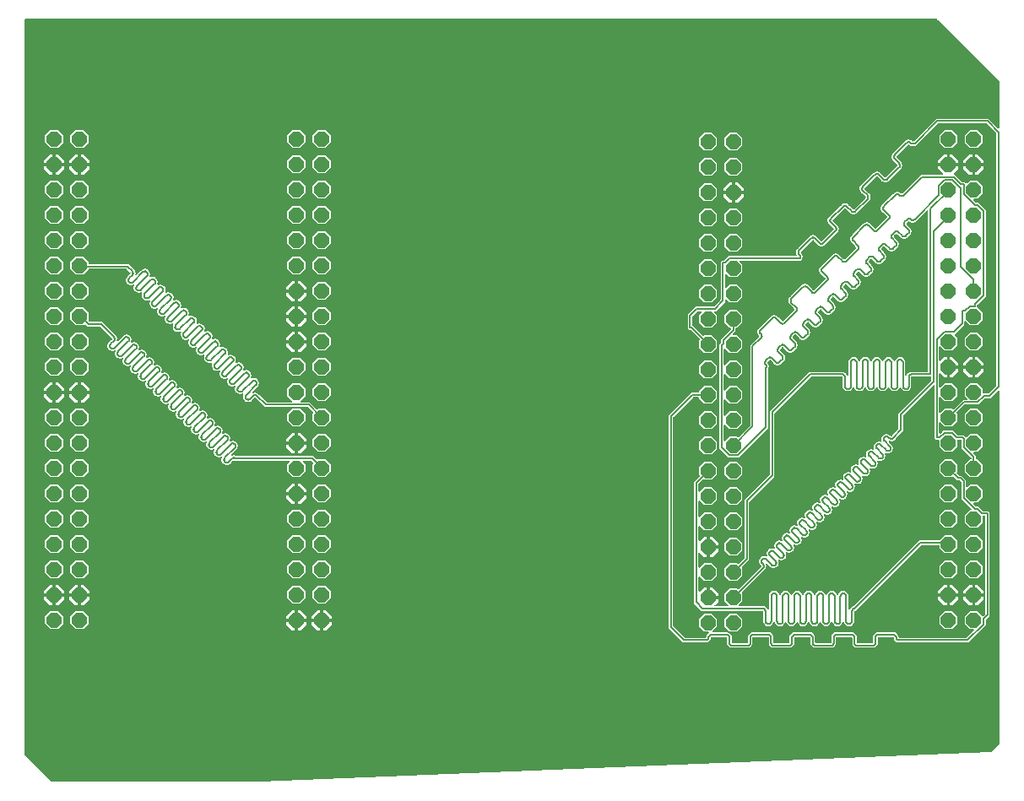
<source format=gbr>
G04 EAGLE Gerber RS-274X export*
G75*
%MOMM*%
%FSLAX34Y34*%
%LPD*%
%INBottom Copper*%
%IPPOS*%
%AMOC8*
5,1,8,0,0,1.08239X$1,22.5*%
G01*
%ADD10P,1.632244X8X292.500000*%
%ADD11C,0.152400*%

G36*
X248847Y10163D02*
X248847Y10163D01*
X248866Y10161D01*
X980834Y40242D01*
X980908Y40258D01*
X980984Y40263D01*
X981028Y40282D01*
X981075Y40292D01*
X981141Y40330D01*
X981210Y40360D01*
X981261Y40400D01*
X981288Y40416D01*
X981305Y40435D01*
X981341Y40465D01*
X989616Y48740D01*
X989669Y48814D01*
X989729Y48883D01*
X989741Y48913D01*
X989760Y48939D01*
X989787Y49026D01*
X989821Y49111D01*
X989825Y49152D01*
X989832Y49175D01*
X989831Y49207D01*
X989839Y49278D01*
X989839Y402090D01*
X989828Y402160D01*
X989826Y402232D01*
X989808Y402281D01*
X989800Y402332D01*
X989766Y402396D01*
X989741Y402463D01*
X989709Y402504D01*
X989684Y402550D01*
X989632Y402599D01*
X989588Y402655D01*
X989544Y402683D01*
X989506Y402719D01*
X989441Y402749D01*
X989381Y402788D01*
X989330Y402801D01*
X989283Y402823D01*
X989212Y402831D01*
X989142Y402848D01*
X989090Y402844D01*
X989039Y402850D01*
X988968Y402835D01*
X988897Y402829D01*
X988849Y402809D01*
X988798Y402798D01*
X988737Y402761D01*
X988671Y402733D01*
X988615Y402688D01*
X988587Y402671D01*
X988572Y402654D01*
X988540Y402628D01*
X982535Y396623D01*
X980972Y395060D01*
X975516Y395060D01*
X975425Y395045D01*
X975335Y395038D01*
X975305Y395026D01*
X975273Y395020D01*
X975192Y394978D01*
X975108Y394942D01*
X975076Y394916D01*
X975055Y394905D01*
X975033Y394882D01*
X974977Y394837D01*
X969017Y388877D01*
X955436Y388877D01*
X955346Y388863D01*
X955255Y388855D01*
X955226Y388843D01*
X955194Y388838D01*
X955113Y388795D01*
X955029Y388759D01*
X954997Y388733D01*
X954976Y388722D01*
X954954Y388699D01*
X954898Y388654D01*
X947165Y380921D01*
X947153Y380905D01*
X947138Y380892D01*
X947082Y380805D01*
X947021Y380721D01*
X947016Y380702D01*
X947005Y380685D01*
X946979Y380585D01*
X946949Y380486D01*
X946950Y380466D01*
X946945Y380447D01*
X946953Y380344D01*
X946955Y380240D01*
X946962Y380222D01*
X946964Y380202D01*
X947004Y380107D01*
X947040Y380009D01*
X947052Y379994D01*
X947060Y379975D01*
X947165Y379844D01*
X947665Y379345D01*
X947665Y371835D01*
X942355Y366525D01*
X934845Y366525D01*
X930686Y370684D01*
X930628Y370726D01*
X930576Y370776D01*
X930529Y370797D01*
X930487Y370828D01*
X930418Y370849D01*
X930353Y370879D01*
X930301Y370885D01*
X930251Y370900D01*
X930180Y370898D01*
X930109Y370906D01*
X930058Y370895D01*
X930006Y370894D01*
X929938Y370869D01*
X929868Y370854D01*
X929823Y370827D01*
X929775Y370809D01*
X929719Y370765D01*
X929657Y370728D01*
X929623Y370688D01*
X929583Y370656D01*
X929544Y370595D01*
X929497Y370541D01*
X929478Y370493D01*
X929450Y370449D01*
X929432Y370379D01*
X929405Y370313D01*
X929397Y370241D01*
X929389Y370210D01*
X929391Y370187D01*
X929387Y370146D01*
X929387Y359945D01*
X929398Y359874D01*
X929400Y359802D01*
X929418Y359753D01*
X929426Y359702D01*
X929460Y359638D01*
X929485Y359571D01*
X929517Y359530D01*
X929542Y359484D01*
X929594Y359435D01*
X929638Y359379D01*
X929682Y359351D01*
X929720Y359315D01*
X929785Y359285D01*
X929845Y359246D01*
X929896Y359233D01*
X929943Y359211D01*
X930014Y359203D01*
X930084Y359186D01*
X930136Y359190D01*
X930187Y359184D01*
X930258Y359200D01*
X930329Y359205D01*
X930377Y359225D01*
X930428Y359237D01*
X930489Y359273D01*
X930555Y359301D01*
X930611Y359346D01*
X930639Y359363D01*
X930654Y359381D01*
X930686Y359406D01*
X932020Y360740D01*
X933583Y362303D01*
X943617Y362303D01*
X947810Y358110D01*
X947884Y358057D01*
X947954Y357997D01*
X947984Y357985D01*
X948010Y357966D01*
X948097Y357939D01*
X948182Y357905D01*
X948223Y357901D01*
X948245Y357894D01*
X948277Y357895D01*
X948349Y357887D01*
X953447Y357887D01*
X954898Y356436D01*
X955624Y355710D01*
X955640Y355698D01*
X955653Y355683D01*
X955740Y355627D01*
X955824Y355566D01*
X955843Y355561D01*
X955859Y355550D01*
X955960Y355524D01*
X956059Y355494D01*
X956079Y355495D01*
X956098Y355490D01*
X956201Y355498D01*
X956305Y355500D01*
X956323Y355507D01*
X956343Y355509D01*
X956438Y355549D01*
X956536Y355585D01*
X956551Y355597D01*
X956570Y355605D01*
X956701Y355710D01*
X960245Y359255D01*
X967755Y359255D01*
X973065Y353945D01*
X973065Y346435D01*
X967755Y341125D01*
X964240Y341125D01*
X964170Y341114D01*
X964098Y341112D01*
X964049Y341094D01*
X963998Y341086D01*
X963934Y341052D01*
X963867Y341027D01*
X963826Y340995D01*
X963780Y340970D01*
X963731Y340918D01*
X963675Y340874D01*
X963647Y340830D01*
X963611Y340792D01*
X963581Y340727D01*
X963542Y340667D01*
X963529Y340616D01*
X963507Y340569D01*
X963499Y340498D01*
X963482Y340428D01*
X963486Y340376D01*
X963480Y340325D01*
X963495Y340254D01*
X963501Y340183D01*
X963521Y340135D01*
X963532Y340084D01*
X963569Y340023D01*
X963597Y339957D01*
X963642Y339901D01*
X963659Y339873D01*
X963676Y339858D01*
X963702Y339826D01*
X966287Y337241D01*
X966287Y334616D01*
X966290Y334596D01*
X966288Y334577D01*
X966310Y334475D01*
X966326Y334373D01*
X966336Y334356D01*
X966340Y334336D01*
X966393Y334247D01*
X966442Y334156D01*
X966456Y334142D01*
X966466Y334125D01*
X966545Y334058D01*
X966620Y333986D01*
X966638Y333978D01*
X966653Y333965D01*
X966749Y333926D01*
X966843Y333883D01*
X966863Y333881D01*
X966881Y333873D01*
X967048Y333855D01*
X967755Y333855D01*
X973065Y328545D01*
X973065Y321035D01*
X967755Y315725D01*
X960245Y315725D01*
X954935Y321035D01*
X954935Y328545D01*
X960245Y333855D01*
X960952Y333855D01*
X960972Y333858D01*
X960991Y333856D01*
X961093Y333878D01*
X961195Y333894D01*
X961212Y333904D01*
X961232Y333908D01*
X961321Y333961D01*
X961412Y334010D01*
X961426Y334024D01*
X961443Y334034D01*
X961510Y334113D01*
X961582Y334188D01*
X961590Y334206D01*
X961603Y334221D01*
X961642Y334317D01*
X961685Y334411D01*
X961687Y334431D01*
X961695Y334449D01*
X961713Y334616D01*
X961713Y335031D01*
X961699Y335122D01*
X961691Y335212D01*
X961679Y335242D01*
X961674Y335274D01*
X961631Y335355D01*
X961595Y335439D01*
X961569Y335471D01*
X961558Y335492D01*
X961535Y335514D01*
X961490Y335570D01*
X953450Y343610D01*
X951887Y345173D01*
X951887Y352552D01*
X951884Y352572D01*
X951886Y352591D01*
X951864Y352693D01*
X951848Y352795D01*
X951838Y352812D01*
X951834Y352832D01*
X951781Y352921D01*
X951732Y353012D01*
X951718Y353026D01*
X951708Y353043D01*
X951629Y353110D01*
X951554Y353182D01*
X951536Y353190D01*
X951521Y353203D01*
X951425Y353242D01*
X951331Y353285D01*
X951311Y353287D01*
X951293Y353295D01*
X951126Y353313D01*
X948426Y353313D01*
X948406Y353310D01*
X948387Y353312D01*
X948285Y353290D01*
X948183Y353274D01*
X948166Y353264D01*
X948146Y353260D01*
X948057Y353207D01*
X947966Y353158D01*
X947952Y353144D01*
X947935Y353134D01*
X947868Y353055D01*
X947796Y352980D01*
X947788Y352962D01*
X947775Y352947D01*
X947736Y352851D01*
X947693Y352757D01*
X947691Y352737D01*
X947683Y352719D01*
X947665Y352552D01*
X947665Y346435D01*
X942355Y341125D01*
X934845Y341125D01*
X929535Y346435D01*
X929535Y352552D01*
X929532Y352572D01*
X929534Y352591D01*
X929512Y352693D01*
X929496Y352795D01*
X929486Y352812D01*
X929482Y352832D01*
X929429Y352921D01*
X929380Y353012D01*
X929366Y353026D01*
X929356Y353043D01*
X929277Y353110D01*
X929202Y353182D01*
X929184Y353190D01*
X929169Y353203D01*
X929073Y353242D01*
X928979Y353285D01*
X928959Y353287D01*
X928941Y353295D01*
X928774Y353313D01*
X926153Y353313D01*
X924813Y354653D01*
X924813Y407678D01*
X924802Y407748D01*
X924800Y407820D01*
X924782Y407869D01*
X924774Y407920D01*
X924740Y407984D01*
X924715Y408051D01*
X924683Y408092D01*
X924658Y408138D01*
X924606Y408187D01*
X924562Y408243D01*
X924518Y408271D01*
X924480Y408307D01*
X924415Y408337D01*
X924355Y408376D01*
X924304Y408389D01*
X924257Y408411D01*
X924186Y408419D01*
X924116Y408436D01*
X924064Y408432D01*
X924013Y408438D01*
X923942Y408423D01*
X923871Y408417D01*
X923823Y408397D01*
X923772Y408386D01*
X923711Y408349D01*
X923645Y408321D01*
X923589Y408276D01*
X923561Y408259D01*
X923546Y408242D01*
X923514Y408216D01*
X893542Y378244D01*
X893489Y378170D01*
X893429Y378100D01*
X893417Y378070D01*
X893398Y378044D01*
X893371Y377957D01*
X893337Y377872D01*
X893333Y377831D01*
X893326Y377809D01*
X893327Y377777D01*
X893319Y377705D01*
X893319Y362335D01*
X885556Y354572D01*
X884664Y353680D01*
X884663Y353680D01*
X883725Y352741D01*
X881161Y352054D01*
X879707Y352443D01*
X879659Y352448D01*
X879614Y352462D01*
X879538Y352460D01*
X879462Y352468D01*
X879416Y352457D01*
X879368Y352456D01*
X879296Y352430D01*
X879223Y352413D01*
X879182Y352388D01*
X879137Y352371D01*
X879077Y352324D01*
X879013Y352284D01*
X878982Y352248D01*
X878945Y352218D01*
X878904Y352154D01*
X878855Y352096D01*
X878838Y352051D01*
X878812Y352011D01*
X878793Y351937D01*
X878766Y351867D01*
X878763Y351819D01*
X878752Y351772D01*
X878758Y351697D01*
X878754Y351621D01*
X878767Y351575D01*
X878771Y351527D01*
X878800Y351457D01*
X878821Y351384D01*
X878848Y351345D01*
X878867Y351301D01*
X878948Y351200D01*
X878960Y351182D01*
X878966Y351178D01*
X878972Y351170D01*
X880916Y349225D01*
X881809Y348332D01*
X882748Y347394D01*
X883435Y344830D01*
X882748Y342265D01*
X881809Y341327D01*
X881523Y341040D01*
X880811Y340328D01*
X878246Y339641D01*
X876139Y340206D01*
X876044Y340215D01*
X875950Y340232D01*
X875922Y340227D01*
X875894Y340230D01*
X875801Y340209D01*
X875707Y340195D01*
X875682Y340182D01*
X875654Y340175D01*
X875573Y340125D01*
X875488Y340082D01*
X875469Y340062D01*
X875445Y340047D01*
X875383Y339974D01*
X875317Y339905D01*
X875305Y339880D01*
X875287Y339858D01*
X875252Y339769D01*
X875211Y339683D01*
X875208Y339655D01*
X875197Y339629D01*
X875193Y339534D01*
X875181Y339439D01*
X875187Y339404D01*
X875186Y339383D01*
X875195Y339352D01*
X875207Y339273D01*
X875771Y337166D01*
X875084Y334602D01*
X874226Y333744D01*
X874085Y333603D01*
X873147Y332665D01*
X870583Y331977D01*
X868475Y332542D01*
X868381Y332552D01*
X868287Y332568D01*
X868259Y332564D01*
X868231Y332567D01*
X868138Y332545D01*
X868043Y332531D01*
X868018Y332518D01*
X867991Y332512D01*
X867909Y332462D01*
X867825Y332418D01*
X867805Y332398D01*
X867781Y332383D01*
X867720Y332310D01*
X867653Y332242D01*
X867641Y332216D01*
X867623Y332195D01*
X867588Y332106D01*
X867547Y332020D01*
X867544Y331992D01*
X867534Y331965D01*
X867529Y331870D01*
X867518Y331776D01*
X867523Y331740D01*
X867522Y331720D01*
X867531Y331688D01*
X867543Y331610D01*
X868108Y329502D01*
X867421Y326938D01*
X866553Y326071D01*
X866422Y325939D01*
X865483Y325001D01*
X862919Y324314D01*
X860812Y324878D01*
X860717Y324888D01*
X860623Y324904D01*
X860595Y324900D01*
X860567Y324903D01*
X860474Y324882D01*
X860380Y324867D01*
X860355Y324854D01*
X860327Y324848D01*
X860246Y324798D01*
X860161Y324755D01*
X860141Y324734D01*
X860117Y324720D01*
X860056Y324646D01*
X859990Y324578D01*
X859978Y324553D01*
X859960Y324531D01*
X859925Y324442D01*
X859884Y324356D01*
X859880Y324328D01*
X859870Y324302D01*
X859866Y324207D01*
X859854Y324112D01*
X859859Y324077D01*
X859858Y324056D01*
X859867Y324025D01*
X859879Y323946D01*
X860444Y321839D01*
X859757Y319275D01*
X858881Y318399D01*
X858758Y318276D01*
X857820Y317337D01*
X855255Y316650D01*
X853148Y317215D01*
X853053Y317224D01*
X852959Y317241D01*
X852931Y317236D01*
X852903Y317239D01*
X852810Y317218D01*
X852716Y317204D01*
X852691Y317191D01*
X852663Y317184D01*
X852582Y317135D01*
X852497Y317091D01*
X852478Y317071D01*
X852454Y317056D01*
X852393Y316983D01*
X852326Y316914D01*
X852314Y316889D01*
X852296Y316867D01*
X852261Y316778D01*
X852220Y316693D01*
X852217Y316665D01*
X852206Y316638D01*
X852202Y316543D01*
X852190Y316448D01*
X852196Y316413D01*
X852195Y316393D01*
X852204Y316361D01*
X852216Y316283D01*
X852780Y314175D01*
X852093Y311611D01*
X851155Y310672D01*
X850861Y310379D01*
X850156Y309674D01*
X847592Y308987D01*
X845484Y309551D01*
X845390Y309561D01*
X845296Y309577D01*
X845268Y309573D01*
X845240Y309576D01*
X845147Y309554D01*
X845052Y309540D01*
X845027Y309527D01*
X845000Y309521D01*
X844918Y309471D01*
X844834Y309427D01*
X844814Y309407D01*
X844790Y309392D01*
X844729Y309319D01*
X844663Y309251D01*
X844650Y309225D01*
X844632Y309204D01*
X844598Y309115D01*
X844557Y309029D01*
X844553Y309001D01*
X844543Y308975D01*
X844538Y308879D01*
X844527Y308785D01*
X844532Y308750D01*
X844531Y308729D01*
X844540Y308697D01*
X844552Y308619D01*
X845117Y306512D01*
X844430Y303947D01*
X843577Y303094D01*
X843431Y302949D01*
X842492Y302010D01*
X839928Y301323D01*
X837821Y301888D01*
X837726Y301897D01*
X837632Y301914D01*
X837604Y301909D01*
X837576Y301912D01*
X837483Y301891D01*
X837389Y301876D01*
X837364Y301863D01*
X837336Y301857D01*
X837255Y301807D01*
X837170Y301764D01*
X837151Y301743D01*
X837126Y301729D01*
X837065Y301656D01*
X836999Y301587D01*
X836987Y301562D01*
X836969Y301540D01*
X836934Y301451D01*
X836893Y301365D01*
X836889Y301337D01*
X836879Y301311D01*
X836875Y301216D01*
X836863Y301121D01*
X836868Y301086D01*
X836867Y301065D01*
X836876Y301034D01*
X836888Y300955D01*
X837453Y298848D01*
X836766Y296284D01*
X835903Y295421D01*
X835767Y295285D01*
X834829Y294346D01*
X832265Y293659D01*
X830157Y294224D01*
X830062Y294233D01*
X829968Y294250D01*
X829940Y294246D01*
X829912Y294248D01*
X829819Y294227D01*
X829725Y294213D01*
X829700Y294200D01*
X829673Y294194D01*
X829591Y294144D01*
X829507Y294100D01*
X829487Y294080D01*
X829463Y294065D01*
X829402Y293992D01*
X829335Y293924D01*
X829323Y293898D01*
X829305Y293876D01*
X829270Y293788D01*
X829229Y293702D01*
X829226Y293674D01*
X829216Y293647D01*
X829211Y293552D01*
X829199Y293457D01*
X829205Y293422D01*
X829204Y293402D01*
X829213Y293370D01*
X829225Y293292D01*
X829789Y291184D01*
X829102Y288620D01*
X828231Y287749D01*
X828104Y287621D01*
X827165Y286683D01*
X824601Y285996D01*
X822494Y286560D01*
X822399Y286570D01*
X822305Y286586D01*
X822277Y286582D01*
X822249Y286585D01*
X822156Y286564D01*
X822062Y286549D01*
X822037Y286536D01*
X822009Y286530D01*
X821928Y286480D01*
X821843Y286436D01*
X821823Y286416D01*
X821799Y286401D01*
X821738Y286328D01*
X821672Y286260D01*
X821660Y286234D01*
X821641Y286213D01*
X821607Y286124D01*
X821566Y286038D01*
X821562Y286010D01*
X821552Y285984D01*
X821547Y285889D01*
X821536Y285794D01*
X821541Y285759D01*
X821540Y285738D01*
X821549Y285706D01*
X821561Y285628D01*
X822126Y283521D01*
X821439Y280956D01*
X820500Y280018D01*
X820199Y279716D01*
X819502Y279019D01*
X816937Y278332D01*
X814830Y278897D01*
X814735Y278906D01*
X814641Y278923D01*
X814613Y278918D01*
X814585Y278921D01*
X814492Y278900D01*
X814398Y278886D01*
X814373Y278873D01*
X814345Y278866D01*
X814264Y278816D01*
X814179Y278773D01*
X814160Y278753D01*
X814136Y278738D01*
X814074Y278665D01*
X814008Y278596D01*
X813996Y278571D01*
X813978Y278549D01*
X813943Y278460D01*
X813902Y278374D01*
X813899Y278346D01*
X813888Y278320D01*
X813884Y278225D01*
X813872Y278130D01*
X813878Y278095D01*
X813877Y278074D01*
X813886Y278043D01*
X813898Y277964D01*
X814462Y275857D01*
X813775Y273293D01*
X812837Y272354D01*
X812550Y272068D01*
X811838Y271356D01*
X809274Y270668D01*
X807166Y271233D01*
X807072Y271243D01*
X806978Y271259D01*
X806950Y271255D01*
X806922Y271258D01*
X806829Y271236D01*
X806734Y271222D01*
X806709Y271209D01*
X806682Y271203D01*
X806600Y271153D01*
X806516Y271109D01*
X806496Y271089D01*
X806472Y271074D01*
X806411Y271001D01*
X806344Y270933D01*
X806332Y270907D01*
X806314Y270886D01*
X806279Y270797D01*
X806238Y270711D01*
X806235Y270683D01*
X806225Y270656D01*
X806220Y270561D01*
X806209Y270467D01*
X806214Y270431D01*
X806213Y270411D01*
X806222Y270379D01*
X806234Y270301D01*
X806799Y268193D01*
X806112Y265629D01*
X805254Y264771D01*
X805113Y264630D01*
X804174Y263692D01*
X801610Y263005D01*
X799503Y263569D01*
X799408Y263579D01*
X799314Y263595D01*
X799286Y263591D01*
X799258Y263594D01*
X799165Y263573D01*
X799071Y263558D01*
X799046Y263545D01*
X799018Y263539D01*
X798937Y263489D01*
X798852Y263446D01*
X798832Y263425D01*
X798808Y263411D01*
X798747Y263337D01*
X798681Y263269D01*
X798669Y263244D01*
X798651Y263222D01*
X798616Y263133D01*
X798575Y263047D01*
X798571Y263019D01*
X798561Y262993D01*
X798557Y262898D01*
X798545Y262803D01*
X798550Y262768D01*
X798549Y262747D01*
X798558Y262716D01*
X798570Y262637D01*
X799135Y260530D01*
X798448Y257965D01*
X797581Y257098D01*
X797449Y256967D01*
X796511Y256028D01*
X793946Y255341D01*
X791839Y255906D01*
X791744Y255915D01*
X791650Y255932D01*
X791622Y255927D01*
X791594Y255930D01*
X791501Y255909D01*
X791407Y255895D01*
X791382Y255882D01*
X791354Y255875D01*
X791273Y255826D01*
X791188Y255782D01*
X791169Y255762D01*
X791145Y255747D01*
X791084Y255674D01*
X791017Y255605D01*
X791005Y255580D01*
X790987Y255558D01*
X790952Y255469D01*
X790911Y255384D01*
X790908Y255356D01*
X790897Y255329D01*
X790893Y255234D01*
X790881Y255139D01*
X790887Y255104D01*
X790886Y255084D01*
X790895Y255052D01*
X790907Y254974D01*
X791471Y252866D01*
X790784Y250302D01*
X789909Y249426D01*
X789786Y249303D01*
X788847Y248365D01*
X786283Y247678D01*
X784175Y248242D01*
X784081Y248252D01*
X783987Y248268D01*
X783959Y248264D01*
X783931Y248267D01*
X783838Y248245D01*
X783743Y248231D01*
X783718Y248218D01*
X783691Y248212D01*
X783609Y248162D01*
X783525Y248118D01*
X783505Y248098D01*
X783481Y248083D01*
X783420Y248010D01*
X783354Y247942D01*
X783341Y247916D01*
X783323Y247895D01*
X783289Y247806D01*
X783248Y247720D01*
X783244Y247692D01*
X783234Y247666D01*
X783229Y247570D01*
X783218Y247476D01*
X783223Y247441D01*
X783222Y247420D01*
X783231Y247388D01*
X783243Y247310D01*
X783808Y245203D01*
X783121Y242638D01*
X782182Y241700D01*
X781888Y241406D01*
X781183Y240701D01*
X778619Y240014D01*
X776512Y240579D01*
X776417Y240588D01*
X776323Y240605D01*
X776295Y240600D01*
X776267Y240603D01*
X776174Y240582D01*
X776080Y240567D01*
X776055Y240554D01*
X776027Y240548D01*
X775946Y240498D01*
X775861Y240455D01*
X775842Y240434D01*
X775817Y240420D01*
X775756Y240347D01*
X775690Y240278D01*
X775678Y240253D01*
X775660Y240231D01*
X775625Y240142D01*
X775584Y240056D01*
X775580Y240028D01*
X775570Y240002D01*
X775566Y239907D01*
X775554Y239812D01*
X775559Y239777D01*
X775558Y239756D01*
X775567Y239725D01*
X775579Y239646D01*
X776144Y237539D01*
X775457Y234975D01*
X774604Y234122D01*
X774458Y233976D01*
X773520Y233037D01*
X770956Y232350D01*
X768848Y232915D01*
X768753Y232924D01*
X768659Y232941D01*
X768631Y232937D01*
X768603Y232939D01*
X768510Y232918D01*
X768416Y232904D01*
X768391Y232891D01*
X768364Y232885D01*
X768282Y232835D01*
X768198Y232791D01*
X768178Y232771D01*
X768154Y232756D01*
X768093Y232683D01*
X768026Y232615D01*
X768014Y232589D01*
X767996Y232567D01*
X767961Y232479D01*
X767920Y232393D01*
X767917Y232365D01*
X767907Y232338D01*
X767902Y232243D01*
X767890Y232148D01*
X767896Y232113D01*
X767895Y232093D01*
X767904Y232061D01*
X767916Y231983D01*
X768480Y229875D01*
X767793Y227311D01*
X766931Y226448D01*
X766795Y226312D01*
X765856Y225374D01*
X763292Y224687D01*
X760728Y225374D01*
X759789Y226312D01*
X758979Y227122D01*
X756952Y229150D01*
X756913Y229178D01*
X756880Y229213D01*
X756814Y229249D01*
X756752Y229293D01*
X756706Y229307D01*
X756664Y229330D01*
X756589Y229343D01*
X756517Y229366D01*
X756469Y229364D01*
X756422Y229373D01*
X756347Y229361D01*
X756271Y229359D01*
X756226Y229343D01*
X756179Y229335D01*
X756111Y229301D01*
X756040Y229275D01*
X756003Y229245D01*
X755960Y229223D01*
X755907Y229168D01*
X755848Y229121D01*
X755822Y229081D01*
X755789Y229046D01*
X755756Y228978D01*
X755715Y228914D01*
X755703Y228868D01*
X755683Y228824D01*
X755673Y228749D01*
X755655Y228676D01*
X755659Y228628D01*
X755653Y228580D01*
X755672Y228452D01*
X755674Y228430D01*
X755677Y228424D01*
X755678Y228414D01*
X756068Y226961D01*
X755381Y224397D01*
X754442Y223458D01*
X753628Y222645D01*
X731565Y200581D01*
X731553Y200565D01*
X731538Y200552D01*
X731482Y200465D01*
X731421Y200381D01*
X731416Y200362D01*
X731405Y200345D01*
X731379Y200245D01*
X731349Y200146D01*
X731350Y200126D01*
X731345Y200107D01*
X731353Y200004D01*
X731355Y199900D01*
X731362Y199882D01*
X731364Y199862D01*
X731404Y199767D01*
X731440Y199669D01*
X731452Y199654D01*
X731460Y199635D01*
X731565Y199504D01*
X732065Y199005D01*
X732065Y191495D01*
X728306Y187736D01*
X728264Y187678D01*
X728214Y187626D01*
X728193Y187579D01*
X728162Y187537D01*
X728141Y187468D01*
X728111Y187403D01*
X728105Y187351D01*
X728090Y187301D01*
X728092Y187230D01*
X728084Y187159D01*
X728095Y187108D01*
X728096Y187056D01*
X728121Y186988D01*
X728136Y186918D01*
X728163Y186873D01*
X728181Y186825D01*
X728225Y186769D01*
X728262Y186707D01*
X728302Y186673D01*
X728334Y186633D01*
X728395Y186594D01*
X728449Y186547D01*
X728497Y186528D01*
X728541Y186500D01*
X728611Y186482D01*
X728677Y186455D01*
X728749Y186447D01*
X728780Y186439D01*
X728803Y186441D01*
X728844Y186437D01*
X753897Y186437D01*
X756196Y185109D01*
X757306Y183187D01*
X757336Y183150D01*
X757359Y183108D01*
X757414Y183056D01*
X757462Y182997D01*
X757502Y182971D01*
X757537Y182938D01*
X757606Y182906D01*
X757670Y182866D01*
X757717Y182855D01*
X757760Y182835D01*
X757835Y182826D01*
X757909Y182809D01*
X757957Y182813D01*
X758005Y182808D01*
X758079Y182824D01*
X758154Y182830D01*
X758198Y182850D01*
X758245Y182860D01*
X758310Y182899D01*
X758379Y182929D01*
X758415Y182961D01*
X758456Y182986D01*
X758505Y183043D01*
X758561Y183095D01*
X758585Y183136D01*
X758616Y183173D01*
X758644Y183243D01*
X758681Y183309D01*
X758690Y183356D01*
X758708Y183401D01*
X758722Y183529D01*
X758726Y183551D01*
X758725Y183558D01*
X758726Y183568D01*
X758726Y197981D01*
X760054Y200280D01*
X762353Y201608D01*
X765450Y201608D01*
X767749Y200280D01*
X769019Y198081D01*
X769079Y198008D01*
X769134Y197930D01*
X769156Y197913D01*
X769174Y197891D01*
X769255Y197841D01*
X769332Y197784D01*
X769359Y197775D01*
X769383Y197760D01*
X769475Y197738D01*
X769566Y197709D01*
X769594Y197709D01*
X769622Y197703D01*
X769717Y197711D01*
X769812Y197713D01*
X769839Y197722D01*
X769867Y197725D01*
X769954Y197763D01*
X770044Y197795D01*
X770066Y197812D01*
X770092Y197823D01*
X770163Y197888D01*
X770238Y197946D01*
X770259Y197975D01*
X770274Y197989D01*
X770290Y198018D01*
X770337Y198081D01*
X771607Y200280D01*
X773906Y201608D01*
X777003Y201608D01*
X779302Y200280D01*
X780571Y198081D01*
X780632Y198008D01*
X780687Y197930D01*
X780709Y197913D01*
X780727Y197891D01*
X780808Y197841D01*
X780885Y197784D01*
X780912Y197775D01*
X780935Y197760D01*
X781028Y197738D01*
X781119Y197709D01*
X781147Y197709D01*
X781175Y197703D01*
X781269Y197711D01*
X781365Y197713D01*
X781392Y197722D01*
X781420Y197725D01*
X781507Y197763D01*
X781597Y197795D01*
X781619Y197812D01*
X781645Y197823D01*
X781715Y197888D01*
X781791Y197946D01*
X781811Y197975D01*
X781827Y197989D01*
X781843Y198018D01*
X781890Y198081D01*
X783159Y200280D01*
X785458Y201608D01*
X788556Y201608D01*
X790855Y200280D01*
X792124Y198081D01*
X792184Y198008D01*
X792239Y197930D01*
X792262Y197913D01*
X792280Y197891D01*
X792361Y197841D01*
X792438Y197784D01*
X792464Y197775D01*
X792488Y197760D01*
X792581Y197738D01*
X792672Y197709D01*
X792700Y197709D01*
X792727Y197703D01*
X792822Y197711D01*
X792918Y197713D01*
X792944Y197722D01*
X792972Y197725D01*
X793060Y197763D01*
X793150Y197795D01*
X793172Y197812D01*
X793198Y197823D01*
X793268Y197888D01*
X793343Y197946D01*
X793364Y197975D01*
X793380Y197989D01*
X793396Y198018D01*
X793443Y198081D01*
X794712Y200280D01*
X797011Y201608D01*
X800108Y201608D01*
X802407Y200280D01*
X803677Y198081D01*
X803737Y198007D01*
X803792Y197930D01*
X803815Y197913D01*
X803833Y197891D01*
X803914Y197840D01*
X803990Y197784D01*
X804017Y197775D01*
X804041Y197760D01*
X804134Y197738D01*
X804225Y197709D01*
X804253Y197709D01*
X804280Y197703D01*
X804375Y197711D01*
X804471Y197713D01*
X804497Y197722D01*
X804525Y197725D01*
X804613Y197763D01*
X804702Y197795D01*
X804725Y197812D01*
X804751Y197823D01*
X804821Y197887D01*
X804896Y197946D01*
X804917Y197975D01*
X804933Y197989D01*
X804949Y198018D01*
X804996Y198081D01*
X806265Y200280D01*
X808564Y201608D01*
X811661Y201608D01*
X813960Y200280D01*
X815230Y198081D01*
X815290Y198008D01*
X815345Y197930D01*
X815368Y197913D01*
X815386Y197891D01*
X815466Y197841D01*
X815543Y197784D01*
X815570Y197775D01*
X815594Y197760D01*
X815686Y197738D01*
X815777Y197709D01*
X815806Y197709D01*
X815833Y197703D01*
X815928Y197711D01*
X816023Y197713D01*
X816050Y197722D01*
X816078Y197725D01*
X816165Y197763D01*
X816255Y197795D01*
X816278Y197812D01*
X816303Y197823D01*
X816374Y197888D01*
X816449Y197946D01*
X816470Y197975D01*
X816485Y197989D01*
X816501Y198018D01*
X816548Y198081D01*
X817818Y200280D01*
X820117Y201608D01*
X823214Y201608D01*
X825513Y200280D01*
X826783Y198081D01*
X826843Y198008D01*
X826898Y197930D01*
X826921Y197913D01*
X826938Y197891D01*
X827019Y197841D01*
X827096Y197784D01*
X827123Y197775D01*
X827147Y197760D01*
X827239Y197738D01*
X827330Y197709D01*
X827359Y197709D01*
X827386Y197703D01*
X827481Y197711D01*
X827576Y197713D01*
X827603Y197722D01*
X827631Y197725D01*
X827718Y197763D01*
X827808Y197795D01*
X827830Y197812D01*
X827856Y197823D01*
X827927Y197888D01*
X828002Y197946D01*
X828023Y197975D01*
X828038Y197989D01*
X828054Y198018D01*
X828101Y198081D01*
X829371Y200280D01*
X831670Y201608D01*
X834767Y201608D01*
X837066Y200280D01*
X838393Y197981D01*
X838393Y183568D01*
X838401Y183520D01*
X838399Y183472D01*
X838421Y183400D01*
X838433Y183325D01*
X838455Y183283D01*
X838469Y183237D01*
X838513Y183175D01*
X838548Y183108D01*
X838583Y183075D01*
X838610Y183035D01*
X838672Y182990D01*
X838727Y182938D01*
X838770Y182918D01*
X838809Y182890D01*
X838881Y182867D01*
X838950Y182835D01*
X838997Y182829D01*
X839043Y182815D01*
X839119Y182816D01*
X839194Y182808D01*
X839241Y182818D01*
X839289Y182818D01*
X839360Y182844D01*
X839434Y182860D01*
X839476Y182884D01*
X839521Y182900D01*
X839580Y182947D01*
X839646Y182986D01*
X839677Y183022D01*
X839714Y183052D01*
X839791Y183156D01*
X839805Y183173D01*
X839808Y183179D01*
X839814Y183187D01*
X840924Y185109D01*
X843223Y186437D01*
X843287Y186437D01*
X843378Y186451D01*
X843468Y186459D01*
X843498Y186471D01*
X843530Y186476D01*
X843611Y186519D01*
X843695Y186555D01*
X843727Y186581D01*
X843748Y186592D01*
X843770Y186615D01*
X843826Y186660D01*
X909389Y252223D01*
X929098Y252223D01*
X929188Y252237D01*
X929279Y252245D01*
X929309Y252257D01*
X929341Y252262D01*
X929421Y252305D01*
X929505Y252341D01*
X929537Y252367D01*
X929558Y252378D01*
X929572Y252392D01*
X929574Y252393D01*
X929584Y252404D01*
X929636Y252446D01*
X934845Y257655D01*
X942355Y257655D01*
X947665Y252345D01*
X947665Y244835D01*
X942355Y239525D01*
X934845Y239525D01*
X929535Y244835D01*
X929535Y246888D01*
X929532Y246908D01*
X929534Y246927D01*
X929512Y247029D01*
X929496Y247131D01*
X929486Y247148D01*
X929482Y247168D01*
X929429Y247257D01*
X929380Y247348D01*
X929366Y247362D01*
X929356Y247379D01*
X929277Y247446D01*
X929202Y247518D01*
X929184Y247526D01*
X929169Y247539D01*
X929073Y247578D01*
X928979Y247621D01*
X928959Y247623D01*
X928941Y247631D01*
X928774Y247649D01*
X911599Y247649D01*
X911508Y247635D01*
X911418Y247627D01*
X911388Y247615D01*
X911356Y247610D01*
X911275Y247567D01*
X911191Y247531D01*
X911159Y247505D01*
X911138Y247494D01*
X911116Y247471D01*
X911060Y247426D01*
X845497Y181863D01*
X844931Y181863D01*
X844911Y181860D01*
X844892Y181862D01*
X844790Y181840D01*
X844688Y181824D01*
X844671Y181814D01*
X844651Y181810D01*
X844562Y181757D01*
X844471Y181708D01*
X844457Y181694D01*
X844440Y181684D01*
X844373Y181605D01*
X844301Y181530D01*
X844293Y181512D01*
X844280Y181497D01*
X844241Y181401D01*
X844198Y181307D01*
X844196Y181287D01*
X844188Y181269D01*
X844170Y181102D01*
X844170Y170319D01*
X842842Y168020D01*
X840543Y166692D01*
X837446Y166692D01*
X835147Y168020D01*
X833878Y170219D01*
X833817Y170292D01*
X833762Y170370D01*
X833740Y170387D01*
X833722Y170409D01*
X833641Y170459D01*
X833564Y170516D01*
X833537Y170525D01*
X833513Y170540D01*
X833421Y170562D01*
X833330Y170591D01*
X833302Y170591D01*
X833274Y170597D01*
X833179Y170589D01*
X833084Y170587D01*
X833057Y170578D01*
X833029Y170575D01*
X832942Y170537D01*
X832852Y170505D01*
X832830Y170488D01*
X832804Y170477D01*
X832733Y170412D01*
X832658Y170354D01*
X832638Y170325D01*
X832622Y170311D01*
X832606Y170282D01*
X832559Y170219D01*
X831289Y168020D01*
X828991Y166692D01*
X825893Y166692D01*
X823594Y168020D01*
X822325Y170219D01*
X822264Y170292D01*
X822210Y170370D01*
X822187Y170387D01*
X822169Y170409D01*
X822088Y170459D01*
X822011Y170516D01*
X821985Y170525D01*
X821961Y170540D01*
X821868Y170562D01*
X821777Y170591D01*
X821749Y170591D01*
X821721Y170597D01*
X821627Y170589D01*
X821531Y170587D01*
X821505Y170578D01*
X821476Y170575D01*
X821389Y170537D01*
X821299Y170505D01*
X821277Y170488D01*
X821251Y170477D01*
X821181Y170412D01*
X821106Y170354D01*
X821085Y170325D01*
X821069Y170311D01*
X821053Y170282D01*
X821006Y170219D01*
X819737Y168020D01*
X817438Y166692D01*
X814341Y166692D01*
X812042Y168020D01*
X810772Y170219D01*
X810712Y170292D01*
X810657Y170370D01*
X810634Y170387D01*
X810616Y170409D01*
X810536Y170459D01*
X810459Y170516D01*
X810432Y170525D01*
X810408Y170540D01*
X810315Y170562D01*
X810224Y170591D01*
X810196Y170591D01*
X810169Y170597D01*
X810074Y170589D01*
X809978Y170587D01*
X809952Y170578D01*
X809924Y170575D01*
X809836Y170537D01*
X809746Y170505D01*
X809724Y170488D01*
X809698Y170477D01*
X809628Y170412D01*
X809553Y170354D01*
X809532Y170325D01*
X809516Y170311D01*
X809500Y170282D01*
X809453Y170219D01*
X808184Y168020D01*
X805885Y166692D01*
X802788Y166692D01*
X800489Y168020D01*
X799219Y170219D01*
X799159Y170292D01*
X799104Y170370D01*
X799081Y170387D01*
X799063Y170409D01*
X798983Y170459D01*
X798906Y170516D01*
X798879Y170525D01*
X798855Y170540D01*
X798762Y170562D01*
X798672Y170591D01*
X798643Y170591D01*
X798616Y170597D01*
X798521Y170589D01*
X798426Y170587D01*
X798399Y170578D01*
X798371Y170575D01*
X798283Y170537D01*
X798194Y170505D01*
X798171Y170488D01*
X798146Y170477D01*
X798075Y170412D01*
X798000Y170354D01*
X797979Y170325D01*
X797964Y170311D01*
X797947Y170282D01*
X797901Y170219D01*
X796631Y168020D01*
X794332Y166692D01*
X791235Y166692D01*
X788936Y168020D01*
X787666Y170219D01*
X787606Y170292D01*
X787551Y170370D01*
X787528Y170387D01*
X787510Y170409D01*
X787430Y170459D01*
X787353Y170516D01*
X787326Y170525D01*
X787302Y170540D01*
X787210Y170562D01*
X787119Y170591D01*
X787090Y170591D01*
X787063Y170597D01*
X786968Y170589D01*
X786873Y170587D01*
X786846Y170578D01*
X786818Y170575D01*
X786731Y170537D01*
X786641Y170505D01*
X786619Y170488D01*
X786593Y170477D01*
X786522Y170412D01*
X786447Y170354D01*
X786426Y170325D01*
X786411Y170311D01*
X786395Y170282D01*
X786348Y170219D01*
X785078Y168020D01*
X782779Y166692D01*
X779682Y166692D01*
X777383Y168020D01*
X776113Y170219D01*
X776053Y170292D01*
X775998Y170370D01*
X775975Y170387D01*
X775958Y170409D01*
X775877Y170459D01*
X775800Y170516D01*
X775773Y170525D01*
X775749Y170540D01*
X775657Y170562D01*
X775566Y170591D01*
X775538Y170591D01*
X775510Y170597D01*
X775415Y170589D01*
X775320Y170587D01*
X775293Y170578D01*
X775265Y170575D01*
X775178Y170537D01*
X775088Y170505D01*
X775066Y170488D01*
X775040Y170477D01*
X774969Y170412D01*
X774894Y170354D01*
X774873Y170325D01*
X774858Y170311D01*
X774842Y170282D01*
X774795Y170219D01*
X773525Y168020D01*
X771226Y166692D01*
X768129Y166692D01*
X765830Y168020D01*
X764561Y170219D01*
X764500Y170293D01*
X764445Y170370D01*
X764423Y170387D01*
X764405Y170409D01*
X764324Y170460D01*
X764247Y170516D01*
X764221Y170525D01*
X764197Y170540D01*
X764104Y170562D01*
X764013Y170591D01*
X763985Y170591D01*
X763957Y170597D01*
X763863Y170589D01*
X763767Y170587D01*
X763740Y170578D01*
X763712Y170575D01*
X763625Y170537D01*
X763535Y170505D01*
X763513Y170488D01*
X763487Y170477D01*
X763417Y170413D01*
X763341Y170354D01*
X763320Y170325D01*
X763305Y170311D01*
X763289Y170282D01*
X763242Y170219D01*
X761973Y168020D01*
X759673Y166692D01*
X756576Y166692D01*
X754277Y168020D01*
X752950Y170319D01*
X752950Y181102D01*
X752947Y181122D01*
X752949Y181141D01*
X752927Y181243D01*
X752910Y181345D01*
X752901Y181362D01*
X752897Y181382D01*
X752843Y181471D01*
X752795Y181562D01*
X752781Y181576D01*
X752771Y181593D01*
X752692Y181660D01*
X752617Y181732D01*
X752599Y181740D01*
X752584Y181753D01*
X752487Y181792D01*
X752394Y181835D01*
X752374Y181837D01*
X752355Y181845D01*
X752189Y181863D01*
X691203Y181863D01*
X683513Y189553D01*
X683513Y311397D01*
X689035Y316919D01*
X689047Y316935D01*
X689062Y316948D01*
X689118Y317035D01*
X689179Y317119D01*
X689184Y317138D01*
X689195Y317155D01*
X689221Y317255D01*
X689251Y317354D01*
X689250Y317374D01*
X689255Y317393D01*
X689247Y317496D01*
X689245Y317600D01*
X689238Y317618D01*
X689236Y317638D01*
X689196Y317733D01*
X689160Y317831D01*
X689148Y317846D01*
X689140Y317865D01*
X689035Y317996D01*
X688535Y318495D01*
X688535Y326005D01*
X693845Y331315D01*
X701355Y331315D01*
X706665Y326005D01*
X706665Y318495D01*
X701355Y313185D01*
X693845Y313185D01*
X693346Y313685D01*
X693329Y313697D01*
X693317Y313712D01*
X693251Y313755D01*
X693211Y313789D01*
X693188Y313798D01*
X693146Y313829D01*
X693127Y313834D01*
X693110Y313845D01*
X693010Y313871D01*
X693005Y313872D01*
X692982Y313881D01*
X692972Y313882D01*
X692911Y313901D01*
X692891Y313900D01*
X692871Y313905D01*
X692768Y313897D01*
X692665Y313895D01*
X692646Y313888D01*
X692626Y313886D01*
X692569Y313862D01*
X692556Y313860D01*
X692526Y313844D01*
X692434Y313810D01*
X692418Y313798D01*
X692400Y313790D01*
X692353Y313752D01*
X692339Y313745D01*
X692323Y313728D01*
X692269Y313685D01*
X688310Y309726D01*
X688257Y309652D01*
X688197Y309582D01*
X688185Y309552D01*
X688166Y309526D01*
X688139Y309439D01*
X688105Y309354D01*
X688101Y309313D01*
X688094Y309291D01*
X688095Y309259D01*
X688087Y309187D01*
X688087Y301994D01*
X688098Y301923D01*
X688100Y301852D01*
X688118Y301803D01*
X688126Y301751D01*
X688160Y301688D01*
X688185Y301621D01*
X688217Y301580D01*
X688242Y301534D01*
X688294Y301485D01*
X688338Y301429D01*
X688382Y301400D01*
X688420Y301364D01*
X688485Y301334D01*
X688545Y301296D01*
X688596Y301283D01*
X688643Y301261D01*
X688714Y301253D01*
X688784Y301235D01*
X688836Y301240D01*
X688887Y301234D01*
X688958Y301249D01*
X689029Y301255D01*
X689077Y301275D01*
X689128Y301286D01*
X689189Y301323D01*
X689255Y301351D01*
X689311Y301396D01*
X689339Y301412D01*
X689354Y301430D01*
X689386Y301456D01*
X693845Y305915D01*
X701355Y305915D01*
X706665Y300605D01*
X706665Y293095D01*
X701355Y287785D01*
X693845Y287785D01*
X689386Y292244D01*
X689328Y292286D01*
X689276Y292336D01*
X689229Y292357D01*
X689187Y292388D01*
X689118Y292409D01*
X689053Y292439D01*
X689001Y292445D01*
X688951Y292460D01*
X688880Y292458D01*
X688809Y292466D01*
X688758Y292455D01*
X688706Y292454D01*
X688638Y292429D01*
X688568Y292414D01*
X688523Y292387D01*
X688475Y292369D01*
X688419Y292325D01*
X688357Y292288D01*
X688323Y292248D01*
X688283Y292216D01*
X688244Y292155D01*
X688197Y292101D01*
X688178Y292053D01*
X688150Y292009D01*
X688132Y291939D01*
X688105Y291873D01*
X688097Y291801D01*
X688089Y291770D01*
X688091Y291747D01*
X688087Y291706D01*
X688087Y276594D01*
X688090Y276576D01*
X688088Y276559D01*
X688099Y276508D01*
X688100Y276452D01*
X688118Y276403D01*
X688126Y276351D01*
X688137Y276331D01*
X688140Y276318D01*
X688163Y276280D01*
X688185Y276221D01*
X688217Y276180D01*
X688242Y276134D01*
X688262Y276115D01*
X688266Y276107D01*
X688295Y276083D01*
X688338Y276029D01*
X688382Y276000D01*
X688420Y275964D01*
X688449Y275951D01*
X688453Y275947D01*
X688480Y275936D01*
X688485Y275934D01*
X688545Y275896D01*
X688596Y275883D01*
X688643Y275861D01*
X688677Y275857D01*
X688681Y275855D01*
X688722Y275851D01*
X688784Y275835D01*
X688830Y275839D01*
X688848Y275837D01*
X688852Y275837D01*
X688855Y275837D01*
X688887Y275834D01*
X688958Y275849D01*
X689029Y275855D01*
X689072Y275873D01*
X689095Y275877D01*
X689102Y275880D01*
X689128Y275886D01*
X689189Y275923D01*
X689255Y275951D01*
X689295Y275982D01*
X689312Y275992D01*
X689322Y276002D01*
X689339Y276012D01*
X689354Y276030D01*
X689386Y276056D01*
X693845Y280515D01*
X701355Y280515D01*
X706665Y275205D01*
X706665Y267695D01*
X701355Y262385D01*
X693845Y262385D01*
X689386Y266844D01*
X689328Y266886D01*
X689276Y266936D01*
X689229Y266957D01*
X689187Y266988D01*
X689118Y267009D01*
X689053Y267039D01*
X689001Y267045D01*
X688951Y267060D01*
X688880Y267058D01*
X688809Y267066D01*
X688758Y267055D01*
X688706Y267054D01*
X688638Y267029D01*
X688568Y267014D01*
X688523Y266987D01*
X688475Y266969D01*
X688419Y266925D01*
X688357Y266888D01*
X688323Y266848D01*
X688283Y266816D01*
X688244Y266755D01*
X688197Y266701D01*
X688178Y266653D01*
X688150Y266609D01*
X688132Y266539D01*
X688105Y266473D01*
X688097Y266401D01*
X688089Y266370D01*
X688091Y266347D01*
X688087Y266306D01*
X688087Y252631D01*
X688098Y252560D01*
X688100Y252488D01*
X688118Y252439D01*
X688126Y252388D01*
X688160Y252325D01*
X688185Y252257D01*
X688217Y252217D01*
X688242Y252171D01*
X688294Y252121D01*
X688338Y252065D01*
X688382Y252037D01*
X688420Y252001D01*
X688485Y251971D01*
X688545Y251932D01*
X688596Y251920D01*
X688643Y251898D01*
X688714Y251890D01*
X688784Y251872D01*
X688836Y251876D01*
X688887Y251871D01*
X688958Y251886D01*
X689029Y251891D01*
X689077Y251912D01*
X689128Y251923D01*
X689189Y251960D01*
X689255Y251988D01*
X689311Y252032D01*
X689339Y252049D01*
X689354Y252067D01*
X689386Y252093D01*
X693424Y256131D01*
X696077Y256131D01*
X696077Y246812D01*
X696080Y246792D01*
X696078Y246773D01*
X696100Y246671D01*
X696117Y246569D01*
X696126Y246552D01*
X696130Y246532D01*
X696183Y246443D01*
X696232Y246352D01*
X696246Y246338D01*
X696256Y246321D01*
X696335Y246254D01*
X696410Y246183D01*
X696428Y246174D01*
X696443Y246161D01*
X696539Y246123D01*
X696633Y246079D01*
X696653Y246077D01*
X696671Y246069D01*
X696838Y246051D01*
X697601Y246051D01*
X697601Y246049D01*
X696838Y246049D01*
X696818Y246046D01*
X696799Y246048D01*
X696697Y246026D01*
X696595Y246009D01*
X696578Y246000D01*
X696558Y245996D01*
X696469Y245943D01*
X696378Y245894D01*
X696364Y245880D01*
X696347Y245870D01*
X696280Y245791D01*
X696209Y245716D01*
X696200Y245698D01*
X696187Y245683D01*
X696148Y245587D01*
X696105Y245493D01*
X696103Y245473D01*
X696095Y245455D01*
X696077Y245288D01*
X696077Y235969D01*
X693424Y235969D01*
X689386Y240007D01*
X689328Y240049D01*
X689276Y240099D01*
X689229Y240121D01*
X689187Y240151D01*
X689118Y240172D01*
X689053Y240202D01*
X689001Y240208D01*
X688951Y240223D01*
X688880Y240221D01*
X688809Y240229D01*
X688758Y240218D01*
X688706Y240217D01*
X688638Y240192D01*
X688568Y240177D01*
X688523Y240150D01*
X688475Y240133D01*
X688419Y240088D01*
X688357Y240051D01*
X688323Y240011D01*
X688283Y239979D01*
X688244Y239919D01*
X688197Y239864D01*
X688178Y239816D01*
X688150Y239772D01*
X688132Y239702D01*
X688105Y239636D01*
X688097Y239565D01*
X688089Y239533D01*
X688091Y239510D01*
X688087Y239469D01*
X688087Y225794D01*
X688098Y225723D01*
X688100Y225652D01*
X688118Y225603D01*
X688126Y225551D01*
X688160Y225488D01*
X688185Y225421D01*
X688217Y225380D01*
X688242Y225334D01*
X688294Y225285D01*
X688338Y225229D01*
X688382Y225200D01*
X688420Y225164D01*
X688485Y225134D01*
X688545Y225096D01*
X688596Y225083D01*
X688643Y225061D01*
X688714Y225053D01*
X688784Y225035D01*
X688836Y225040D01*
X688887Y225034D01*
X688958Y225049D01*
X689029Y225055D01*
X689077Y225075D01*
X689128Y225086D01*
X689189Y225123D01*
X689255Y225151D01*
X689311Y225196D01*
X689339Y225212D01*
X689354Y225230D01*
X689386Y225256D01*
X693845Y229715D01*
X701355Y229715D01*
X706665Y224405D01*
X706665Y216895D01*
X701355Y211585D01*
X693845Y211585D01*
X689386Y216044D01*
X689328Y216086D01*
X689276Y216136D01*
X689229Y216157D01*
X689187Y216188D01*
X689118Y216209D01*
X689053Y216239D01*
X689001Y216245D01*
X688951Y216260D01*
X688880Y216258D01*
X688809Y216266D01*
X688758Y216255D01*
X688706Y216254D01*
X688638Y216229D01*
X688568Y216214D01*
X688523Y216187D01*
X688475Y216169D01*
X688419Y216125D01*
X688357Y216088D01*
X688323Y216048D01*
X688283Y216016D01*
X688244Y215955D01*
X688197Y215901D01*
X688178Y215853D01*
X688150Y215809D01*
X688132Y215739D01*
X688105Y215673D01*
X688097Y215601D01*
X688089Y215570D01*
X688091Y215547D01*
X688087Y215506D01*
X688087Y201831D01*
X688098Y201760D01*
X688100Y201688D01*
X688118Y201639D01*
X688126Y201588D01*
X688160Y201525D01*
X688185Y201457D01*
X688217Y201417D01*
X688242Y201371D01*
X688294Y201321D01*
X688338Y201265D01*
X688382Y201237D01*
X688420Y201201D01*
X688485Y201171D01*
X688545Y201132D01*
X688596Y201120D01*
X688643Y201098D01*
X688714Y201090D01*
X688784Y201072D01*
X688836Y201076D01*
X688887Y201071D01*
X688958Y201086D01*
X689029Y201091D01*
X689077Y201112D01*
X689128Y201123D01*
X689189Y201160D01*
X689255Y201188D01*
X689311Y201232D01*
X689339Y201249D01*
X689354Y201267D01*
X689386Y201293D01*
X693424Y205331D01*
X696077Y205331D01*
X696077Y196012D01*
X696080Y195992D01*
X696078Y195973D01*
X696100Y195871D01*
X696117Y195769D01*
X696126Y195752D01*
X696130Y195732D01*
X696183Y195643D01*
X696232Y195552D01*
X696246Y195538D01*
X696256Y195521D01*
X696335Y195454D01*
X696410Y195383D01*
X696428Y195374D01*
X696443Y195361D01*
X696539Y195323D01*
X696633Y195279D01*
X696653Y195277D01*
X696671Y195269D01*
X696838Y195251D01*
X697601Y195251D01*
X697601Y194488D01*
X697604Y194468D01*
X697602Y194449D01*
X697624Y194347D01*
X697641Y194245D01*
X697650Y194228D01*
X697654Y194208D01*
X697707Y194119D01*
X697756Y194028D01*
X697770Y194014D01*
X697780Y193997D01*
X697859Y193930D01*
X697934Y193859D01*
X697952Y193850D01*
X697967Y193837D01*
X698063Y193798D01*
X698157Y193755D01*
X698177Y193753D01*
X698195Y193745D01*
X698362Y193727D01*
X707681Y193727D01*
X707681Y191074D01*
X704343Y187736D01*
X704301Y187678D01*
X704251Y187626D01*
X704229Y187579D01*
X704199Y187537D01*
X704178Y187468D01*
X704148Y187403D01*
X704142Y187351D01*
X704127Y187301D01*
X704129Y187230D01*
X704121Y187159D01*
X704132Y187108D01*
X704133Y187056D01*
X704158Y186988D01*
X704173Y186918D01*
X704200Y186873D01*
X704217Y186825D01*
X704262Y186769D01*
X704299Y186707D01*
X704339Y186673D01*
X704371Y186633D01*
X704431Y186594D01*
X704486Y186547D01*
X704534Y186528D01*
X704578Y186500D01*
X704648Y186482D01*
X704714Y186455D01*
X704785Y186447D01*
X704817Y186439D01*
X704840Y186441D01*
X704881Y186437D01*
X717156Y186437D01*
X717227Y186448D01*
X717298Y186450D01*
X717347Y186468D01*
X717399Y186476D01*
X717462Y186510D01*
X717529Y186535D01*
X717570Y186567D01*
X717616Y186592D01*
X717665Y186644D01*
X717721Y186688D01*
X717750Y186732D01*
X717786Y186770D01*
X717816Y186835D01*
X717854Y186895D01*
X717867Y186946D01*
X717889Y186993D01*
X717897Y187064D01*
X717915Y187134D01*
X717910Y187186D01*
X717916Y187237D01*
X717901Y187308D01*
X717895Y187379D01*
X717875Y187427D01*
X717864Y187478D01*
X717827Y187539D01*
X717799Y187605D01*
X717754Y187661D01*
X717738Y187689D01*
X717720Y187704D01*
X717694Y187736D01*
X713935Y191495D01*
X713935Y199005D01*
X719245Y204315D01*
X726755Y204315D01*
X727254Y203815D01*
X727271Y203803D01*
X727283Y203788D01*
X727370Y203732D01*
X727454Y203671D01*
X727473Y203666D01*
X727490Y203655D01*
X727590Y203629D01*
X727689Y203599D01*
X727709Y203600D01*
X727729Y203595D01*
X727832Y203603D01*
X727935Y203605D01*
X727954Y203612D01*
X727974Y203614D01*
X728069Y203654D01*
X728166Y203690D01*
X728182Y203702D01*
X728200Y203710D01*
X728331Y203815D01*
X750394Y225878D01*
X750395Y225878D01*
X750939Y226423D01*
X750950Y226439D01*
X750966Y226451D01*
X751022Y226538D01*
X751082Y226622D01*
X751088Y226641D01*
X751099Y226658D01*
X751124Y226759D01*
X751155Y226857D01*
X751154Y226877D01*
X751159Y226897D01*
X751151Y227000D01*
X751148Y227103D01*
X751141Y227122D01*
X751140Y227142D01*
X751099Y227237D01*
X751064Y227334D01*
X751051Y227350D01*
X751043Y227368D01*
X750939Y227499D01*
X750677Y227761D01*
X750231Y228207D01*
X749292Y229146D01*
X748605Y231710D01*
X749292Y234274D01*
X750231Y235213D01*
X751229Y236212D01*
X753793Y236899D01*
X755901Y236334D01*
X755996Y236325D01*
X756090Y236308D01*
X756118Y236312D01*
X756146Y236310D01*
X756239Y236331D01*
X756333Y236345D01*
X756358Y236358D01*
X756385Y236364D01*
X756467Y236414D01*
X756551Y236458D01*
X756571Y236478D01*
X756595Y236493D01*
X756656Y236566D01*
X756723Y236634D01*
X756735Y236660D01*
X756753Y236682D01*
X756788Y236770D01*
X756829Y236856D01*
X756832Y236884D01*
X756842Y236911D01*
X756847Y237006D01*
X756858Y237100D01*
X756853Y237136D01*
X756854Y237156D01*
X756845Y237188D01*
X756833Y237266D01*
X756268Y239374D01*
X756956Y241938D01*
X757894Y242877D01*
X757935Y242918D01*
X757936Y242918D01*
X757954Y242937D01*
X758893Y243875D01*
X761457Y244562D01*
X763564Y243998D01*
X763659Y243988D01*
X763753Y243972D01*
X763781Y243976D01*
X763809Y243973D01*
X763902Y243994D01*
X763996Y244009D01*
X764021Y244022D01*
X764049Y244028D01*
X764130Y244078D01*
X764215Y244122D01*
X764235Y244142D01*
X764259Y244157D01*
X764320Y244230D01*
X764386Y244298D01*
X764398Y244323D01*
X764417Y244345D01*
X764451Y244434D01*
X764492Y244520D01*
X764496Y244548D01*
X764506Y244574D01*
X764511Y244669D01*
X764522Y244764D01*
X764517Y244799D01*
X764518Y244820D01*
X764509Y244852D01*
X764497Y244930D01*
X763932Y247037D01*
X764619Y249602D01*
X765557Y250540D01*
X765558Y250540D01*
X765599Y250581D01*
X765599Y250582D01*
X765600Y250582D01*
X765618Y250600D01*
X766556Y251539D01*
X769121Y252226D01*
X771228Y251661D01*
X771323Y251652D01*
X771417Y251635D01*
X771445Y251640D01*
X771473Y251637D01*
X771566Y251658D01*
X771660Y251672D01*
X771685Y251685D01*
X771713Y251692D01*
X771794Y251742D01*
X771879Y251785D01*
X771898Y251805D01*
X771922Y251820D01*
X771984Y251893D01*
X772050Y251962D01*
X772062Y251987D01*
X772080Y252009D01*
X772115Y252098D01*
X772156Y252184D01*
X772159Y252212D01*
X772170Y252238D01*
X772174Y252333D01*
X772186Y252428D01*
X772180Y252463D01*
X772181Y252484D01*
X772172Y252515D01*
X772160Y252594D01*
X771596Y254701D01*
X772283Y257265D01*
X773221Y258203D01*
X773221Y258204D01*
X773263Y258246D01*
X773264Y258246D01*
X773281Y258264D01*
X774220Y259202D01*
X776784Y259890D01*
X778892Y259325D01*
X778986Y259315D01*
X779080Y259299D01*
X779108Y259303D01*
X779136Y259300D01*
X779229Y259322D01*
X779324Y259336D01*
X779349Y259349D01*
X779376Y259355D01*
X779458Y259405D01*
X779542Y259449D01*
X779562Y259469D01*
X779586Y259484D01*
X779647Y259557D01*
X779714Y259625D01*
X779726Y259651D01*
X779744Y259672D01*
X779779Y259761D01*
X779820Y259847D01*
X779823Y259875D01*
X779833Y259902D01*
X779838Y259997D01*
X779849Y260091D01*
X779844Y260126D01*
X779845Y260147D01*
X779836Y260179D01*
X779824Y260257D01*
X779259Y262365D01*
X779946Y264929D01*
X781884Y266866D01*
X784448Y267553D01*
X786555Y266988D01*
X786650Y266979D01*
X786744Y266963D01*
X786772Y266967D01*
X786800Y266964D01*
X786893Y266985D01*
X786987Y267000D01*
X787012Y267013D01*
X787040Y267019D01*
X787121Y267069D01*
X787206Y267112D01*
X787225Y267133D01*
X787250Y267147D01*
X787311Y267221D01*
X787377Y267289D01*
X787389Y267314D01*
X787407Y267336D01*
X787442Y267425D01*
X787483Y267511D01*
X787487Y267539D01*
X787497Y267565D01*
X787501Y267660D01*
X787513Y267755D01*
X787508Y267790D01*
X787509Y267811D01*
X787500Y267842D01*
X787488Y267921D01*
X786923Y270028D01*
X787610Y272592D01*
X788549Y273531D01*
X788589Y273572D01*
X788590Y273572D01*
X788609Y273591D01*
X789547Y274530D01*
X792112Y275217D01*
X794219Y274652D01*
X794314Y274643D01*
X794408Y274626D01*
X794436Y274630D01*
X794464Y274628D01*
X794557Y274649D01*
X794651Y274663D01*
X794676Y274676D01*
X794703Y274683D01*
X794785Y274732D01*
X794869Y274776D01*
X794889Y274796D01*
X794913Y274811D01*
X794975Y274884D01*
X795041Y274953D01*
X795053Y274978D01*
X795071Y275000D01*
X795106Y275089D01*
X795147Y275174D01*
X795150Y275202D01*
X795161Y275229D01*
X795165Y275324D01*
X795177Y275419D01*
X795171Y275454D01*
X795172Y275474D01*
X795163Y275506D01*
X795151Y275584D01*
X794587Y277692D01*
X795274Y280256D01*
X796212Y281195D01*
X796254Y281236D01*
X796272Y281255D01*
X797211Y282193D01*
X799775Y282880D01*
X801883Y282316D01*
X801977Y282306D01*
X802071Y282290D01*
X802099Y282294D01*
X802127Y282291D01*
X802220Y282313D01*
X802314Y282327D01*
X802340Y282340D01*
X802367Y282346D01*
X802449Y282396D01*
X802533Y282440D01*
X802553Y282460D01*
X802577Y282475D01*
X802638Y282548D01*
X802704Y282616D01*
X802717Y282642D01*
X802735Y282663D01*
X802769Y282752D01*
X802810Y282838D01*
X802814Y282866D01*
X802824Y282892D01*
X802829Y282987D01*
X802840Y283082D01*
X802835Y283117D01*
X802836Y283138D01*
X802827Y283170D01*
X802815Y283248D01*
X802250Y285355D01*
X802937Y287920D01*
X803876Y288858D01*
X803918Y288900D01*
X803918Y288901D01*
X803936Y288918D01*
X804875Y289857D01*
X807439Y290544D01*
X809546Y289979D01*
X809641Y289970D01*
X809735Y289953D01*
X809763Y289958D01*
X809791Y289955D01*
X809884Y289976D01*
X809978Y289991D01*
X810003Y290003D01*
X810031Y290010D01*
X810112Y290060D01*
X810197Y290103D01*
X810216Y290123D01*
X810240Y290138D01*
X810302Y290211D01*
X810368Y290280D01*
X810380Y290305D01*
X810398Y290327D01*
X810433Y290416D01*
X810474Y290502D01*
X810477Y290530D01*
X810488Y290556D01*
X810492Y290651D01*
X810504Y290746D01*
X810498Y290781D01*
X810499Y290802D01*
X810491Y290833D01*
X810479Y290912D01*
X809914Y293019D01*
X810601Y295583D01*
X811539Y296522D01*
X811582Y296564D01*
X811582Y296565D01*
X811600Y296582D01*
X812538Y297521D01*
X815102Y298208D01*
X817210Y297643D01*
X817305Y297634D01*
X817399Y297617D01*
X817427Y297621D01*
X817455Y297619D01*
X817548Y297640D01*
X817642Y297654D01*
X817667Y297667D01*
X817694Y297673D01*
X817776Y297723D01*
X817860Y297767D01*
X817880Y297787D01*
X817904Y297802D01*
X817965Y297875D01*
X818032Y297943D01*
X818044Y297969D01*
X818062Y297991D01*
X818097Y298079D01*
X818138Y298165D01*
X818141Y298193D01*
X818151Y298220D01*
X818156Y298315D01*
X818167Y298409D01*
X818162Y298445D01*
X818163Y298465D01*
X818154Y298497D01*
X818142Y298575D01*
X817577Y300683D01*
X818265Y303247D01*
X819203Y304186D01*
X820202Y305184D01*
X822766Y305871D01*
X824873Y305307D01*
X824968Y305297D01*
X825062Y305281D01*
X825090Y305285D01*
X825118Y305282D01*
X825211Y305303D01*
X825305Y305318D01*
X825330Y305331D01*
X825358Y305337D01*
X825439Y305387D01*
X825524Y305431D01*
X825544Y305451D01*
X825568Y305466D01*
X825629Y305539D01*
X825695Y305607D01*
X825707Y305632D01*
X825726Y305654D01*
X825760Y305743D01*
X825801Y305829D01*
X825805Y305857D01*
X825815Y305883D01*
X825820Y305978D01*
X825831Y306073D01*
X825826Y306108D01*
X825827Y306129D01*
X825818Y306161D01*
X825806Y306239D01*
X825241Y308346D01*
X825928Y310911D01*
X826867Y311849D01*
X826908Y311890D01*
X826908Y311891D01*
X826927Y311909D01*
X827865Y312848D01*
X830430Y313535D01*
X832537Y312970D01*
X832632Y312961D01*
X832726Y312944D01*
X832754Y312949D01*
X832782Y312946D01*
X832875Y312967D01*
X832969Y312981D01*
X832994Y312994D01*
X833022Y313001D01*
X833103Y313051D01*
X833188Y313094D01*
X833207Y313114D01*
X833231Y313129D01*
X833293Y313202D01*
X833359Y313271D01*
X833371Y313296D01*
X833389Y313318D01*
X833424Y313407D01*
X833465Y313493D01*
X833468Y313521D01*
X833479Y313547D01*
X833483Y313642D01*
X833495Y313737D01*
X833489Y313772D01*
X833490Y313793D01*
X833481Y313824D01*
X833469Y313903D01*
X832905Y316010D01*
X833592Y318574D01*
X834530Y319512D01*
X834530Y319513D01*
X834572Y319554D01*
X834572Y319555D01*
X834591Y319573D01*
X835529Y320511D01*
X838093Y321199D01*
X840201Y320634D01*
X840295Y320624D01*
X840389Y320608D01*
X840417Y320612D01*
X840445Y320609D01*
X840538Y320631D01*
X840633Y320645D01*
X840658Y320658D01*
X840685Y320664D01*
X840767Y320714D01*
X840851Y320758D01*
X840871Y320778D01*
X840895Y320793D01*
X840956Y320866D01*
X841023Y320934D01*
X841035Y320960D01*
X841053Y320981D01*
X841088Y321070D01*
X841129Y321156D01*
X841132Y321184D01*
X841142Y321211D01*
X841147Y321306D01*
X841158Y321400D01*
X841153Y321435D01*
X841154Y321456D01*
X841145Y321488D01*
X841133Y321566D01*
X840568Y323674D01*
X841255Y326238D01*
X842194Y327176D01*
X842236Y327218D01*
X842236Y327219D01*
X842237Y327219D01*
X842254Y327237D01*
X843193Y328175D01*
X845757Y328862D01*
X847864Y328297D01*
X847959Y328288D01*
X848053Y328272D01*
X848081Y328276D01*
X848109Y328273D01*
X848202Y328294D01*
X848296Y328309D01*
X848321Y328322D01*
X848349Y328328D01*
X848430Y328378D01*
X848515Y328421D01*
X848534Y328442D01*
X848559Y328456D01*
X848620Y328530D01*
X848686Y328598D01*
X848698Y328623D01*
X848716Y328645D01*
X848751Y328734D01*
X848792Y328820D01*
X848796Y328848D01*
X848806Y328874D01*
X848810Y328969D01*
X848822Y329064D01*
X848817Y329099D01*
X848818Y329120D01*
X848809Y329151D01*
X848797Y329230D01*
X848232Y331337D01*
X848919Y333901D01*
X850856Y335839D01*
X853421Y336526D01*
X855528Y335961D01*
X855623Y335952D01*
X855717Y335935D01*
X855745Y335939D01*
X855773Y335937D01*
X855866Y335958D01*
X855960Y335972D01*
X855985Y335985D01*
X856012Y335992D01*
X856094Y336041D01*
X856178Y336085D01*
X856198Y336105D01*
X856222Y336120D01*
X856284Y336193D01*
X856350Y336262D01*
X856362Y336287D01*
X856380Y336309D01*
X856415Y336398D01*
X856456Y336483D01*
X856459Y336511D01*
X856470Y336538D01*
X856474Y336633D01*
X856486Y336728D01*
X856480Y336763D01*
X856481Y336783D01*
X856472Y336815D01*
X856460Y336893D01*
X855896Y339001D01*
X856583Y341565D01*
X857521Y342504D01*
X857562Y342544D01*
X857562Y342545D01*
X857563Y342545D01*
X857581Y342564D01*
X858520Y343502D01*
X861084Y344189D01*
X863192Y343625D01*
X863286Y343615D01*
X863380Y343599D01*
X863408Y343603D01*
X863436Y343600D01*
X863529Y343622D01*
X863623Y343636D01*
X863649Y343649D01*
X863676Y343655D01*
X863758Y343705D01*
X863842Y343749D01*
X863862Y343769D01*
X863886Y343784D01*
X863947Y343857D01*
X864013Y343925D01*
X864026Y343951D01*
X864044Y343972D01*
X864078Y344061D01*
X864119Y344147D01*
X864123Y344175D01*
X864133Y344201D01*
X864138Y344296D01*
X864149Y344391D01*
X864144Y344426D01*
X864145Y344447D01*
X864136Y344479D01*
X864124Y344557D01*
X863559Y346664D01*
X864246Y349229D01*
X865185Y350167D01*
X865226Y350209D01*
X865227Y350209D01*
X865245Y350227D01*
X866184Y351166D01*
X868748Y351853D01*
X870855Y351288D01*
X870950Y351279D01*
X871044Y351262D01*
X871072Y351267D01*
X871100Y351264D01*
X871193Y351285D01*
X871287Y351300D01*
X871312Y351312D01*
X871340Y351319D01*
X871421Y351369D01*
X871506Y351412D01*
X871525Y351432D01*
X871549Y351447D01*
X871611Y351520D01*
X871677Y351589D01*
X871689Y351614D01*
X871707Y351636D01*
X871742Y351725D01*
X871783Y351811D01*
X871786Y351839D01*
X871797Y351865D01*
X871801Y351960D01*
X871813Y352055D01*
X871807Y352090D01*
X871808Y352111D01*
X871800Y352142D01*
X871788Y352221D01*
X871223Y354328D01*
X871910Y356892D01*
X872848Y357831D01*
X872890Y357872D01*
X872890Y357873D01*
X872891Y357873D01*
X872908Y357891D01*
X872909Y357891D01*
X873847Y358830D01*
X876411Y359517D01*
X878976Y358830D01*
X879914Y357891D01*
X880446Y357360D01*
X880446Y357359D01*
X880622Y357183D01*
X880639Y357171D01*
X880651Y357156D01*
X880738Y357100D01*
X880822Y357039D01*
X880841Y357033D01*
X880858Y357023D01*
X880958Y356997D01*
X881057Y356967D01*
X881077Y356968D01*
X881096Y356963D01*
X881200Y356971D01*
X881303Y356973D01*
X881322Y356980D01*
X881342Y356982D01*
X881437Y357022D01*
X881534Y357058D01*
X881550Y357070D01*
X881568Y357078D01*
X881699Y357183D01*
X882322Y357806D01*
X888522Y364006D01*
X888575Y364080D01*
X888635Y364150D01*
X888647Y364180D01*
X888666Y364206D01*
X888693Y364293D01*
X888727Y364378D01*
X888731Y364419D01*
X888738Y364441D01*
X888737Y364473D01*
X888745Y364545D01*
X888745Y379915D01*
X890308Y381478D01*
X921034Y412204D01*
X921087Y412278D01*
X921147Y412348D01*
X921159Y412378D01*
X921178Y412404D01*
X921205Y412491D01*
X921239Y412576D01*
X921243Y412617D01*
X921250Y412639D01*
X921249Y412671D01*
X921257Y412742D01*
X921257Y416052D01*
X921254Y416072D01*
X921256Y416091D01*
X921234Y416193D01*
X921218Y416295D01*
X921208Y416312D01*
X921204Y416332D01*
X921151Y416421D01*
X921102Y416512D01*
X921088Y416526D01*
X921078Y416543D01*
X920999Y416610D01*
X920924Y416682D01*
X920906Y416690D01*
X920891Y416703D01*
X920795Y416742D01*
X920701Y416785D01*
X920681Y416787D01*
X920663Y416795D01*
X920496Y416813D01*
X902081Y416813D01*
X902061Y416810D01*
X902042Y416812D01*
X901940Y416790D01*
X901838Y416774D01*
X901821Y416764D01*
X901801Y416760D01*
X901712Y416707D01*
X901621Y416658D01*
X901607Y416644D01*
X901590Y416634D01*
X901523Y416555D01*
X901451Y416480D01*
X901443Y416462D01*
X901430Y416447D01*
X901391Y416351D01*
X901348Y416257D01*
X901346Y416237D01*
X901338Y416219D01*
X901320Y416052D01*
X901320Y405786D01*
X899992Y403487D01*
X897693Y402160D01*
X894538Y402160D01*
X892239Y403487D01*
X890940Y405736D01*
X890880Y405810D01*
X890825Y405888D01*
X890803Y405905D01*
X890785Y405927D01*
X890704Y405977D01*
X890627Y406034D01*
X890600Y406042D01*
X890576Y406057D01*
X890484Y406080D01*
X890393Y406109D01*
X890365Y406108D01*
X890337Y406115D01*
X890242Y406106D01*
X890147Y406105D01*
X890120Y406095D01*
X890092Y406093D01*
X890005Y406055D01*
X889915Y406023D01*
X889893Y406006D01*
X889867Y405994D01*
X889796Y405930D01*
X889721Y405871D01*
X889700Y405843D01*
X889685Y405829D01*
X889669Y405800D01*
X889622Y405736D01*
X888323Y403487D01*
X886024Y402160D01*
X882869Y402160D01*
X880570Y403487D01*
X879271Y405736D01*
X879211Y405810D01*
X879156Y405888D01*
X879134Y405905D01*
X879116Y405927D01*
X879035Y405977D01*
X878958Y406034D01*
X878931Y406042D01*
X878907Y406057D01*
X878815Y406080D01*
X878724Y406109D01*
X878696Y406108D01*
X878668Y406115D01*
X878573Y406106D01*
X878478Y406105D01*
X878451Y406095D01*
X878423Y406093D01*
X878336Y406055D01*
X878246Y406023D01*
X878224Y406006D01*
X878198Y405994D01*
X878127Y405930D01*
X878052Y405871D01*
X878031Y405843D01*
X878016Y405829D01*
X878000Y405800D01*
X877953Y405736D01*
X876654Y403487D01*
X874355Y402160D01*
X871200Y402160D01*
X868901Y403487D01*
X867602Y405736D01*
X867542Y405810D01*
X867487Y405888D01*
X867465Y405905D01*
X867447Y405927D01*
X867366Y405977D01*
X867289Y406034D01*
X867262Y406042D01*
X867238Y406057D01*
X867146Y406080D01*
X867055Y406109D01*
X867027Y406108D01*
X866999Y406115D01*
X866904Y406106D01*
X866809Y406105D01*
X866782Y406095D01*
X866754Y406093D01*
X866667Y406055D01*
X866577Y406023D01*
X866555Y406006D01*
X866529Y405994D01*
X866458Y405930D01*
X866383Y405871D01*
X866362Y405843D01*
X866347Y405829D01*
X866331Y405800D01*
X866284Y405736D01*
X864985Y403487D01*
X862686Y402160D01*
X859531Y402160D01*
X857232Y403487D01*
X855933Y405736D01*
X855873Y405810D01*
X855818Y405888D01*
X855796Y405905D01*
X855778Y405927D01*
X855697Y405977D01*
X855620Y406034D01*
X855593Y406042D01*
X855569Y406057D01*
X855477Y406080D01*
X855386Y406109D01*
X855358Y406108D01*
X855330Y406115D01*
X855235Y406106D01*
X855140Y406105D01*
X855113Y406095D01*
X855085Y406093D01*
X854998Y406055D01*
X854908Y406023D01*
X854886Y406006D01*
X854860Y405994D01*
X854789Y405930D01*
X854714Y405871D01*
X854693Y405843D01*
X854678Y405829D01*
X854662Y405800D01*
X854615Y405736D01*
X853316Y403487D01*
X851017Y402160D01*
X847862Y402160D01*
X845563Y403487D01*
X844264Y405736D01*
X844204Y405810D01*
X844149Y405888D01*
X844126Y405905D01*
X844109Y405927D01*
X844028Y405977D01*
X843951Y406034D01*
X843924Y406042D01*
X843900Y406057D01*
X843808Y406080D01*
X843717Y406109D01*
X843688Y406108D01*
X843661Y406115D01*
X843566Y406106D01*
X843471Y406105D01*
X843444Y406095D01*
X843416Y406093D01*
X843329Y406055D01*
X843239Y406023D01*
X843217Y406006D01*
X843191Y405994D01*
X843120Y405930D01*
X843045Y405871D01*
X843024Y405843D01*
X843009Y405829D01*
X842993Y405800D01*
X842946Y405736D01*
X841647Y403487D01*
X839348Y402160D01*
X836193Y402160D01*
X833894Y403487D01*
X832567Y405786D01*
X832567Y416052D01*
X832563Y416072D01*
X832566Y416091D01*
X832544Y416193D01*
X832527Y416295D01*
X832518Y416312D01*
X832513Y416332D01*
X832460Y416421D01*
X832412Y416512D01*
X832397Y416526D01*
X832387Y416543D01*
X832308Y416610D01*
X832233Y416682D01*
X832215Y416690D01*
X832200Y416703D01*
X832104Y416742D01*
X832010Y416785D01*
X831991Y416787D01*
X831972Y416795D01*
X831805Y416813D01*
X801363Y416813D01*
X801272Y416799D01*
X801182Y416791D01*
X801152Y416779D01*
X801120Y416774D01*
X801039Y416731D01*
X800955Y416695D01*
X800923Y416669D01*
X800902Y416658D01*
X800880Y416635D01*
X800824Y416590D01*
X764510Y380276D01*
X764457Y380202D01*
X764397Y380132D01*
X764385Y380102D01*
X764366Y380076D01*
X764339Y379989D01*
X764305Y379904D01*
X764301Y379863D01*
X764294Y379841D01*
X764295Y379809D01*
X764287Y379737D01*
X764287Y316553D01*
X739110Y291376D01*
X739057Y291302D01*
X738997Y291232D01*
X738985Y291202D01*
X738966Y291176D01*
X738939Y291089D01*
X738905Y291004D01*
X738901Y290963D01*
X738894Y290941D01*
X738895Y290909D01*
X738887Y290837D01*
X738887Y233303D01*
X737324Y231740D01*
X731565Y225981D01*
X731553Y225965D01*
X731538Y225952D01*
X731482Y225865D01*
X731421Y225781D01*
X731416Y225762D01*
X731405Y225745D01*
X731379Y225645D01*
X731349Y225546D01*
X731350Y225526D01*
X731345Y225507D01*
X731353Y225404D01*
X731355Y225300D01*
X731362Y225282D01*
X731364Y225262D01*
X731404Y225167D01*
X731440Y225069D01*
X731452Y225054D01*
X731460Y225035D01*
X731565Y224904D01*
X732065Y224405D01*
X732065Y216895D01*
X726755Y211585D01*
X719245Y211585D01*
X713935Y216895D01*
X713935Y224405D01*
X719245Y229715D01*
X726755Y229715D01*
X727254Y229215D01*
X727271Y229203D01*
X727283Y229188D01*
X727370Y229132D01*
X727454Y229071D01*
X727473Y229066D01*
X727490Y229055D01*
X727590Y229029D01*
X727689Y228999D01*
X727709Y229000D01*
X727729Y228995D01*
X727832Y229003D01*
X727935Y229005D01*
X727954Y229012D01*
X727974Y229014D01*
X728069Y229054D01*
X728166Y229090D01*
X728182Y229102D01*
X728200Y229110D01*
X728331Y229215D01*
X734090Y234974D01*
X734135Y235037D01*
X734160Y235063D01*
X734164Y235073D01*
X734203Y235118D01*
X734215Y235148D01*
X734234Y235174D01*
X734261Y235261D01*
X734295Y235346D01*
X734299Y235387D01*
X734306Y235409D01*
X734305Y235441D01*
X734313Y235513D01*
X734313Y293047D01*
X759490Y318224D01*
X759543Y318298D01*
X759603Y318368D01*
X759615Y318398D01*
X759634Y318424D01*
X759661Y318511D01*
X759695Y318596D01*
X759699Y318637D01*
X759706Y318659D01*
X759705Y318691D01*
X759713Y318763D01*
X759713Y381947D01*
X799153Y421387D01*
X833514Y421387D01*
X835813Y420059D01*
X836981Y418036D01*
X837011Y417999D01*
X837033Y417957D01*
X837088Y417905D01*
X837136Y417846D01*
X837177Y417821D01*
X837212Y417788D01*
X837280Y417756D01*
X837345Y417715D01*
X837391Y417704D01*
X837435Y417684D01*
X837510Y417676D01*
X837584Y417658D01*
X837632Y417662D01*
X837679Y417657D01*
X837753Y417673D01*
X837829Y417680D01*
X837873Y417699D01*
X837920Y417709D01*
X837985Y417748D01*
X838054Y417778D01*
X838090Y417811D01*
X838131Y417835D01*
X838180Y417893D01*
X838236Y417944D01*
X838259Y417986D01*
X838291Y418022D01*
X838319Y418093D01*
X838356Y418159D01*
X838365Y418206D01*
X838383Y418250D01*
X838397Y418379D01*
X838401Y418401D01*
X838400Y418407D01*
X838401Y418417D01*
X838401Y432414D01*
X839728Y434713D01*
X842027Y436040D01*
X845183Y436040D01*
X847482Y434713D01*
X848780Y432464D01*
X848841Y432390D01*
X848896Y432312D01*
X848918Y432295D01*
X848936Y432273D01*
X849017Y432223D01*
X849094Y432166D01*
X849121Y432158D01*
X849144Y432143D01*
X849237Y432120D01*
X849328Y432091D01*
X849356Y432092D01*
X849384Y432085D01*
X849478Y432094D01*
X849574Y432095D01*
X849601Y432104D01*
X849629Y432107D01*
X849716Y432145D01*
X849806Y432177D01*
X849828Y432194D01*
X849854Y432206D01*
X849925Y432270D01*
X850000Y432329D01*
X850020Y432357D01*
X850036Y432371D01*
X850052Y432400D01*
X850099Y432464D01*
X851398Y434713D01*
X853697Y436040D01*
X856852Y436040D01*
X859151Y434713D01*
X860449Y432464D01*
X860510Y432390D01*
X860565Y432312D01*
X860587Y432295D01*
X860605Y432273D01*
X860686Y432223D01*
X860763Y432166D01*
X860790Y432158D01*
X860814Y432143D01*
X860906Y432120D01*
X860997Y432091D01*
X861025Y432092D01*
X861053Y432085D01*
X861148Y432094D01*
X861243Y432095D01*
X861270Y432104D01*
X861298Y432107D01*
X861385Y432145D01*
X861475Y432177D01*
X861497Y432194D01*
X861523Y432206D01*
X861593Y432270D01*
X861669Y432329D01*
X861690Y432357D01*
X861705Y432371D01*
X861721Y432400D01*
X861768Y432464D01*
X863067Y434713D01*
X865366Y436040D01*
X868521Y436040D01*
X870820Y434713D01*
X872118Y432464D01*
X872179Y432390D01*
X872234Y432312D01*
X872256Y432295D01*
X872274Y432273D01*
X872355Y432223D01*
X872432Y432166D01*
X872459Y432158D01*
X872483Y432143D01*
X872575Y432120D01*
X872666Y432091D01*
X872694Y432092D01*
X872722Y432085D01*
X872817Y432094D01*
X872912Y432095D01*
X872939Y432104D01*
X872967Y432107D01*
X873054Y432145D01*
X873144Y432177D01*
X873166Y432194D01*
X873192Y432206D01*
X873262Y432270D01*
X873338Y432329D01*
X873359Y432357D01*
X873374Y432371D01*
X873390Y432400D01*
X873437Y432464D01*
X874736Y434713D01*
X877035Y436040D01*
X880190Y436040D01*
X882489Y434713D01*
X883787Y432464D01*
X883848Y432390D01*
X883903Y432312D01*
X883925Y432295D01*
X883943Y432273D01*
X884024Y432223D01*
X884101Y432166D01*
X884128Y432158D01*
X884152Y432143D01*
X884244Y432120D01*
X884335Y432091D01*
X884363Y432092D01*
X884391Y432085D01*
X884486Y432094D01*
X884581Y432095D01*
X884608Y432104D01*
X884636Y432107D01*
X884723Y432145D01*
X884813Y432177D01*
X884835Y432194D01*
X884861Y432206D01*
X884932Y432270D01*
X885007Y432329D01*
X885028Y432357D01*
X885043Y432371D01*
X885059Y432400D01*
X885106Y432464D01*
X886405Y434713D01*
X888704Y436040D01*
X891859Y436040D01*
X894158Y434713D01*
X895485Y432414D01*
X895485Y418417D01*
X895493Y418370D01*
X895491Y418322D01*
X895513Y418249D01*
X895525Y418174D01*
X895547Y418132D01*
X895561Y418086D01*
X895605Y418024D01*
X895640Y417957D01*
X895675Y417924D01*
X895702Y417885D01*
X895763Y417840D01*
X895818Y417788D01*
X895862Y417767D01*
X895901Y417739D01*
X895973Y417716D01*
X896041Y417684D01*
X896089Y417679D01*
X896135Y417664D01*
X896211Y417665D01*
X896286Y417657D01*
X896333Y417667D01*
X896381Y417668D01*
X896452Y417693D01*
X896526Y417709D01*
X896567Y417734D01*
X896613Y417750D01*
X896672Y417796D01*
X896737Y417835D01*
X896769Y417872D01*
X896806Y417901D01*
X896883Y418005D01*
X896897Y418022D01*
X896900Y418028D01*
X896906Y418036D01*
X898074Y420059D01*
X900373Y421387D01*
X917448Y421387D01*
X917468Y421390D01*
X917487Y421388D01*
X917589Y421410D01*
X917691Y421426D01*
X917708Y421436D01*
X917728Y421440D01*
X917817Y421493D01*
X917908Y421542D01*
X917922Y421556D01*
X917939Y421566D01*
X918006Y421645D01*
X918078Y421720D01*
X918086Y421738D01*
X918099Y421753D01*
X918138Y421849D01*
X918181Y421943D01*
X918183Y421963D01*
X918191Y421981D01*
X918209Y422148D01*
X918209Y582938D01*
X918198Y583008D01*
X918196Y583080D01*
X918178Y583129D01*
X918170Y583180D01*
X918136Y583244D01*
X918111Y583311D01*
X918079Y583352D01*
X918054Y583398D01*
X918002Y583447D01*
X917958Y583503D01*
X917914Y583531D01*
X917876Y583567D01*
X917811Y583597D01*
X917751Y583636D01*
X917700Y583649D01*
X917653Y583671D01*
X917582Y583679D01*
X917512Y583696D01*
X917460Y583692D01*
X917409Y583698D01*
X917338Y583683D01*
X917267Y583677D01*
X917219Y583657D01*
X917168Y583646D01*
X917107Y583609D01*
X917041Y583581D01*
X916985Y583536D01*
X916957Y583519D01*
X916942Y583502D01*
X916910Y583476D01*
X907360Y573926D01*
X906467Y573033D01*
X905528Y572094D01*
X902964Y571407D01*
X900400Y572094D01*
X900354Y572141D01*
X900352Y572142D01*
X899663Y572831D01*
X899647Y572842D01*
X899635Y572858D01*
X899548Y572914D01*
X899464Y572974D01*
X899445Y572980D01*
X899428Y572991D01*
X899328Y573016D01*
X899229Y573047D01*
X899209Y573046D01*
X899189Y573051D01*
X899086Y573043D01*
X898983Y573040D01*
X898964Y573034D01*
X898944Y573032D01*
X898849Y572992D01*
X898752Y572956D01*
X898736Y572943D01*
X898718Y572936D01*
X898587Y572831D01*
X896563Y570808D01*
X896552Y570791D01*
X896536Y570779D01*
X896480Y570692D01*
X896420Y570608D01*
X896414Y570589D01*
X896403Y570572D01*
X896378Y570471D01*
X896348Y570373D01*
X896348Y570353D01*
X896343Y570334D01*
X896351Y570230D01*
X896354Y570127D01*
X896361Y570108D01*
X896362Y570088D01*
X896403Y569993D01*
X896438Y569896D01*
X896451Y569880D01*
X896459Y569862D01*
X896563Y569731D01*
X897174Y569121D01*
X899308Y566987D01*
X900200Y566094D01*
X901139Y565156D01*
X901826Y562591D01*
X901139Y560027D01*
X900201Y559089D01*
X900200Y559088D01*
X899386Y558274D01*
X898531Y557419D01*
X897638Y556526D01*
X896700Y555588D01*
X894135Y554901D01*
X891571Y555588D01*
X890633Y556526D01*
X889820Y557339D01*
X887619Y559540D01*
X886996Y560163D01*
X886980Y560175D01*
X886967Y560190D01*
X886880Y560246D01*
X886796Y560307D01*
X886777Y560313D01*
X886760Y560323D01*
X886660Y560349D01*
X886561Y560379D01*
X886541Y560379D01*
X886522Y560383D01*
X886418Y560375D01*
X886315Y560373D01*
X886296Y560366D01*
X886276Y560364D01*
X886181Y560324D01*
X886084Y560288D01*
X886068Y560276D01*
X886050Y560268D01*
X885919Y560163D01*
X885310Y559554D01*
X885309Y559554D01*
X884519Y558763D01*
X883896Y558140D01*
X883884Y558124D01*
X883869Y558111D01*
X883812Y558024D01*
X883752Y557940D01*
X883746Y557921D01*
X883736Y557904D01*
X883710Y557804D01*
X883680Y557705D01*
X883680Y557685D01*
X883676Y557666D01*
X883684Y557563D01*
X883686Y557459D01*
X883693Y557440D01*
X883695Y557421D01*
X883735Y557325D01*
X883771Y557228D01*
X883783Y557213D01*
X883791Y557194D01*
X883896Y557063D01*
X884505Y556454D01*
X886640Y554319D01*
X887533Y553426D01*
X888471Y552488D01*
X889158Y549924D01*
X888471Y547359D01*
X887533Y546421D01*
X886640Y545528D01*
X885863Y544751D01*
X884971Y543859D01*
X884032Y542920D01*
X881468Y542233D01*
X878903Y542920D01*
X877965Y543859D01*
X877150Y544673D01*
X874951Y546872D01*
X874328Y547495D01*
X874312Y547507D01*
X874299Y547523D01*
X874212Y547579D01*
X874128Y547639D01*
X874109Y547645D01*
X874092Y547656D01*
X873992Y547681D01*
X873893Y547711D01*
X873873Y547711D01*
X873854Y547716D01*
X873751Y547708D01*
X873647Y547705D01*
X873629Y547698D01*
X873609Y547697D01*
X873514Y547656D01*
X873416Y547621D01*
X873401Y547608D01*
X873382Y547600D01*
X873251Y547495D01*
X872641Y546886D01*
X872641Y546885D01*
X871852Y546096D01*
X871851Y546095D01*
X871228Y545472D01*
X871216Y545456D01*
X871201Y545443D01*
X871145Y545356D01*
X871084Y545272D01*
X871079Y545253D01*
X871068Y545237D01*
X871043Y545136D01*
X871012Y545037D01*
X871013Y545017D01*
X871008Y544998D01*
X871016Y544895D01*
X871018Y544791D01*
X871025Y544773D01*
X871027Y544753D01*
X871067Y544658D01*
X871103Y544560D01*
X871115Y544545D01*
X871123Y544527D01*
X871228Y544396D01*
X871303Y544321D01*
X874362Y541261D01*
X874865Y540759D01*
X874865Y540758D01*
X875803Y539820D01*
X876491Y537256D01*
X875803Y534692D01*
X875748Y534636D01*
X874865Y533753D01*
X874055Y532943D01*
X873196Y532084D01*
X872303Y531191D01*
X871364Y530252D01*
X868800Y529565D01*
X866236Y530252D01*
X866190Y530298D01*
X866147Y530341D01*
X865297Y531191D01*
X864489Y531999D01*
X861829Y534659D01*
X861660Y534828D01*
X861644Y534839D01*
X861632Y534855D01*
X861544Y534911D01*
X861460Y534971D01*
X861442Y534977D01*
X861425Y534988D01*
X861324Y535013D01*
X861225Y535044D01*
X861206Y535043D01*
X861186Y535048D01*
X861083Y535040D01*
X860980Y535037D01*
X860961Y535030D01*
X860941Y535029D01*
X860846Y534988D01*
X860749Y534953D01*
X860733Y534940D01*
X860715Y534933D01*
X860584Y534828D01*
X859973Y534218D01*
X859973Y534217D01*
X859184Y533428D01*
X858560Y532804D01*
X858549Y532788D01*
X858533Y532776D01*
X858477Y532688D01*
X858417Y532605D01*
X858411Y532586D01*
X858400Y532569D01*
X858375Y532468D01*
X858344Y532370D01*
X858345Y532350D01*
X858340Y532330D01*
X858348Y532227D01*
X858351Y532124D01*
X858358Y532105D01*
X858359Y532085D01*
X858400Y531990D01*
X858435Y531893D01*
X858448Y531877D01*
X858455Y531859D01*
X858560Y531728D01*
X859170Y531118D01*
X861304Y528984D01*
X861305Y528984D01*
X862197Y528091D01*
X863136Y527152D01*
X863823Y524588D01*
X863136Y522024D01*
X862197Y521085D01*
X861385Y520274D01*
X860528Y519416D01*
X859635Y518523D01*
X858696Y517584D01*
X856132Y516897D01*
X853568Y517585D01*
X852798Y518354D01*
X849616Y521537D01*
X848993Y522160D01*
X848976Y522172D01*
X848964Y522187D01*
X848877Y522243D01*
X848793Y522304D01*
X848774Y522309D01*
X848757Y522320D01*
X848657Y522345D01*
X848558Y522376D01*
X848538Y522375D01*
X848518Y522380D01*
X848415Y522372D01*
X848312Y522370D01*
X848293Y522363D01*
X848273Y522361D01*
X848178Y522321D01*
X848081Y522285D01*
X848065Y522273D01*
X848047Y522265D01*
X847916Y522160D01*
X847307Y521551D01*
X846516Y520760D01*
X845893Y520137D01*
X845881Y520120D01*
X845865Y520108D01*
X845809Y520021D01*
X845749Y519937D01*
X845743Y519918D01*
X845732Y519901D01*
X845707Y519801D01*
X845677Y519702D01*
X845677Y519682D01*
X845672Y519663D01*
X845680Y519559D01*
X845683Y519456D01*
X845690Y519437D01*
X845691Y519417D01*
X845732Y519322D01*
X845767Y519225D01*
X845780Y519209D01*
X845788Y519191D01*
X845893Y519060D01*
X846503Y518450D01*
X848637Y516316D01*
X849529Y515423D01*
X849530Y515423D01*
X850468Y514485D01*
X851155Y511920D01*
X850468Y509356D01*
X849530Y508418D01*
X849529Y508417D01*
X848716Y507604D01*
X847860Y506748D01*
X846967Y505855D01*
X846029Y504917D01*
X843465Y504230D01*
X840900Y504917D01*
X840854Y504963D01*
X840473Y505344D01*
X839702Y506116D01*
X836512Y509305D01*
X836325Y509492D01*
X836309Y509504D01*
X836296Y509519D01*
X836209Y509576D01*
X836125Y509636D01*
X836106Y509642D01*
X836089Y509652D01*
X835989Y509678D01*
X835890Y509708D01*
X835870Y509708D01*
X835851Y509713D01*
X835748Y509705D01*
X835644Y509702D01*
X835625Y509695D01*
X835605Y509693D01*
X835511Y509653D01*
X835413Y509617D01*
X835397Y509605D01*
X835379Y509597D01*
X835248Y509492D01*
X833225Y507469D01*
X833213Y507453D01*
X833198Y507440D01*
X833141Y507353D01*
X833081Y507269D01*
X833075Y507250D01*
X833065Y507233D01*
X833039Y507133D01*
X833009Y507034D01*
X833009Y507014D01*
X833005Y506995D01*
X833013Y506892D01*
X833015Y506788D01*
X833022Y506769D01*
X833024Y506750D01*
X833064Y506655D01*
X833100Y506557D01*
X833112Y506542D01*
X833120Y506523D01*
X833225Y506392D01*
X836362Y503255D01*
X836862Y502755D01*
X837800Y501817D01*
X838487Y499253D01*
X837800Y496688D01*
X836862Y495750D01*
X835969Y494857D01*
X835192Y494080D01*
X834300Y493188D01*
X833361Y492249D01*
X830797Y491562D01*
X828233Y492249D01*
X827294Y493187D01*
X827294Y493188D01*
X826480Y494001D01*
X824280Y496201D01*
X823657Y496825D01*
X823641Y496836D01*
X823628Y496852D01*
X823541Y496908D01*
X823457Y496968D01*
X823438Y496974D01*
X823422Y496985D01*
X823321Y497010D01*
X823222Y497040D01*
X823202Y497040D01*
X823183Y497045D01*
X823080Y497037D01*
X822976Y497034D01*
X822958Y497027D01*
X822938Y497026D01*
X822843Y496985D01*
X822745Y496950D01*
X822730Y496937D01*
X822711Y496929D01*
X822580Y496825D01*
X821971Y496215D01*
X821181Y495425D01*
X821180Y495425D01*
X820557Y494801D01*
X820545Y494785D01*
X820530Y494773D01*
X820474Y494685D01*
X820414Y494601D01*
X820408Y494582D01*
X820397Y494566D01*
X820372Y494465D01*
X820341Y494366D01*
X820342Y494346D01*
X820337Y494327D01*
X820345Y494224D01*
X820348Y494121D01*
X820354Y494102D01*
X820356Y494082D01*
X820396Y493987D01*
X820432Y493890D01*
X820445Y493874D01*
X820452Y493856D01*
X820557Y493725D01*
X820622Y493660D01*
X823695Y490587D01*
X824194Y490088D01*
X825133Y489149D01*
X825820Y486585D01*
X825133Y484021D01*
X825087Y483975D01*
X825058Y483947D01*
X825058Y483946D01*
X824194Y483082D01*
X823385Y482273D01*
X822133Y481021D01*
X821632Y480520D01*
X820693Y479581D01*
X818129Y478894D01*
X815565Y479581D01*
X814626Y480520D01*
X813734Y481413D01*
X813733Y481413D01*
X811613Y483533D01*
X810989Y484157D01*
X810973Y484168D01*
X810961Y484184D01*
X810874Y484240D01*
X810790Y484300D01*
X810771Y484306D01*
X810754Y484317D01*
X810653Y484342D01*
X810555Y484373D01*
X810535Y484372D01*
X810515Y484377D01*
X810412Y484369D01*
X810309Y484366D01*
X810290Y484359D01*
X810270Y484358D01*
X810175Y484318D01*
X810078Y484282D01*
X810062Y484269D01*
X810044Y484262D01*
X809913Y484157D01*
X807889Y482133D01*
X807878Y482117D01*
X807862Y482105D01*
X807806Y482017D01*
X807746Y481934D01*
X807740Y481915D01*
X807729Y481898D01*
X807704Y481797D01*
X807673Y481699D01*
X807674Y481679D01*
X807669Y481659D01*
X807677Y481556D01*
X807680Y481453D01*
X807687Y481434D01*
X807688Y481414D01*
X807729Y481319D01*
X807764Y481222D01*
X807777Y481206D01*
X807785Y481188D01*
X807889Y481057D01*
X808499Y480447D01*
X810634Y478313D01*
X811526Y477420D01*
X812465Y476481D01*
X813152Y473917D01*
X812465Y471353D01*
X812419Y471307D01*
X812080Y470968D01*
X811526Y470414D01*
X811074Y469962D01*
X809362Y468250D01*
X808964Y467852D01*
X808026Y466914D01*
X805461Y466227D01*
X802897Y466914D01*
X801958Y467852D01*
X801149Y468661D01*
X798322Y471489D01*
X798305Y471501D01*
X798293Y471516D01*
X798206Y471572D01*
X798122Y471633D01*
X798103Y471638D01*
X798086Y471649D01*
X797985Y471675D01*
X797887Y471705D01*
X797867Y471704D01*
X797848Y471709D01*
X797744Y471701D01*
X797641Y471699D01*
X797622Y471692D01*
X797602Y471690D01*
X797507Y471650D01*
X797410Y471614D01*
X797394Y471602D01*
X797376Y471594D01*
X797245Y471489D01*
X796635Y470879D01*
X795845Y470089D01*
X795222Y469466D01*
X795210Y469450D01*
X795194Y469437D01*
X795138Y469350D01*
X795078Y469266D01*
X795072Y469247D01*
X795061Y469230D01*
X795036Y469130D01*
X795006Y469031D01*
X795006Y469011D01*
X795001Y468992D01*
X795009Y468888D01*
X795012Y468785D01*
X795019Y468766D01*
X795020Y468746D01*
X795061Y468651D01*
X795097Y468554D01*
X795109Y468538D01*
X795117Y468520D01*
X795222Y468389D01*
X795832Y467779D01*
X797966Y465645D01*
X798858Y464752D01*
X798859Y464752D01*
X799797Y463814D01*
X800484Y461249D01*
X799797Y458685D01*
X798859Y457747D01*
X798046Y456934D01*
X797189Y456077D01*
X796296Y455184D01*
X795358Y454246D01*
X792794Y453559D01*
X790229Y454246D01*
X790184Y454292D01*
X790183Y454292D01*
X789427Y455049D01*
X789291Y455184D01*
X789041Y455434D01*
X785838Y458637D01*
X785838Y458638D01*
X785654Y458821D01*
X785638Y458833D01*
X785625Y458849D01*
X785538Y458905D01*
X785454Y458965D01*
X785435Y458971D01*
X785418Y458982D01*
X785318Y459007D01*
X785219Y459037D01*
X785199Y459037D01*
X785180Y459042D01*
X785077Y459034D01*
X784973Y459031D01*
X784954Y459024D01*
X784935Y459023D01*
X784839Y458982D01*
X784742Y458946D01*
X784727Y458934D01*
X784708Y458926D01*
X784577Y458821D01*
X782554Y456798D01*
X782542Y456782D01*
X782527Y456769D01*
X782472Y456684D01*
X782469Y456681D01*
X782468Y456678D01*
X782410Y456598D01*
X782405Y456579D01*
X782394Y456562D01*
X782370Y456467D01*
X782366Y456458D01*
X782365Y456450D01*
X782338Y456363D01*
X782339Y456343D01*
X782334Y456324D01*
X782341Y456234D01*
X782338Y456214D01*
X782342Y456196D01*
X782344Y456117D01*
X782351Y456099D01*
X782353Y456079D01*
X782384Y456006D01*
X782391Y455973D01*
X782407Y455947D01*
X782429Y455886D01*
X782441Y455871D01*
X782449Y455852D01*
X782504Y455783D01*
X782517Y455762D01*
X782531Y455751D01*
X782554Y455721D01*
X783164Y455111D01*
X785298Y452977D01*
X786191Y452085D01*
X787129Y451146D01*
X787817Y448582D01*
X787129Y446017D01*
X786191Y445079D01*
X785376Y444265D01*
X784521Y443409D01*
X783629Y442517D01*
X782690Y441578D01*
X780126Y440891D01*
X777562Y441578D01*
X776623Y442517D01*
X775810Y443330D01*
X773610Y445530D01*
X773609Y445530D01*
X772986Y446154D01*
X772970Y446165D01*
X772958Y446181D01*
X772884Y446228D01*
X772862Y446247D01*
X772850Y446252D01*
X772786Y446297D01*
X772767Y446303D01*
X772751Y446314D01*
X772650Y446339D01*
X772551Y446370D01*
X772531Y446369D01*
X772512Y446374D01*
X772409Y446366D01*
X772305Y446363D01*
X772287Y446356D01*
X772267Y446355D01*
X772172Y446314D01*
X772074Y446279D01*
X772059Y446266D01*
X772041Y446258D01*
X771974Y446205D01*
X771968Y446202D01*
X771961Y446195D01*
X771910Y446154D01*
X771300Y445544D01*
X770510Y444754D01*
X769886Y444130D01*
X769875Y444114D01*
X769859Y444102D01*
X769803Y444015D01*
X769743Y443931D01*
X769737Y443912D01*
X769726Y443895D01*
X769701Y443794D01*
X769670Y443695D01*
X769671Y443676D01*
X769666Y443656D01*
X769674Y443553D01*
X769677Y443450D01*
X769684Y443431D01*
X769685Y443411D01*
X769725Y443316D01*
X769761Y443219D01*
X769774Y443203D01*
X769781Y443185D01*
X769886Y443054D01*
X772630Y440310D01*
X773523Y439417D01*
X774462Y438478D01*
X775149Y435914D01*
X774462Y433350D01*
X773523Y432411D01*
X772631Y431519D01*
X772630Y431518D01*
X771854Y430742D01*
X770961Y429849D01*
X770022Y428910D01*
X767458Y428223D01*
X764894Y428910D01*
X763955Y429849D01*
X763141Y430664D01*
X760942Y432863D01*
X760318Y433486D01*
X760302Y433498D01*
X760290Y433513D01*
X760202Y433569D01*
X760119Y433629D01*
X760100Y433635D01*
X760083Y433646D01*
X759982Y433671D01*
X759884Y433702D01*
X759864Y433701D01*
X759844Y433706D01*
X759741Y433698D01*
X759638Y433695D01*
X759619Y433689D01*
X759599Y433687D01*
X759504Y433647D01*
X759407Y433611D01*
X759391Y433599D01*
X759373Y433591D01*
X759242Y433486D01*
X758632Y432876D01*
X757842Y432086D01*
X757219Y431463D01*
X757207Y431446D01*
X757191Y431434D01*
X757135Y431347D01*
X757075Y431263D01*
X757069Y431244D01*
X757058Y431227D01*
X757033Y431127D01*
X757003Y431028D01*
X757003Y431008D01*
X756998Y430988D01*
X757006Y430885D01*
X757009Y430782D01*
X757016Y430763D01*
X757017Y430743D01*
X757058Y430648D01*
X757093Y430551D01*
X757106Y430535D01*
X757114Y430517D01*
X757219Y430386D01*
X757907Y429698D01*
X757909Y429696D01*
X757955Y429650D01*
X758642Y427085D01*
X757955Y424521D01*
X757909Y424475D01*
X757856Y424401D01*
X757797Y424332D01*
X757784Y424302D01*
X757766Y424275D01*
X757739Y424188D01*
X757705Y424104D01*
X757700Y424063D01*
X757693Y424040D01*
X757694Y424008D01*
X757686Y423937D01*
X757686Y365206D01*
X756124Y363644D01*
X728017Y335537D01*
X717983Y335537D01*
X708913Y344607D01*
X708913Y449257D01*
X710476Y450819D01*
X710476Y450820D01*
X710664Y451008D01*
X710718Y451082D01*
X710777Y451152D01*
X710789Y451182D01*
X710808Y451208D01*
X710835Y451295D01*
X710869Y451380D01*
X710873Y451421D01*
X710880Y451443D01*
X710879Y451475D01*
X710887Y451547D01*
X710887Y454267D01*
X720490Y463870D01*
X720543Y463944D01*
X720603Y464014D01*
X720615Y464044D01*
X720634Y464070D01*
X720661Y464157D01*
X720695Y464242D01*
X720699Y464283D01*
X720706Y464305D01*
X720705Y464337D01*
X720713Y464409D01*
X720713Y464824D01*
X720710Y464844D01*
X720712Y464863D01*
X720690Y464965D01*
X720674Y465067D01*
X720664Y465084D01*
X720660Y465104D01*
X720607Y465193D01*
X720558Y465284D01*
X720544Y465298D01*
X720534Y465315D01*
X720455Y465382D01*
X720380Y465454D01*
X720362Y465462D01*
X720347Y465475D01*
X720251Y465514D01*
X720157Y465557D01*
X720137Y465559D01*
X720119Y465567D01*
X719952Y465585D01*
X719245Y465585D01*
X713935Y470895D01*
X713935Y478405D01*
X719245Y483715D01*
X726755Y483715D01*
X732065Y478405D01*
X732065Y470895D01*
X726755Y465585D01*
X726048Y465585D01*
X726028Y465582D01*
X726009Y465584D01*
X725907Y465562D01*
X725805Y465546D01*
X725788Y465536D01*
X725768Y465532D01*
X725679Y465479D01*
X725588Y465430D01*
X725574Y465416D01*
X725557Y465406D01*
X725490Y465327D01*
X725418Y465252D01*
X725410Y465234D01*
X725397Y465219D01*
X725358Y465123D01*
X725315Y465029D01*
X725313Y465009D01*
X725305Y464991D01*
X725287Y464824D01*
X725287Y462199D01*
X722702Y459614D01*
X722660Y459556D01*
X722611Y459504D01*
X722589Y459457D01*
X722559Y459415D01*
X722537Y459346D01*
X722507Y459281D01*
X722502Y459229D01*
X722486Y459179D01*
X722488Y459108D01*
X722480Y459037D01*
X722491Y458986D01*
X722493Y458934D01*
X722517Y458866D01*
X722532Y458796D01*
X722559Y458751D01*
X722577Y458703D01*
X722622Y458647D01*
X722659Y458585D01*
X722698Y458551D01*
X722731Y458511D01*
X722791Y458472D01*
X722846Y458425D01*
X722894Y458406D01*
X722938Y458378D01*
X723007Y458360D01*
X723074Y458333D01*
X723145Y458325D01*
X723176Y458317D01*
X723199Y458319D01*
X723240Y458315D01*
X726755Y458315D01*
X732065Y453005D01*
X732065Y445495D01*
X726755Y440185D01*
X719245Y440185D01*
X714786Y444644D01*
X714728Y444686D01*
X714676Y444736D01*
X714629Y444757D01*
X714587Y444788D01*
X714518Y444809D01*
X714453Y444839D01*
X714401Y444845D01*
X714351Y444860D01*
X714280Y444858D01*
X714209Y444866D01*
X714158Y444855D01*
X714106Y444854D01*
X714038Y444829D01*
X713968Y444814D01*
X713923Y444787D01*
X713875Y444769D01*
X713819Y444725D01*
X713757Y444688D01*
X713723Y444648D01*
X713683Y444616D01*
X713644Y444555D01*
X713597Y444501D01*
X713578Y444453D01*
X713550Y444409D01*
X713532Y444339D01*
X713505Y444273D01*
X713497Y444201D01*
X713489Y444170D01*
X713491Y444147D01*
X713487Y444106D01*
X713487Y428994D01*
X713498Y428923D01*
X713500Y428852D01*
X713518Y428803D01*
X713526Y428751D01*
X713560Y428688D01*
X713585Y428621D01*
X713617Y428580D01*
X713642Y428534D01*
X713694Y428485D01*
X713738Y428429D01*
X713782Y428400D01*
X713820Y428364D01*
X713885Y428334D01*
X713945Y428296D01*
X713996Y428283D01*
X714043Y428261D01*
X714114Y428253D01*
X714184Y428235D01*
X714236Y428240D01*
X714287Y428234D01*
X714358Y428249D01*
X714429Y428255D01*
X714477Y428275D01*
X714528Y428286D01*
X714589Y428323D01*
X714655Y428351D01*
X714711Y428396D01*
X714739Y428412D01*
X714754Y428430D01*
X714786Y428456D01*
X719245Y432915D01*
X726755Y432915D01*
X732065Y427605D01*
X732065Y420095D01*
X726755Y414785D01*
X719245Y414785D01*
X714786Y419244D01*
X714728Y419286D01*
X714676Y419336D01*
X714629Y419357D01*
X714587Y419388D01*
X714518Y419409D01*
X714453Y419439D01*
X714401Y419445D01*
X714351Y419460D01*
X714280Y419458D01*
X714209Y419466D01*
X714158Y419455D01*
X714106Y419454D01*
X714038Y419429D01*
X713968Y419414D01*
X713923Y419387D01*
X713875Y419369D01*
X713819Y419325D01*
X713757Y419288D01*
X713723Y419248D01*
X713683Y419216D01*
X713644Y419155D01*
X713597Y419101D01*
X713578Y419053D01*
X713550Y419009D01*
X713532Y418939D01*
X713505Y418873D01*
X713497Y418801D01*
X713489Y418770D01*
X713491Y418747D01*
X713487Y418706D01*
X713487Y403594D01*
X713498Y403523D01*
X713500Y403452D01*
X713518Y403403D01*
X713526Y403351D01*
X713560Y403288D01*
X713585Y403221D01*
X713617Y403180D01*
X713642Y403134D01*
X713694Y403085D01*
X713738Y403029D01*
X713782Y403000D01*
X713820Y402964D01*
X713885Y402934D01*
X713945Y402896D01*
X713996Y402883D01*
X714043Y402861D01*
X714114Y402853D01*
X714184Y402835D01*
X714236Y402840D01*
X714287Y402834D01*
X714358Y402849D01*
X714429Y402855D01*
X714477Y402875D01*
X714528Y402886D01*
X714589Y402923D01*
X714655Y402951D01*
X714711Y402996D01*
X714739Y403012D01*
X714754Y403030D01*
X714786Y403056D01*
X719245Y407515D01*
X726755Y407515D01*
X732065Y402205D01*
X732065Y394695D01*
X726755Y389385D01*
X719245Y389385D01*
X714786Y393844D01*
X714728Y393886D01*
X714676Y393936D01*
X714629Y393957D01*
X714587Y393988D01*
X714518Y394009D01*
X714453Y394039D01*
X714401Y394045D01*
X714351Y394060D01*
X714280Y394058D01*
X714209Y394066D01*
X714158Y394055D01*
X714106Y394054D01*
X714038Y394029D01*
X713968Y394014D01*
X713923Y393987D01*
X713875Y393969D01*
X713819Y393925D01*
X713757Y393888D01*
X713723Y393848D01*
X713683Y393816D01*
X713644Y393755D01*
X713597Y393701D01*
X713578Y393653D01*
X713550Y393609D01*
X713532Y393539D01*
X713505Y393473D01*
X713497Y393401D01*
X713489Y393370D01*
X713491Y393347D01*
X713487Y393306D01*
X713487Y378194D01*
X713498Y378123D01*
X713500Y378052D01*
X713518Y378003D01*
X713526Y377951D01*
X713560Y377888D01*
X713585Y377821D01*
X713617Y377780D01*
X713642Y377734D01*
X713694Y377685D01*
X713738Y377629D01*
X713782Y377600D01*
X713820Y377564D01*
X713885Y377534D01*
X713945Y377496D01*
X713996Y377483D01*
X714043Y377461D01*
X714114Y377453D01*
X714184Y377435D01*
X714236Y377440D01*
X714287Y377434D01*
X714358Y377449D01*
X714429Y377455D01*
X714477Y377475D01*
X714528Y377486D01*
X714589Y377523D01*
X714655Y377551D01*
X714711Y377596D01*
X714739Y377612D01*
X714754Y377630D01*
X714786Y377656D01*
X719245Y382115D01*
X726755Y382115D01*
X732065Y376805D01*
X732065Y369295D01*
X726755Y363985D01*
X719245Y363985D01*
X714786Y368444D01*
X714728Y368486D01*
X714676Y368536D01*
X714629Y368557D01*
X714587Y368588D01*
X714518Y368609D01*
X714453Y368639D01*
X714401Y368645D01*
X714351Y368660D01*
X714280Y368658D01*
X714209Y368666D01*
X714158Y368655D01*
X714106Y368654D01*
X714038Y368629D01*
X713968Y368614D01*
X713923Y368587D01*
X713875Y368569D01*
X713819Y368525D01*
X713757Y368488D01*
X713723Y368448D01*
X713683Y368416D01*
X713644Y368355D01*
X713597Y368301D01*
X713578Y368253D01*
X713550Y368209D01*
X713532Y368139D01*
X713505Y368073D01*
X713497Y368001D01*
X713489Y367970D01*
X713491Y367947D01*
X713487Y367906D01*
X713487Y352794D01*
X713498Y352723D01*
X713500Y352652D01*
X713518Y352603D01*
X713526Y352551D01*
X713560Y352488D01*
X713585Y352421D01*
X713617Y352380D01*
X713642Y352334D01*
X713694Y352284D01*
X713738Y352229D01*
X713782Y352200D01*
X713820Y352164D01*
X713885Y352134D01*
X713945Y352096D01*
X713996Y352083D01*
X714043Y352061D01*
X714114Y352053D01*
X714184Y352035D01*
X714236Y352040D01*
X714287Y352034D01*
X714358Y352049D01*
X714429Y352055D01*
X714477Y352075D01*
X714528Y352086D01*
X714589Y352123D01*
X714655Y352151D01*
X714711Y352196D01*
X714739Y352212D01*
X714754Y352230D01*
X714786Y352256D01*
X719245Y356715D01*
X726755Y356715D01*
X727254Y356215D01*
X727271Y356203D01*
X727283Y356188D01*
X727370Y356132D01*
X727454Y356071D01*
X727473Y356066D01*
X727490Y356055D01*
X727590Y356029D01*
X727689Y355999D01*
X727709Y356000D01*
X727729Y355995D01*
X727832Y356003D01*
X727935Y356005D01*
X727954Y356012D01*
X727974Y356014D01*
X728069Y356054D01*
X728166Y356090D01*
X728182Y356102D01*
X728200Y356110D01*
X728331Y356215D01*
X739766Y367650D01*
X739819Y367724D01*
X739879Y367794D01*
X739891Y367824D01*
X739910Y367850D01*
X739937Y367937D01*
X739971Y368022D01*
X739975Y368063D01*
X739982Y368085D01*
X739981Y368117D01*
X739989Y368188D01*
X739989Y448075D01*
X748399Y456485D01*
X748938Y457024D01*
X748949Y457040D01*
X748965Y457052D01*
X749021Y457139D01*
X749081Y457223D01*
X749087Y457242D01*
X749098Y457259D01*
X749123Y457360D01*
X749154Y457458D01*
X749153Y457478D01*
X749158Y457498D01*
X749150Y457601D01*
X749147Y457704D01*
X749140Y457723D01*
X749139Y457743D01*
X749098Y457838D01*
X749063Y457935D01*
X749050Y457951D01*
X749042Y457969D01*
X748938Y458100D01*
X748881Y458157D01*
X748643Y458395D01*
X747704Y459334D01*
X747017Y461898D01*
X747704Y464462D01*
X748643Y465401D01*
X749535Y466293D01*
X759468Y476226D01*
X760347Y477105D01*
X761285Y478043D01*
X763850Y478730D01*
X766414Y478043D01*
X767352Y477105D01*
X768245Y476212D01*
X771983Y472474D01*
X772000Y472462D01*
X772012Y472447D01*
X772099Y472391D01*
X772183Y472330D01*
X772202Y472324D01*
X772219Y472314D01*
X772319Y472288D01*
X772418Y472258D01*
X772438Y472258D01*
X772457Y472254D01*
X772560Y472262D01*
X772664Y472264D01*
X772683Y472271D01*
X772703Y472273D01*
X772797Y472313D01*
X772895Y472349D01*
X772911Y472361D01*
X772929Y472369D01*
X773060Y472474D01*
X773683Y473097D01*
X784225Y483639D01*
X784237Y483655D01*
X784252Y483668D01*
X784309Y483755D01*
X784369Y483839D01*
X784375Y483858D01*
X784385Y483875D01*
X784411Y483975D01*
X784441Y484074D01*
X784441Y484094D01*
X784446Y484113D01*
X784437Y484216D01*
X784435Y484320D01*
X784428Y484339D01*
X784426Y484358D01*
X784386Y484453D01*
X784350Y484551D01*
X784338Y484567D01*
X784330Y484585D01*
X784225Y484716D01*
X783602Y485339D01*
X780487Y488454D01*
X779594Y489347D01*
X778656Y490285D01*
X777969Y492849D01*
X778656Y495414D01*
X779594Y496352D01*
X780487Y497245D01*
X790420Y507178D01*
X791298Y508056D01*
X791299Y508057D01*
X792237Y508995D01*
X794801Y509682D01*
X797366Y508995D01*
X798304Y508056D01*
X799197Y507164D01*
X802393Y503967D01*
X802935Y503425D01*
X802951Y503414D01*
X802964Y503398D01*
X803051Y503342D01*
X803135Y503282D01*
X803154Y503276D01*
X803171Y503265D01*
X803271Y503240D01*
X803370Y503210D01*
X803390Y503210D01*
X803409Y503205D01*
X803512Y503213D01*
X803616Y503216D01*
X803635Y503223D01*
X803654Y503224D01*
X803749Y503265D01*
X803847Y503300D01*
X803862Y503313D01*
X803881Y503321D01*
X804012Y503425D01*
X804635Y504049D01*
X814633Y514047D01*
X814634Y514047D01*
X815177Y514591D01*
X815189Y514607D01*
X815204Y514619D01*
X815260Y514706D01*
X815320Y514791D01*
X815326Y514810D01*
X815337Y514826D01*
X815362Y514927D01*
X815393Y515026D01*
X815392Y515046D01*
X815397Y515065D01*
X815389Y515168D01*
X815386Y515271D01*
X815380Y515290D01*
X815378Y515310D01*
X815338Y515405D01*
X815302Y515503D01*
X815289Y515518D01*
X815282Y515536D01*
X815177Y515667D01*
X814554Y516291D01*
X811425Y519419D01*
X810546Y520298D01*
X809607Y521237D01*
X808920Y523801D01*
X809607Y526365D01*
X810546Y527304D01*
X811439Y528197D01*
X821370Y538128D01*
X822250Y539008D01*
X823189Y539947D01*
X825753Y540634D01*
X828317Y539947D01*
X829256Y539008D01*
X830148Y538115D01*
X833347Y534917D01*
X833887Y534377D01*
X833903Y534365D01*
X833915Y534350D01*
X834002Y534294D01*
X834086Y534233D01*
X834105Y534228D01*
X834122Y534217D01*
X834223Y534192D01*
X834321Y534161D01*
X834341Y534162D01*
X834361Y534157D01*
X834464Y534165D01*
X834567Y534168D01*
X834586Y534174D01*
X834606Y534176D01*
X834701Y534216D01*
X834798Y534252D01*
X834814Y534264D01*
X834832Y534272D01*
X834963Y534377D01*
X846128Y545542D01*
X846140Y545559D01*
X846156Y545571D01*
X846184Y545615D01*
X846220Y545653D01*
X846241Y545699D01*
X846272Y545742D01*
X846278Y545761D01*
X846289Y545778D01*
X846302Y545829D01*
X846323Y545876D01*
X846329Y545927D01*
X846344Y545977D01*
X846344Y545997D01*
X846349Y546016D01*
X846345Y546069D01*
X846350Y546120D01*
X846339Y546171D01*
X846338Y546223D01*
X846331Y546242D01*
X846330Y546262D01*
X846309Y546310D01*
X846298Y546361D01*
X846272Y546405D01*
X846254Y546454D01*
X846241Y546470D01*
X846233Y546488D01*
X846188Y546544D01*
X846172Y546572D01*
X846154Y546587D01*
X846128Y546619D01*
X845505Y547242D01*
X842377Y550371D01*
X841498Y551250D01*
X840559Y552188D01*
X839872Y554753D01*
X840559Y557317D01*
X841498Y558256D01*
X842390Y559148D01*
X852322Y569080D01*
X853202Y569960D01*
X854140Y570898D01*
X856704Y571585D01*
X859269Y570898D01*
X860207Y569960D01*
X861100Y569067D01*
X864215Y565952D01*
X864838Y565329D01*
X864854Y565317D01*
X864867Y565301D01*
X864931Y565260D01*
X864975Y565222D01*
X865000Y565212D01*
X865038Y565185D01*
X865057Y565179D01*
X865074Y565168D01*
X865168Y565145D01*
X865204Y565130D01*
X865222Y565128D01*
X865273Y565113D01*
X865293Y565113D01*
X865312Y565108D01*
X865365Y565113D01*
X865370Y565112D01*
X865383Y565112D01*
X865405Y565116D01*
X865415Y565116D01*
X865519Y565119D01*
X865538Y565126D01*
X865558Y565128D01*
X865607Y565149D01*
X865626Y565152D01*
X865664Y565172D01*
X865750Y565204D01*
X865766Y565216D01*
X865784Y565224D01*
X865827Y565258D01*
X865843Y565267D01*
X865860Y565285D01*
X865915Y565329D01*
X876540Y575954D01*
X876541Y575954D01*
X877080Y576494D01*
X877092Y576510D01*
X877107Y576523D01*
X877163Y576610D01*
X877224Y576694D01*
X877229Y576713D01*
X877240Y576730D01*
X877266Y576830D01*
X877296Y576929D01*
X877295Y576949D01*
X877300Y576968D01*
X877292Y577071D01*
X877290Y577175D01*
X877283Y577193D01*
X877281Y577213D01*
X877241Y577308D01*
X877205Y577406D01*
X877193Y577421D01*
X877185Y577440D01*
X877080Y577571D01*
X873328Y581323D01*
X872449Y582201D01*
X871511Y583140D01*
X870823Y585704D01*
X871511Y588269D01*
X872449Y589207D01*
X873342Y590100D01*
X883274Y600032D01*
X884153Y600911D01*
X885092Y601850D01*
X887656Y602537D01*
X890220Y601850D01*
X891159Y600911D01*
X891454Y600616D01*
X891470Y600605D01*
X891482Y600589D01*
X891570Y600533D01*
X891654Y600473D01*
X891672Y600467D01*
X891689Y600456D01*
X891790Y600431D01*
X891889Y600400D01*
X891909Y600401D01*
X891928Y600396D01*
X892031Y600404D01*
X892135Y600407D01*
X892153Y600414D01*
X892173Y600415D01*
X892268Y600455D01*
X892366Y600491D01*
X892381Y600504D01*
X892399Y600511D01*
X892530Y600616D01*
X893154Y601240D01*
X909702Y617788D01*
X911265Y619351D01*
X932745Y619351D01*
X932816Y619362D01*
X932888Y619364D01*
X932937Y619382D01*
X932988Y619390D01*
X933051Y619424D01*
X933119Y619449D01*
X933159Y619481D01*
X933205Y619506D01*
X933255Y619558D01*
X933311Y619602D01*
X933339Y619646D01*
X933375Y619684D01*
X933405Y619749D01*
X933444Y619809D01*
X933456Y619860D01*
X933478Y619907D01*
X933486Y619978D01*
X933504Y620048D01*
X933500Y620100D01*
X933505Y620151D01*
X933490Y620222D01*
X933485Y620293D01*
X933464Y620341D01*
X933453Y620392D01*
X933416Y620453D01*
X933388Y620519D01*
X933344Y620575D01*
X933327Y620603D01*
X933309Y620618D01*
X933283Y620650D01*
X928519Y625414D01*
X928519Y628067D01*
X937838Y628067D01*
X937858Y628070D01*
X937877Y628068D01*
X937979Y628090D01*
X938081Y628107D01*
X938098Y628116D01*
X938118Y628120D01*
X938207Y628173D01*
X938298Y628222D01*
X938312Y628236D01*
X938329Y628246D01*
X938396Y628325D01*
X938467Y628400D01*
X938476Y628418D01*
X938489Y628433D01*
X938527Y628529D01*
X938571Y628623D01*
X938573Y628643D01*
X938581Y628661D01*
X938599Y628828D01*
X938599Y629591D01*
X938601Y629591D01*
X938601Y628828D01*
X938604Y628808D01*
X938602Y628789D01*
X938624Y628687D01*
X938641Y628585D01*
X938650Y628568D01*
X938654Y628548D01*
X938707Y628459D01*
X938756Y628368D01*
X938770Y628354D01*
X938780Y628337D01*
X938859Y628270D01*
X938934Y628199D01*
X938952Y628190D01*
X938967Y628177D01*
X939063Y628138D01*
X939157Y628095D01*
X939177Y628093D01*
X939195Y628085D01*
X939362Y628067D01*
X948681Y628067D01*
X948681Y625414D01*
X943917Y620650D01*
X943875Y620592D01*
X943825Y620540D01*
X943803Y620493D01*
X943773Y620451D01*
X943752Y620382D01*
X943722Y620317D01*
X943716Y620265D01*
X943701Y620215D01*
X943703Y620144D01*
X943695Y620073D01*
X943706Y620022D01*
X943707Y619970D01*
X943732Y619902D01*
X943747Y619832D01*
X943774Y619787D01*
X943791Y619739D01*
X943836Y619683D01*
X943873Y619621D01*
X943913Y619587D01*
X943945Y619547D01*
X944005Y619508D01*
X944060Y619461D01*
X944108Y619442D01*
X944152Y619414D01*
X944222Y619396D01*
X944288Y619369D01*
X944359Y619361D01*
X944391Y619353D01*
X944414Y619355D01*
X944455Y619351D01*
X944880Y619351D01*
X952121Y612110D01*
X952195Y612057D01*
X952264Y611997D01*
X952294Y611985D01*
X952321Y611966D01*
X952408Y611939D01*
X952492Y611905D01*
X952533Y611901D01*
X952556Y611894D01*
X952588Y611895D01*
X952659Y611887D01*
X955121Y611887D01*
X956461Y610547D01*
X956477Y610535D01*
X956490Y610520D01*
X956577Y610464D01*
X956661Y610403D01*
X956680Y610398D01*
X956696Y610387D01*
X956797Y610361D01*
X956896Y610331D01*
X956916Y610332D01*
X956935Y610327D01*
X957038Y610335D01*
X957142Y610337D01*
X957160Y610344D01*
X957180Y610346D01*
X957275Y610386D01*
X957373Y610422D01*
X957388Y610434D01*
X957407Y610442D01*
X957538Y610547D01*
X960245Y613255D01*
X967755Y613255D01*
X973065Y607945D01*
X973065Y600435D01*
X967755Y595125D01*
X964240Y595125D01*
X964170Y595114D01*
X964098Y595112D01*
X964049Y595094D01*
X963998Y595086D01*
X963934Y595052D01*
X963867Y595027D01*
X963826Y594995D01*
X963780Y594970D01*
X963731Y594918D01*
X963675Y594874D01*
X963647Y594830D01*
X963611Y594792D01*
X963581Y594727D01*
X963542Y594667D01*
X963529Y594616D01*
X963507Y594569D01*
X963499Y594498D01*
X963482Y594428D01*
X963486Y594376D01*
X963480Y594325D01*
X963495Y594254D01*
X963501Y594183D01*
X963521Y594135D01*
X963532Y594084D01*
X963569Y594023D01*
X963597Y593957D01*
X963642Y593901D01*
X963659Y593873D01*
X963676Y593858D01*
X963702Y593826D01*
X966402Y591126D01*
X966476Y591073D01*
X966546Y591013D01*
X966576Y591001D01*
X966602Y590982D01*
X966689Y590955D01*
X966774Y590921D01*
X966815Y590917D01*
X966837Y590910D01*
X966869Y590911D01*
X966940Y590903D01*
X969017Y590903D01*
X976113Y583807D01*
X976113Y497573D01*
X967710Y489170D01*
X967657Y489096D01*
X967597Y489026D01*
X967585Y488996D01*
X967566Y488970D01*
X967539Y488883D01*
X967505Y488798D01*
X967501Y488757D01*
X967494Y488735D01*
X967495Y488703D01*
X967487Y488631D01*
X967487Y486838D01*
X967501Y486748D01*
X967509Y486657D01*
X967521Y486627D01*
X967526Y486595D01*
X967569Y486515D01*
X967605Y486431D01*
X967631Y486399D01*
X967642Y486378D01*
X967665Y486356D01*
X967710Y486300D01*
X973065Y480945D01*
X973065Y473435D01*
X967755Y468125D01*
X960245Y468125D01*
X956086Y472284D01*
X956028Y472326D01*
X955976Y472376D01*
X955929Y472397D01*
X955887Y472428D01*
X955818Y472449D01*
X955753Y472479D01*
X955701Y472485D01*
X955651Y472500D01*
X955580Y472498D01*
X955509Y472506D01*
X955458Y472495D01*
X955406Y472494D01*
X955338Y472469D01*
X955268Y472454D01*
X955223Y472427D01*
X955175Y472409D01*
X955119Y472365D01*
X955057Y472328D01*
X955023Y472288D01*
X954983Y472256D01*
X954944Y472195D01*
X954897Y472141D01*
X954878Y472093D01*
X954850Y472049D01*
X954832Y471979D01*
X954805Y471913D01*
X954797Y471841D01*
X954789Y471810D01*
X954791Y471787D01*
X954787Y471746D01*
X954787Y468953D01*
X946726Y460892D01*
X945060Y459226D01*
X945048Y459210D01*
X945033Y459197D01*
X944977Y459110D01*
X944916Y459026D01*
X944911Y459007D01*
X944900Y458991D01*
X944874Y458890D01*
X944844Y458791D01*
X944845Y458771D01*
X944840Y458752D01*
X944848Y458649D01*
X944850Y458545D01*
X944857Y458527D01*
X944859Y458507D01*
X944899Y458412D01*
X944935Y458314D01*
X944947Y458299D01*
X944955Y458280D01*
X945060Y458149D01*
X947665Y455545D01*
X947665Y448035D01*
X942355Y442725D01*
X934845Y442725D01*
X930686Y446884D01*
X930628Y446926D01*
X930576Y446976D01*
X930529Y446997D01*
X930487Y447028D01*
X930418Y447049D01*
X930353Y447079D01*
X930301Y447085D01*
X930251Y447100D01*
X930180Y447098D01*
X930109Y447106D01*
X930058Y447095D01*
X930006Y447094D01*
X929938Y447069D01*
X929868Y447054D01*
X929823Y447027D01*
X929775Y447009D01*
X929719Y446965D01*
X929657Y446928D01*
X929623Y446888D01*
X929583Y446856D01*
X929544Y446795D01*
X929497Y446741D01*
X929478Y446693D01*
X929450Y446649D01*
X929432Y446579D01*
X929405Y446513D01*
X929397Y446441D01*
X929389Y446410D01*
X929391Y446387D01*
X929387Y446346D01*
X929387Y433271D01*
X929398Y433200D01*
X929400Y433128D01*
X929418Y433079D01*
X929426Y433028D01*
X929460Y432965D01*
X929485Y432897D01*
X929517Y432857D01*
X929542Y432811D01*
X929594Y432761D01*
X929638Y432705D01*
X929682Y432677D01*
X929720Y432641D01*
X929785Y432611D01*
X929845Y432572D01*
X929896Y432560D01*
X929943Y432538D01*
X930014Y432530D01*
X930084Y432512D01*
X930136Y432516D01*
X930187Y432511D01*
X930258Y432526D01*
X930329Y432531D01*
X930377Y432552D01*
X930428Y432563D01*
X930489Y432600D01*
X930555Y432628D01*
X930611Y432672D01*
X930639Y432689D01*
X930654Y432707D01*
X930686Y432733D01*
X934424Y436471D01*
X937077Y436471D01*
X937077Y427152D01*
X937080Y427132D01*
X937078Y427113D01*
X937100Y427011D01*
X937117Y426909D01*
X937126Y426892D01*
X937130Y426872D01*
X937183Y426783D01*
X937232Y426692D01*
X937246Y426678D01*
X937256Y426661D01*
X937335Y426594D01*
X937410Y426523D01*
X937428Y426514D01*
X937443Y426501D01*
X937539Y426463D01*
X937633Y426419D01*
X937653Y426417D01*
X937671Y426409D01*
X937838Y426391D01*
X938601Y426391D01*
X938601Y426389D01*
X937838Y426389D01*
X937818Y426386D01*
X937799Y426388D01*
X937697Y426366D01*
X937595Y426349D01*
X937578Y426340D01*
X937558Y426336D01*
X937469Y426283D01*
X937378Y426234D01*
X937364Y426220D01*
X937347Y426210D01*
X937280Y426131D01*
X937209Y426056D01*
X937200Y426038D01*
X937187Y426023D01*
X937148Y425927D01*
X937105Y425833D01*
X937103Y425813D01*
X937095Y425795D01*
X937077Y425628D01*
X937077Y416309D01*
X934424Y416309D01*
X930686Y420047D01*
X930628Y420089D01*
X930576Y420139D01*
X930529Y420161D01*
X930487Y420191D01*
X930418Y420212D01*
X930353Y420242D01*
X930301Y420248D01*
X930251Y420263D01*
X930180Y420261D01*
X930109Y420269D01*
X930058Y420258D01*
X930006Y420257D01*
X929938Y420232D01*
X929868Y420217D01*
X929823Y420190D01*
X929775Y420173D01*
X929719Y420128D01*
X929657Y420091D01*
X929623Y420051D01*
X929583Y420019D01*
X929544Y419959D01*
X929497Y419904D01*
X929478Y419856D01*
X929450Y419812D01*
X929432Y419742D01*
X929405Y419676D01*
X929397Y419605D01*
X929389Y419573D01*
X929391Y419550D01*
X929387Y419509D01*
X929387Y406434D01*
X929398Y406363D01*
X929400Y406292D01*
X929418Y406243D01*
X929426Y406191D01*
X929460Y406128D01*
X929485Y406061D01*
X929517Y406020D01*
X929542Y405974D01*
X929594Y405925D01*
X929638Y405869D01*
X929682Y405840D01*
X929720Y405804D01*
X929785Y405774D01*
X929845Y405736D01*
X929896Y405723D01*
X929943Y405701D01*
X930014Y405693D01*
X930084Y405675D01*
X930136Y405680D01*
X930187Y405674D01*
X930258Y405689D01*
X930329Y405695D01*
X930377Y405715D01*
X930428Y405726D01*
X930489Y405763D01*
X930555Y405791D01*
X930611Y405836D01*
X930639Y405852D01*
X930654Y405870D01*
X930686Y405896D01*
X934845Y410055D01*
X942355Y410055D01*
X947665Y404745D01*
X947665Y397235D01*
X942355Y391925D01*
X934845Y391925D01*
X930686Y396084D01*
X930628Y396126D01*
X930576Y396176D01*
X930529Y396197D01*
X930487Y396228D01*
X930418Y396249D01*
X930353Y396279D01*
X930301Y396285D01*
X930251Y396300D01*
X930180Y396298D01*
X930109Y396306D01*
X930058Y396295D01*
X930006Y396294D01*
X929938Y396269D01*
X929868Y396254D01*
X929823Y396227D01*
X929775Y396209D01*
X929719Y396165D01*
X929657Y396128D01*
X929623Y396088D01*
X929583Y396056D01*
X929544Y395995D01*
X929497Y395941D01*
X929478Y395893D01*
X929450Y395849D01*
X929432Y395779D01*
X929405Y395713D01*
X929397Y395641D01*
X929389Y395610D01*
X929391Y395587D01*
X929387Y395546D01*
X929387Y381034D01*
X929398Y380963D01*
X929400Y380892D01*
X929418Y380843D01*
X929426Y380791D01*
X929460Y380728D01*
X929485Y380661D01*
X929517Y380620D01*
X929542Y380574D01*
X929594Y380525D01*
X929638Y380469D01*
X929682Y380440D01*
X929720Y380404D01*
X929785Y380374D01*
X929845Y380336D01*
X929896Y380323D01*
X929943Y380301D01*
X930014Y380293D01*
X930084Y380275D01*
X930136Y380280D01*
X930187Y380274D01*
X930258Y380289D01*
X930329Y380295D01*
X930377Y380315D01*
X930428Y380326D01*
X930489Y380363D01*
X930555Y380391D01*
X930611Y380436D01*
X930639Y380452D01*
X930654Y380470D01*
X930686Y380496D01*
X934845Y384655D01*
X942355Y384655D01*
X942854Y384155D01*
X942871Y384143D01*
X942883Y384128D01*
X942945Y384088D01*
X942995Y384045D01*
X943023Y384034D01*
X943054Y384011D01*
X943073Y384006D01*
X943090Y383995D01*
X943169Y383975D01*
X943224Y383953D01*
X943256Y383949D01*
X943289Y383939D01*
X943309Y383940D01*
X943329Y383935D01*
X943364Y383937D01*
X943390Y383934D01*
X943395Y383934D01*
X943448Y383943D01*
X943535Y383945D01*
X943554Y383952D01*
X943574Y383954D01*
X943612Y383970D01*
X943638Y383974D01*
X943692Y384003D01*
X943766Y384030D01*
X943782Y384042D01*
X943800Y384050D01*
X943837Y384079D01*
X943855Y384089D01*
X943876Y384111D01*
X943931Y384155D01*
X951664Y391888D01*
X953227Y393451D01*
X956882Y393451D01*
X956953Y393462D01*
X957024Y393464D01*
X957073Y393482D01*
X957125Y393490D01*
X957188Y393524D01*
X957255Y393549D01*
X957296Y393581D01*
X957342Y393606D01*
X957391Y393658D01*
X957447Y393702D01*
X957476Y393746D01*
X957512Y393784D01*
X957542Y393849D01*
X957580Y393909D01*
X957593Y393960D01*
X957615Y394007D01*
X957623Y394078D01*
X957641Y394148D01*
X957636Y394200D01*
X957642Y394251D01*
X957627Y394322D01*
X957621Y394393D01*
X957601Y394441D01*
X957590Y394492D01*
X957553Y394553D01*
X957525Y394619D01*
X957480Y394675D01*
X957464Y394703D01*
X957446Y394718D01*
X957420Y394750D01*
X954935Y397235D01*
X954935Y404745D01*
X960245Y410055D01*
X967755Y410055D01*
X973065Y404745D01*
X973065Y400395D01*
X973068Y400375D01*
X973066Y400355D01*
X973088Y400254D01*
X973104Y400152D01*
X973114Y400135D01*
X973118Y400115D01*
X973171Y400026D01*
X973220Y399935D01*
X973234Y399921D01*
X973244Y399904D01*
X973323Y399837D01*
X973398Y399765D01*
X973416Y399757D01*
X973431Y399744D01*
X973527Y399705D01*
X973621Y399662D01*
X973641Y399660D01*
X973659Y399652D01*
X973826Y399634D01*
X978762Y399634D01*
X978853Y399648D01*
X978943Y399656D01*
X978973Y399668D01*
X979005Y399673D01*
X979086Y399716D01*
X979170Y399752D01*
X979202Y399778D01*
X979223Y399789D01*
X979245Y399812D01*
X979301Y399857D01*
X986568Y407124D01*
X986621Y407198D01*
X986681Y407268D01*
X986693Y407298D01*
X986712Y407324D01*
X986739Y407411D01*
X986773Y407496D01*
X986777Y407537D01*
X986784Y407559D01*
X986783Y407591D01*
X986791Y407663D01*
X986791Y660659D01*
X986777Y660750D01*
X986769Y660840D01*
X986757Y660870D01*
X986752Y660902D01*
X986709Y660983D01*
X986673Y661067D01*
X986647Y661099D01*
X986636Y661120D01*
X986613Y661142D01*
X986568Y661198D01*
X977176Y670590D01*
X977102Y670643D01*
X977032Y670703D01*
X977002Y670715D01*
X976976Y670734D01*
X976889Y670761D01*
X976804Y670795D01*
X976763Y670799D01*
X976741Y670806D01*
X976709Y670805D01*
X976637Y670813D01*
X928363Y670813D01*
X928272Y670799D01*
X928182Y670791D01*
X928152Y670779D01*
X928120Y670774D01*
X928039Y670731D01*
X927955Y670695D01*
X927923Y670669D01*
X927902Y670658D01*
X927880Y670635D01*
X927824Y670590D01*
X907504Y650270D01*
X906611Y649377D01*
X905673Y648439D01*
X903108Y647752D01*
X900544Y648439D01*
X899606Y649377D01*
X899416Y649567D01*
X899399Y649579D01*
X899386Y649595D01*
X899303Y649649D01*
X899224Y649707D01*
X899218Y649709D01*
X899216Y649710D01*
X899199Y649716D01*
X899179Y649728D01*
X899084Y649752D01*
X898990Y649783D01*
X898982Y649783D01*
X898981Y649783D01*
X898965Y649782D01*
X898941Y649788D01*
X898842Y649781D01*
X898744Y649779D01*
X898720Y649771D01*
X898695Y649769D01*
X898605Y649731D01*
X898512Y649698D01*
X898492Y649683D01*
X898469Y649673D01*
X898338Y649568D01*
X897729Y648959D01*
X887280Y638510D01*
X886656Y637886D01*
X886645Y637870D01*
X886629Y637858D01*
X886573Y637770D01*
X886513Y637687D01*
X886507Y637668D01*
X886496Y637651D01*
X886471Y637550D01*
X886440Y637451D01*
X886441Y637432D01*
X886436Y637412D01*
X886444Y637309D01*
X886447Y637206D01*
X886454Y637187D01*
X886455Y637167D01*
X886496Y637072D01*
X886531Y636975D01*
X886544Y636959D01*
X886551Y636941D01*
X886656Y636810D01*
X887265Y636201D01*
X887266Y636200D01*
X890578Y632888D01*
X891079Y632387D01*
X892018Y631448D01*
X892705Y628884D01*
X892018Y626320D01*
X891079Y625381D01*
X890187Y624489D01*
X890186Y624488D01*
X879751Y614053D01*
X878859Y613161D01*
X878858Y613161D01*
X877920Y612222D01*
X875356Y611535D01*
X872791Y612222D01*
X872746Y612268D01*
X872745Y612268D01*
X872430Y612583D01*
X871633Y613381D01*
X867668Y617346D01*
X867430Y617583D01*
X867414Y617595D01*
X867401Y617611D01*
X867314Y617667D01*
X867230Y617727D01*
X867211Y617733D01*
X867194Y617744D01*
X867094Y617769D01*
X866995Y617799D01*
X866975Y617799D01*
X866956Y617804D01*
X866853Y617796D01*
X866749Y617793D01*
X866731Y617786D01*
X866711Y617785D01*
X866616Y617744D01*
X866518Y617709D01*
X866503Y617696D01*
X866484Y617688D01*
X866353Y617583D01*
X865744Y616974D01*
X855295Y606525D01*
X854672Y605902D01*
X854660Y605885D01*
X854644Y605873D01*
X854588Y605786D01*
X854528Y605702D01*
X854522Y605683D01*
X854511Y605666D01*
X854486Y605565D01*
X854456Y605467D01*
X854456Y605447D01*
X854451Y605428D01*
X854459Y605324D01*
X854462Y605221D01*
X854469Y605202D01*
X854470Y605182D01*
X854511Y605087D01*
X854546Y604990D01*
X854559Y604974D01*
X854567Y604956D01*
X854672Y604825D01*
X855281Y604216D01*
X855281Y604215D01*
X858202Y601295D01*
X859094Y600402D01*
X860033Y599464D01*
X860720Y596899D01*
X860033Y594335D01*
X859964Y594266D01*
X859094Y593396D01*
X858285Y592587D01*
X847376Y581678D01*
X846874Y581176D01*
X845935Y580237D01*
X843371Y579550D01*
X840807Y580237D01*
X839868Y581176D01*
X838976Y582068D01*
X838975Y582069D01*
X836069Y584975D01*
X835445Y585599D01*
X835429Y585610D01*
X835417Y585626D01*
X835330Y585682D01*
X835246Y585742D01*
X835227Y585748D01*
X835210Y585759D01*
X835109Y585784D01*
X835010Y585815D01*
X834991Y585814D01*
X834971Y585819D01*
X834868Y585811D01*
X834765Y585808D01*
X834746Y585801D01*
X834726Y585800D01*
X834631Y585759D01*
X834534Y585724D01*
X834518Y585711D01*
X834500Y585704D01*
X834369Y585599D01*
X833759Y584989D01*
X823310Y574540D01*
X822687Y573917D01*
X822675Y573901D01*
X822660Y573888D01*
X822603Y573801D01*
X822543Y573717D01*
X822537Y573698D01*
X822527Y573681D01*
X822501Y573581D01*
X822471Y573482D01*
X822471Y573462D01*
X822467Y573443D01*
X822475Y573340D01*
X822477Y573236D01*
X822484Y573217D01*
X822486Y573198D01*
X822526Y573103D01*
X822562Y573005D01*
X822574Y572989D01*
X822582Y572971D01*
X822687Y572840D01*
X822703Y572824D01*
X826559Y568968D01*
X827110Y568417D01*
X828048Y567479D01*
X828735Y564915D01*
X828048Y562350D01*
X827110Y561412D01*
X826299Y560601D01*
X815782Y550084D01*
X814889Y549191D01*
X813950Y548253D01*
X811386Y547565D01*
X808822Y548253D01*
X807883Y549191D01*
X807074Y550001D01*
X803461Y553614D01*
X803444Y553626D01*
X803432Y553641D01*
X803345Y553697D01*
X803261Y553758D01*
X803242Y553763D01*
X803225Y553774D01*
X803124Y553800D01*
X803026Y553830D01*
X803006Y553829D01*
X802986Y553834D01*
X802883Y553826D01*
X802780Y553824D01*
X802761Y553817D01*
X802741Y553815D01*
X802646Y553775D01*
X802549Y553739D01*
X802533Y553727D01*
X802515Y553719D01*
X802384Y553614D01*
X801774Y553004D01*
X801773Y553004D01*
X791325Y542555D01*
X790702Y541932D01*
X790690Y541916D01*
X790675Y541903D01*
X790619Y541817D01*
X790559Y541732D01*
X790553Y541713D01*
X790542Y541697D01*
X790517Y541596D01*
X790486Y541497D01*
X790487Y541477D01*
X790482Y541458D01*
X790490Y541355D01*
X790493Y541251D01*
X790499Y541233D01*
X790501Y541213D01*
X790541Y541118D01*
X790577Y541020D01*
X790589Y541005D01*
X790597Y540986D01*
X790702Y540856D01*
X790893Y540665D01*
X791832Y539726D01*
X792519Y537162D01*
X791832Y534598D01*
X790893Y533659D01*
X790223Y532989D01*
X730118Y532989D01*
X730047Y532978D01*
X729976Y532976D01*
X729927Y532958D01*
X729875Y532950D01*
X729812Y532916D01*
X729745Y532891D01*
X729704Y532859D01*
X729658Y532834D01*
X729609Y532782D01*
X729553Y532738D01*
X729524Y532694D01*
X729488Y532656D01*
X729458Y532591D01*
X729420Y532531D01*
X729407Y532480D01*
X729385Y532433D01*
X729377Y532362D01*
X729359Y532292D01*
X729364Y532240D01*
X729358Y532189D01*
X729373Y532118D01*
X729379Y532047D01*
X729399Y531999D01*
X729410Y531948D01*
X729447Y531887D01*
X729475Y531821D01*
X729520Y531765D01*
X729536Y531737D01*
X729554Y531722D01*
X729580Y531690D01*
X732065Y529205D01*
X732065Y521695D01*
X726755Y516385D01*
X719245Y516385D01*
X716092Y519538D01*
X716034Y519580D01*
X715982Y519630D01*
X715935Y519651D01*
X715893Y519682D01*
X715824Y519703D01*
X715759Y519733D01*
X715707Y519739D01*
X715657Y519754D01*
X715586Y519752D01*
X715515Y519760D01*
X715464Y519749D01*
X715412Y519748D01*
X715344Y519723D01*
X715274Y519708D01*
X715229Y519681D01*
X715181Y519663D01*
X715125Y519619D01*
X715063Y519582D01*
X715029Y519542D01*
X714989Y519510D01*
X714950Y519449D01*
X714903Y519395D01*
X714884Y519347D01*
X714856Y519303D01*
X714838Y519233D01*
X714811Y519167D01*
X714803Y519095D01*
X714795Y519064D01*
X714797Y519041D01*
X714793Y519000D01*
X714793Y506500D01*
X714804Y506429D01*
X714806Y506358D01*
X714824Y506309D01*
X714832Y506257D01*
X714866Y506194D01*
X714891Y506127D01*
X714923Y506086D01*
X714948Y506040D01*
X715000Y505991D01*
X715044Y505935D01*
X715088Y505906D01*
X715126Y505870D01*
X715191Y505840D01*
X715251Y505802D01*
X715302Y505789D01*
X715349Y505767D01*
X715420Y505759D01*
X715490Y505741D01*
X715542Y505746D01*
X715593Y505740D01*
X715664Y505755D01*
X715735Y505761D01*
X715783Y505781D01*
X715834Y505792D01*
X715895Y505829D01*
X715961Y505857D01*
X716017Y505902D01*
X716045Y505918D01*
X716060Y505936D01*
X716092Y505962D01*
X719245Y509115D01*
X726755Y509115D01*
X732065Y503805D01*
X732065Y496295D01*
X726755Y490985D01*
X719245Y490985D01*
X716092Y494138D01*
X716034Y494180D01*
X715982Y494230D01*
X715935Y494251D01*
X715893Y494282D01*
X715824Y494303D01*
X715759Y494333D01*
X715707Y494339D01*
X715657Y494354D01*
X715586Y494352D01*
X715515Y494360D01*
X715464Y494349D01*
X715412Y494348D01*
X715344Y494323D01*
X715274Y494308D01*
X715229Y494281D01*
X715181Y494263D01*
X715125Y494219D01*
X715063Y494182D01*
X715029Y494142D01*
X714989Y494110D01*
X714950Y494049D01*
X714903Y493995D01*
X714884Y493947D01*
X714856Y493903D01*
X714838Y493833D01*
X714811Y493767D01*
X714803Y493695D01*
X714795Y493664D01*
X714797Y493641D01*
X714793Y493600D01*
X714793Y491813D01*
X706732Y483752D01*
X705169Y482189D01*
X704718Y482189D01*
X704647Y482178D01*
X704576Y482176D01*
X704527Y482158D01*
X704475Y482150D01*
X704412Y482116D01*
X704345Y482091D01*
X704304Y482059D01*
X704258Y482034D01*
X704209Y481982D01*
X704153Y481938D01*
X704124Y481894D01*
X704088Y481856D01*
X704058Y481791D01*
X704020Y481731D01*
X704007Y481680D01*
X703985Y481633D01*
X703977Y481562D01*
X703959Y481492D01*
X703964Y481440D01*
X703958Y481389D01*
X703973Y481318D01*
X703979Y481247D01*
X703999Y481199D01*
X704010Y481148D01*
X704047Y481087D01*
X704075Y481021D01*
X704120Y480965D01*
X704136Y480937D01*
X704154Y480922D01*
X704180Y480890D01*
X706665Y478405D01*
X706665Y470895D01*
X701355Y465585D01*
X693845Y465585D01*
X688535Y470895D01*
X688535Y478405D01*
X691020Y480890D01*
X691062Y480948D01*
X691112Y481000D01*
X691133Y481047D01*
X691164Y481089D01*
X691185Y481158D01*
X691215Y481223D01*
X691221Y481275D01*
X691236Y481325D01*
X691234Y481396D01*
X691242Y481467D01*
X691231Y481518D01*
X691230Y481570D01*
X691205Y481638D01*
X691190Y481708D01*
X691163Y481753D01*
X691145Y481801D01*
X691101Y481857D01*
X691064Y481919D01*
X691024Y481953D01*
X690992Y481993D01*
X690931Y482032D01*
X690877Y482079D01*
X690829Y482098D01*
X690785Y482126D01*
X690715Y482144D01*
X690649Y482171D01*
X690577Y482179D01*
X690546Y482187D01*
X690523Y482185D01*
X690482Y482189D01*
X687669Y482189D01*
X687578Y482175D01*
X687488Y482167D01*
X687458Y482155D01*
X687426Y482150D01*
X687345Y482107D01*
X687261Y482071D01*
X687229Y482045D01*
X687208Y482034D01*
X687186Y482011D01*
X687130Y481966D01*
X681960Y476796D01*
X681907Y476722D01*
X681847Y476652D01*
X681835Y476622D01*
X681816Y476596D01*
X681789Y476509D01*
X681755Y476424D01*
X681751Y476383D01*
X681744Y476361D01*
X681745Y476329D01*
X681737Y476257D01*
X681737Y468663D01*
X681751Y468572D01*
X681759Y468482D01*
X681771Y468452D01*
X681776Y468420D01*
X681819Y468339D01*
X681855Y468255D01*
X681881Y468223D01*
X681892Y468202D01*
X681915Y468180D01*
X681960Y468124D01*
X692269Y457815D01*
X692285Y457803D01*
X692298Y457788D01*
X692385Y457732D01*
X692469Y457671D01*
X692488Y457666D01*
X692505Y457655D01*
X692605Y457629D01*
X692704Y457599D01*
X692724Y457600D01*
X692743Y457595D01*
X692846Y457603D01*
X692950Y457605D01*
X692968Y457612D01*
X692988Y457614D01*
X693083Y457654D01*
X693181Y457690D01*
X693196Y457702D01*
X693215Y457710D01*
X693346Y457815D01*
X693845Y458315D01*
X701355Y458315D01*
X706665Y453005D01*
X706665Y445495D01*
X701355Y440185D01*
X693845Y440185D01*
X688535Y445495D01*
X688535Y453005D01*
X689035Y453504D01*
X689047Y453521D01*
X689062Y453533D01*
X689118Y453620D01*
X689179Y453704D01*
X689184Y453723D01*
X689195Y453740D01*
X689221Y453840D01*
X689251Y453939D01*
X689250Y453959D01*
X689255Y453979D01*
X689247Y454081D01*
X689245Y454185D01*
X689238Y454204D01*
X689236Y454224D01*
X689196Y454319D01*
X689160Y454416D01*
X689148Y454432D01*
X689140Y454450D01*
X689035Y454581D01*
X680036Y463580D01*
X679962Y463633D01*
X679892Y463693D01*
X679862Y463705D01*
X679836Y463724D01*
X679749Y463751D01*
X679664Y463785D01*
X679623Y463789D01*
X679601Y463796D01*
X679569Y463795D01*
X679497Y463803D01*
X678503Y463803D01*
X677163Y465143D01*
X677163Y478467D01*
X685459Y486763D01*
X702960Y486763D01*
X703050Y486777D01*
X703141Y486785D01*
X703170Y486797D01*
X703202Y486802D01*
X703283Y486845D01*
X703367Y486881D01*
X703399Y486907D01*
X703420Y486918D01*
X703442Y486941D01*
X703498Y486986D01*
X709996Y493484D01*
X710049Y493558D01*
X710109Y493628D01*
X710121Y493658D01*
X710140Y493684D01*
X710167Y493771D01*
X710201Y493856D01*
X710205Y493897D01*
X710212Y493919D01*
X710211Y493951D01*
X710219Y494023D01*
X710219Y531807D01*
X711559Y533147D01*
X713251Y533147D01*
X713342Y533161D01*
X713432Y533169D01*
X713462Y533181D01*
X713494Y533186D01*
X713575Y533229D01*
X713659Y533265D01*
X713691Y533291D01*
X713712Y533302D01*
X713734Y533325D01*
X713790Y533370D01*
X716420Y536000D01*
X717983Y537563D01*
X785689Y537563D01*
X785760Y537574D01*
X785832Y537576D01*
X785881Y537594D01*
X785932Y537602D01*
X785995Y537636D01*
X786063Y537661D01*
X786103Y537693D01*
X786149Y537718D01*
X786199Y537770D01*
X786255Y537814D01*
X786283Y537858D01*
X786319Y537896D01*
X786349Y537961D01*
X786388Y538021D01*
X786400Y538072D01*
X786422Y538119D01*
X786430Y538190D01*
X786448Y538260D01*
X786444Y538312D01*
X786449Y538363D01*
X786434Y538434D01*
X786429Y538505D01*
X786408Y538553D01*
X786397Y538604D01*
X786360Y538665D01*
X786332Y538731D01*
X786288Y538787D01*
X786271Y538815D01*
X786262Y538823D01*
X785573Y541394D01*
X786260Y543958D01*
X787199Y544897D01*
X788091Y545789D01*
X788092Y545789D01*
X798540Y556238D01*
X799419Y557117D01*
X800358Y558056D01*
X802922Y558743D01*
X805487Y558056D01*
X806425Y557117D01*
X807318Y556225D01*
X810848Y552694D01*
X810864Y552683D01*
X810877Y552667D01*
X810964Y552611D01*
X811048Y552551D01*
X811067Y552545D01*
X811083Y552534D01*
X811184Y552509D01*
X811283Y552479D01*
X811303Y552479D01*
X811322Y552474D01*
X811425Y552482D01*
X811529Y552485D01*
X811547Y552492D01*
X811567Y552493D01*
X811662Y552534D01*
X811760Y552569D01*
X811775Y552582D01*
X811794Y552590D01*
X811924Y552694D01*
X812548Y553318D01*
X823065Y563835D01*
X823606Y564376D01*
X823618Y564392D01*
X823633Y564405D01*
X823690Y564492D01*
X823750Y564576D01*
X823756Y564595D01*
X823767Y564612D01*
X823792Y564712D01*
X823822Y564811D01*
X823822Y564831D01*
X823827Y564850D01*
X823819Y564953D01*
X823816Y565057D01*
X823809Y565076D01*
X823808Y565095D01*
X823767Y565191D01*
X823731Y565288D01*
X823719Y565304D01*
X823711Y565322D01*
X823606Y565453D01*
X823470Y565589D01*
X819666Y569393D01*
X819183Y569876D01*
X818245Y570814D01*
X817558Y573379D01*
X818245Y575943D01*
X819184Y576881D01*
X820076Y577774D01*
X830525Y588222D01*
X830525Y588223D01*
X831404Y589102D01*
X832343Y590041D01*
X834907Y590728D01*
X837471Y590041D01*
X838410Y589102D01*
X839303Y588209D01*
X842209Y585303D01*
X842209Y585302D01*
X842833Y584679D01*
X842849Y584668D01*
X842861Y584652D01*
X842949Y584596D01*
X843032Y584536D01*
X843051Y584530D01*
X843068Y584519D01*
X843169Y584494D01*
X843267Y584463D01*
X843287Y584464D01*
X843307Y584459D01*
X843410Y584467D01*
X843513Y584470D01*
X843532Y584476D01*
X843552Y584478D01*
X843647Y584518D01*
X843744Y584554D01*
X843760Y584567D01*
X843778Y584574D01*
X843909Y584679D01*
X844142Y584912D01*
X855052Y595821D01*
X855591Y596361D01*
X855603Y596377D01*
X855618Y596390D01*
X855674Y596477D01*
X855735Y596561D01*
X855740Y596580D01*
X855751Y596597D01*
X855777Y596697D01*
X855807Y596796D01*
X855806Y596816D01*
X855811Y596835D01*
X855803Y596938D01*
X855801Y597042D01*
X855794Y597060D01*
X855792Y597080D01*
X855752Y597175D01*
X855716Y597273D01*
X855704Y597288D01*
X855696Y597307D01*
X855591Y597438D01*
X854968Y598061D01*
X852047Y600982D01*
X851168Y601860D01*
X850230Y602799D01*
X849543Y605363D01*
X850230Y607928D01*
X851168Y608866D01*
X852061Y609759D01*
X862510Y620208D01*
X863389Y621087D01*
X864327Y622025D01*
X866892Y622712D01*
X869456Y622025D01*
X869502Y621980D01*
X869597Y621884D01*
X870394Y621087D01*
X870395Y621087D01*
X870727Y620754D01*
X874646Y616836D01*
X874817Y616664D01*
X874834Y616652D01*
X874846Y616637D01*
X874933Y616581D01*
X875017Y616520D01*
X875036Y616515D01*
X875053Y616504D01*
X875153Y616478D01*
X875252Y616448D01*
X875272Y616449D01*
X875291Y616444D01*
X875394Y616452D01*
X875498Y616454D01*
X875517Y616461D01*
X875537Y616463D01*
X875631Y616503D01*
X875729Y616539D01*
X875745Y616551D01*
X875763Y616559D01*
X875894Y616664D01*
X876517Y617287D01*
X886952Y627722D01*
X886953Y627723D01*
X887576Y628346D01*
X887587Y628362D01*
X887603Y628374D01*
X887659Y628462D01*
X887719Y628546D01*
X887725Y628564D01*
X887736Y628581D01*
X887761Y628682D01*
X887792Y628781D01*
X887791Y628800D01*
X887796Y628820D01*
X887788Y628923D01*
X887785Y629026D01*
X887779Y629045D01*
X887777Y629065D01*
X887737Y629160D01*
X887701Y629257D01*
X887688Y629273D01*
X887681Y629291D01*
X887576Y629422D01*
X887344Y629654D01*
X884032Y632967D01*
X883153Y633845D01*
X882214Y634784D01*
X881527Y637348D01*
X882214Y639912D01*
X883153Y640851D01*
X884046Y641744D01*
X894495Y652193D01*
X895374Y653072D01*
X896312Y654010D01*
X898876Y654697D01*
X901441Y654010D01*
X902379Y653072D01*
X902570Y652881D01*
X902586Y652869D01*
X902599Y652853D01*
X902686Y652798D01*
X902770Y652737D01*
X902789Y652731D01*
X902806Y652720D01*
X902906Y652695D01*
X903005Y652665D01*
X903025Y652665D01*
X903044Y652660D01*
X903147Y652668D01*
X903251Y652671D01*
X903270Y652678D01*
X903289Y652679D01*
X903385Y652720D01*
X903482Y652756D01*
X903497Y652768D01*
X903516Y652776D01*
X903647Y652881D01*
X904270Y653504D01*
X924590Y673824D01*
X926153Y675387D01*
X978847Y675387D01*
X988540Y665694D01*
X988598Y665652D01*
X988650Y665603D01*
X988697Y665581D01*
X988739Y665551D01*
X988808Y665530D01*
X988873Y665499D01*
X988925Y665494D01*
X988975Y665478D01*
X989046Y665480D01*
X989117Y665472D01*
X989168Y665483D01*
X989220Y665485D01*
X989288Y665509D01*
X989358Y665524D01*
X989403Y665551D01*
X989451Y665569D01*
X989507Y665614D01*
X989569Y665651D01*
X989603Y665690D01*
X989643Y665723D01*
X989682Y665783D01*
X989729Y665838D01*
X989748Y665886D01*
X989776Y665930D01*
X989794Y665999D01*
X989821Y666066D01*
X989829Y666137D01*
X989837Y666168D01*
X989835Y666192D01*
X989839Y666232D01*
X989839Y712722D01*
X989825Y712812D01*
X989817Y712903D01*
X989805Y712933D01*
X989800Y712965D01*
X989757Y713045D01*
X989721Y713129D01*
X989695Y713161D01*
X989684Y713182D01*
X989661Y713204D01*
X989616Y713260D01*
X927638Y775238D01*
X927564Y775291D01*
X927495Y775351D01*
X927465Y775363D01*
X927439Y775382D01*
X927352Y775409D01*
X927267Y775443D01*
X927226Y775447D01*
X927203Y775454D01*
X927171Y775453D01*
X927100Y775461D01*
X12700Y775461D01*
X12680Y775458D01*
X12661Y775460D01*
X12559Y775438D01*
X12457Y775422D01*
X12440Y775412D01*
X12420Y775408D01*
X12331Y775355D01*
X12240Y775306D01*
X12226Y775292D01*
X12209Y775282D01*
X12142Y775203D01*
X12071Y775128D01*
X12062Y775110D01*
X12049Y775095D01*
X12010Y774999D01*
X11967Y774905D01*
X11965Y774885D01*
X11957Y774867D01*
X11939Y774700D01*
X11939Y38100D01*
X11954Y38010D01*
X11961Y37919D01*
X11973Y37889D01*
X11979Y37857D01*
X12021Y37777D01*
X12057Y37693D01*
X12083Y37661D01*
X12094Y37640D01*
X12117Y37618D01*
X12162Y37562D01*
X39340Y10384D01*
X39414Y10331D01*
X39483Y10271D01*
X39513Y10259D01*
X39539Y10240D01*
X39626Y10213D01*
X39711Y10179D01*
X39752Y10175D01*
X39775Y10168D01*
X39807Y10169D01*
X39878Y10161D01*
X248834Y10161D01*
X248847Y10163D01*
G37*
%LPC*%
G36*
X720310Y144726D02*
X720310Y144726D01*
X718011Y146054D01*
X716684Y148353D01*
X716684Y154739D01*
X716681Y154759D01*
X716683Y154779D01*
X716661Y154880D01*
X716644Y154982D01*
X716635Y154999D01*
X716631Y155019D01*
X716578Y155108D01*
X716529Y155199D01*
X716515Y155213D01*
X716505Y155230D01*
X716426Y155297D01*
X716351Y155369D01*
X716333Y155377D01*
X716318Y155390D01*
X716222Y155429D01*
X716128Y155472D01*
X716108Y155474D01*
X716090Y155482D01*
X715923Y155500D01*
X701099Y155500D01*
X701079Y155497D01*
X701059Y155499D01*
X700958Y155477D01*
X700856Y155461D01*
X700838Y155451D01*
X700819Y155447D01*
X700730Y155394D01*
X700638Y155346D01*
X700625Y155331D01*
X700608Y155321D01*
X700540Y155242D01*
X700469Y155167D01*
X700461Y155149D01*
X700448Y155134D01*
X700409Y155038D01*
X700365Y154944D01*
X700363Y154924D01*
X700356Y154906D01*
X700337Y154739D01*
X700337Y153740D01*
X699010Y151441D01*
X696711Y150113D01*
X672153Y150113D01*
X658113Y164153D01*
X658113Y378137D01*
X680713Y400737D01*
X687774Y400737D01*
X687794Y400740D01*
X687813Y400738D01*
X687915Y400760D01*
X688017Y400776D01*
X688034Y400786D01*
X688054Y400790D01*
X688143Y400843D01*
X688234Y400892D01*
X688248Y400906D01*
X688265Y400916D01*
X688332Y400995D01*
X688404Y401070D01*
X688412Y401088D01*
X688425Y401103D01*
X688464Y401199D01*
X688507Y401293D01*
X688509Y401313D01*
X688517Y401331D01*
X688535Y401498D01*
X688535Y402205D01*
X693845Y407515D01*
X701355Y407515D01*
X706665Y402205D01*
X706665Y394695D01*
X701355Y389385D01*
X693845Y389385D01*
X688535Y394695D01*
X688535Y395402D01*
X688532Y395422D01*
X688534Y395441D01*
X688512Y395543D01*
X688496Y395645D01*
X688486Y395662D01*
X688482Y395682D01*
X688429Y395771D01*
X688380Y395862D01*
X688366Y395876D01*
X688356Y395893D01*
X688277Y395960D01*
X688202Y396032D01*
X688184Y396040D01*
X688169Y396053D01*
X688073Y396092D01*
X687979Y396135D01*
X687959Y396137D01*
X687941Y396145D01*
X687774Y396163D01*
X682923Y396163D01*
X682832Y396149D01*
X682742Y396141D01*
X682712Y396129D01*
X682680Y396124D01*
X682599Y396081D01*
X682515Y396045D01*
X682483Y396019D01*
X682462Y396008D01*
X682440Y395985D01*
X682384Y395940D01*
X662910Y376466D01*
X662857Y376392D01*
X662797Y376322D01*
X662785Y376292D01*
X662766Y376266D01*
X662739Y376179D01*
X662705Y376094D01*
X662701Y376053D01*
X662694Y376031D01*
X662695Y375999D01*
X662687Y375927D01*
X662687Y166363D01*
X662701Y166272D01*
X662709Y166182D01*
X662721Y166152D01*
X662726Y166120D01*
X662769Y166039D01*
X662805Y165955D01*
X662831Y165923D01*
X662842Y165902D01*
X662865Y165880D01*
X662910Y165824D01*
X673824Y154910D01*
X673898Y154857D01*
X673968Y154797D01*
X673998Y154785D01*
X674024Y154766D01*
X674111Y154739D01*
X674196Y154705D01*
X674237Y154701D01*
X674259Y154694D01*
X674291Y154695D01*
X674363Y154687D01*
X695003Y154687D01*
X695022Y154690D01*
X695042Y154688D01*
X695143Y154710D01*
X695245Y154726D01*
X695263Y154736D01*
X695282Y154740D01*
X695371Y154793D01*
X695463Y154842D01*
X695476Y154856D01*
X695494Y154866D01*
X695561Y154945D01*
X695632Y155020D01*
X695640Y155038D01*
X695653Y155053D01*
X695692Y155149D01*
X695736Y155243D01*
X695738Y155263D01*
X695745Y155281D01*
X695764Y155448D01*
X695764Y156447D01*
X697091Y158746D01*
X698162Y159365D01*
X698199Y159395D01*
X698242Y159418D01*
X698294Y159472D01*
X698352Y159521D01*
X698378Y159561D01*
X698411Y159596D01*
X698443Y159665D01*
X698483Y159729D01*
X698494Y159776D01*
X698515Y159819D01*
X698523Y159894D01*
X698541Y159968D01*
X698536Y160016D01*
X698542Y160063D01*
X698526Y160138D01*
X698519Y160213D01*
X698500Y160257D01*
X698489Y160304D01*
X698451Y160369D01*
X698420Y160438D01*
X698388Y160474D01*
X698363Y160515D01*
X698306Y160564D01*
X698255Y160620D01*
X698213Y160644D01*
X698176Y160675D01*
X698106Y160703D01*
X698040Y160740D01*
X697993Y160749D01*
X697948Y160767D01*
X697820Y160781D01*
X697798Y160785D01*
X697791Y160784D01*
X697781Y160785D01*
X693845Y160785D01*
X688535Y166095D01*
X688535Y173605D01*
X693845Y178915D01*
X701355Y178915D01*
X706665Y173605D01*
X706665Y166095D01*
X701943Y161373D01*
X701901Y161315D01*
X701852Y161263D01*
X701830Y161216D01*
X701799Y161174D01*
X701778Y161105D01*
X701748Y161040D01*
X701742Y160988D01*
X701727Y160939D01*
X701729Y160867D01*
X701721Y160796D01*
X701732Y160745D01*
X701733Y160693D01*
X701758Y160625D01*
X701773Y160555D01*
X701800Y160511D01*
X701818Y160462D01*
X701863Y160406D01*
X701899Y160344D01*
X701939Y160310D01*
X701971Y160270D01*
X702032Y160231D01*
X702086Y160184D01*
X702135Y160165D01*
X702178Y160137D01*
X702248Y160119D01*
X702314Y160092D01*
X702386Y160084D01*
X702417Y160077D01*
X702440Y160078D01*
X702481Y160074D01*
X717631Y160074D01*
X718126Y159788D01*
X718148Y159780D01*
X718168Y159766D01*
X718263Y159736D01*
X718356Y159701D01*
X718380Y159700D01*
X718403Y159693D01*
X718502Y159696D01*
X718560Y159694D01*
X718573Y159658D01*
X718619Y159598D01*
X718658Y159533D01*
X718695Y159502D01*
X718724Y159464D01*
X718828Y159388D01*
X718845Y159373D01*
X718851Y159371D01*
X718859Y159365D01*
X719930Y158746D01*
X721258Y156447D01*
X721258Y150061D01*
X721261Y150041D01*
X721259Y150021D01*
X721281Y149920D01*
X721297Y149818D01*
X721307Y149801D01*
X721311Y149781D01*
X721364Y149692D01*
X721412Y149601D01*
X721427Y149587D01*
X721437Y149570D01*
X721516Y149503D01*
X721591Y149431D01*
X721609Y149423D01*
X721624Y149410D01*
X721720Y149371D01*
X721814Y149328D01*
X721834Y149326D01*
X721852Y149318D01*
X722019Y149300D01*
X736843Y149300D01*
X736863Y149303D01*
X736883Y149301D01*
X736984Y149323D01*
X737086Y149339D01*
X737103Y149349D01*
X737123Y149353D01*
X737212Y149406D01*
X737303Y149454D01*
X737317Y149469D01*
X737334Y149479D01*
X737401Y149558D01*
X737473Y149633D01*
X737481Y149651D01*
X737494Y149666D01*
X737533Y149762D01*
X737576Y149856D01*
X737578Y149876D01*
X737586Y149894D01*
X737604Y150061D01*
X737604Y156447D01*
X738932Y158747D01*
X741231Y160074D01*
X759472Y160074D01*
X761771Y158746D01*
X763098Y156447D01*
X763098Y150061D01*
X763101Y150041D01*
X763099Y150021D01*
X763121Y149920D01*
X763138Y149818D01*
X763147Y149801D01*
X763151Y149781D01*
X763205Y149692D01*
X763253Y149601D01*
X763267Y149587D01*
X763278Y149570D01*
X763356Y149503D01*
X763431Y149431D01*
X763449Y149423D01*
X763464Y149410D01*
X763561Y149371D01*
X763654Y149328D01*
X763674Y149326D01*
X763693Y149318D01*
X763859Y149300D01*
X778684Y149300D01*
X778703Y149303D01*
X778723Y149301D01*
X778824Y149323D01*
X778926Y149339D01*
X778944Y149349D01*
X778963Y149353D01*
X779053Y149406D01*
X779144Y149454D01*
X779157Y149469D01*
X779175Y149479D01*
X779242Y149558D01*
X779313Y149633D01*
X779322Y149651D01*
X779335Y149666D01*
X779373Y149762D01*
X779417Y149856D01*
X779419Y149876D01*
X779426Y149894D01*
X779445Y150061D01*
X779445Y156447D01*
X780772Y158746D01*
X783071Y160074D01*
X801312Y160074D01*
X803611Y158746D01*
X804939Y156447D01*
X804939Y150061D01*
X804942Y150041D01*
X804940Y150021D01*
X804962Y149920D01*
X804978Y149818D01*
X804988Y149801D01*
X804992Y149781D01*
X805045Y149692D01*
X805093Y149601D01*
X805108Y149587D01*
X805118Y149570D01*
X805197Y149503D01*
X805272Y149431D01*
X805290Y149423D01*
X805305Y149410D01*
X805401Y149371D01*
X805495Y149328D01*
X805515Y149326D01*
X805533Y149318D01*
X805700Y149300D01*
X820524Y149300D01*
X820544Y149303D01*
X820564Y149301D01*
X820665Y149323D01*
X820767Y149339D01*
X820785Y149349D01*
X820804Y149353D01*
X820893Y149406D01*
X820984Y149454D01*
X820998Y149469D01*
X821015Y149479D01*
X821082Y149558D01*
X821154Y149633D01*
X821162Y149651D01*
X821175Y149666D01*
X821214Y149762D01*
X821257Y149856D01*
X821260Y149876D01*
X821267Y149894D01*
X821285Y150061D01*
X821285Y156447D01*
X822613Y158746D01*
X824912Y160074D01*
X843153Y160074D01*
X845452Y158746D01*
X846779Y156447D01*
X846779Y150061D01*
X846782Y150041D01*
X846780Y150021D01*
X846802Y149920D01*
X846819Y149818D01*
X846828Y149801D01*
X846832Y149781D01*
X846886Y149692D01*
X846934Y149601D01*
X846948Y149587D01*
X846959Y149570D01*
X847037Y149503D01*
X847112Y149431D01*
X847130Y149423D01*
X847146Y149410D01*
X847242Y149371D01*
X847335Y149328D01*
X847355Y149326D01*
X847374Y149318D01*
X847540Y149300D01*
X862365Y149300D01*
X862384Y149303D01*
X862404Y149301D01*
X862505Y149323D01*
X862607Y149339D01*
X862625Y149349D01*
X862645Y149353D01*
X862734Y149406D01*
X862825Y149454D01*
X862839Y149469D01*
X862856Y149479D01*
X862923Y149558D01*
X862994Y149633D01*
X863003Y149651D01*
X863016Y149666D01*
X863054Y149762D01*
X863098Y149856D01*
X863100Y149876D01*
X863108Y149894D01*
X863126Y150061D01*
X863126Y156447D01*
X864453Y158746D01*
X866752Y160074D01*
X884993Y160074D01*
X887292Y158746D01*
X888620Y156447D01*
X888620Y155448D01*
X888623Y155428D01*
X888621Y155409D01*
X888643Y155307D01*
X888659Y155205D01*
X888669Y155188D01*
X888673Y155168D01*
X888726Y155079D01*
X888775Y154988D01*
X888789Y154974D01*
X888799Y154957D01*
X888878Y154890D01*
X888953Y154818D01*
X888971Y154810D01*
X888986Y154797D01*
X889082Y154758D01*
X889176Y154715D01*
X889196Y154713D01*
X889214Y154705D01*
X889381Y154687D01*
X956644Y154687D01*
X956734Y154701D01*
X956825Y154709D01*
X956854Y154721D01*
X956886Y154726D01*
X956967Y154769D01*
X957051Y154805D01*
X957083Y154831D01*
X957104Y154842D01*
X957126Y154865D01*
X957182Y154910D01*
X964298Y162026D01*
X964340Y162084D01*
X964389Y162136D01*
X964411Y162183D01*
X964441Y162225D01*
X964462Y162294D01*
X964493Y162359D01*
X964498Y162411D01*
X964514Y162461D01*
X964512Y162532D01*
X964520Y162603D01*
X964509Y162654D01*
X964507Y162706D01*
X964483Y162774D01*
X964468Y162844D01*
X964441Y162888D01*
X964423Y162937D01*
X964378Y162993D01*
X964341Y163055D01*
X964302Y163089D01*
X964269Y163129D01*
X964209Y163168D01*
X964154Y163215D01*
X964106Y163234D01*
X964062Y163262D01*
X963993Y163280D01*
X963926Y163307D01*
X963855Y163315D01*
X963824Y163323D01*
X963801Y163321D01*
X963760Y163325D01*
X960245Y163325D01*
X954935Y168635D01*
X954935Y176145D01*
X960245Y181455D01*
X967755Y181455D01*
X972499Y176710D01*
X972516Y176698D01*
X972528Y176683D01*
X972615Y176627D01*
X972699Y176566D01*
X972718Y176561D01*
X972735Y176550D01*
X972835Y176524D01*
X972934Y176494D01*
X972954Y176495D01*
X972974Y176490D01*
X973077Y176498D01*
X973180Y176500D01*
X973199Y176507D01*
X973219Y176509D01*
X973314Y176549D01*
X973411Y176585D01*
X973427Y176597D01*
X973445Y176605D01*
X973576Y176710D01*
X975390Y178524D01*
X975443Y178598D01*
X975503Y178668D01*
X975515Y178698D01*
X975534Y178724D01*
X975561Y178811D01*
X975595Y178896D01*
X975599Y178937D01*
X975606Y178959D01*
X975605Y178991D01*
X975613Y179063D01*
X975613Y276352D01*
X975610Y276372D01*
X975612Y276391D01*
X975590Y276493D01*
X975574Y276595D01*
X975564Y276612D01*
X975560Y276632D01*
X975507Y276721D01*
X975458Y276812D01*
X975444Y276826D01*
X975434Y276843D01*
X975355Y276910D01*
X975280Y276982D01*
X975262Y276990D01*
X975247Y277003D01*
X975151Y277042D01*
X975057Y277085D01*
X975037Y277087D01*
X975019Y277095D01*
X974852Y277113D01*
X973826Y277113D01*
X973806Y277110D01*
X973787Y277112D01*
X973685Y277090D01*
X973583Y277074D01*
X973566Y277064D01*
X973546Y277060D01*
X973457Y277007D01*
X973366Y276958D01*
X973352Y276944D01*
X973335Y276934D01*
X973268Y276855D01*
X973196Y276780D01*
X973188Y276762D01*
X973175Y276747D01*
X973136Y276651D01*
X973093Y276557D01*
X973091Y276537D01*
X973083Y276519D01*
X973065Y276352D01*
X973065Y270235D01*
X967755Y264925D01*
X960245Y264925D01*
X954935Y270235D01*
X954935Y277745D01*
X960245Y283055D01*
X961367Y283055D01*
X961438Y283066D01*
X961510Y283068D01*
X961559Y283086D01*
X961610Y283094D01*
X961674Y283128D01*
X961741Y283153D01*
X961782Y283185D01*
X961828Y283210D01*
X961877Y283262D01*
X961933Y283306D01*
X961961Y283350D01*
X961997Y283388D01*
X962027Y283453D01*
X962066Y283513D01*
X962079Y283564D01*
X962101Y283611D01*
X962109Y283682D01*
X962126Y283752D01*
X962122Y283804D01*
X962128Y283855D01*
X962112Y283926D01*
X962107Y283997D01*
X962087Y284045D01*
X962075Y284096D01*
X962039Y284157D01*
X962011Y284223D01*
X961966Y284279D01*
X961949Y284307D01*
X961931Y284322D01*
X961906Y284354D01*
X951887Y294373D01*
X951887Y310753D01*
X951873Y310844D01*
X951865Y310934D01*
X951853Y310964D01*
X951848Y310996D01*
X951805Y311077D01*
X951769Y311161D01*
X951743Y311193D01*
X951732Y311214D01*
X951709Y311236D01*
X951664Y311292D01*
X950506Y312450D01*
X950432Y312503D01*
X950362Y312563D01*
X950332Y312575D01*
X950306Y312594D01*
X950219Y312621D01*
X950134Y312655D01*
X950093Y312659D01*
X950071Y312666D01*
X950039Y312665D01*
X949967Y312673D01*
X947483Y312673D01*
X943931Y316225D01*
X943915Y316237D01*
X943902Y316252D01*
X943815Y316308D01*
X943731Y316369D01*
X943712Y316374D01*
X943695Y316385D01*
X943595Y316411D01*
X943496Y316441D01*
X943476Y316440D01*
X943457Y316445D01*
X943354Y316437D01*
X943250Y316435D01*
X943232Y316428D01*
X943212Y316426D01*
X943117Y316386D01*
X943019Y316350D01*
X943004Y316338D01*
X942985Y316330D01*
X942854Y316225D01*
X942355Y315725D01*
X934845Y315725D01*
X929535Y321035D01*
X929535Y328545D01*
X934845Y333855D01*
X942355Y333855D01*
X947665Y328545D01*
X947665Y321035D01*
X947165Y320536D01*
X947153Y320519D01*
X947138Y320507D01*
X947082Y320420D01*
X947021Y320336D01*
X947016Y320317D01*
X947005Y320300D01*
X946979Y320200D01*
X946978Y320195D01*
X946978Y320194D01*
X946949Y320101D01*
X946950Y320081D01*
X946945Y320061D01*
X946952Y319964D01*
X946951Y319950D01*
X946953Y319939D01*
X946955Y319855D01*
X946962Y319836D01*
X946964Y319816D01*
X946997Y319739D01*
X947003Y319710D01*
X947017Y319686D01*
X947040Y319624D01*
X947052Y319608D01*
X947060Y319590D01*
X947117Y319518D01*
X947129Y319499D01*
X947142Y319488D01*
X947165Y319459D01*
X949154Y317470D01*
X949228Y317417D01*
X949298Y317357D01*
X949328Y317345D01*
X949354Y317326D01*
X949441Y317299D01*
X949526Y317265D01*
X949567Y317261D01*
X949589Y317254D01*
X949621Y317255D01*
X949693Y317247D01*
X952177Y317247D01*
X956461Y312963D01*
X956461Y306508D01*
X956472Y306437D01*
X956474Y306366D01*
X956492Y306317D01*
X956500Y306265D01*
X956534Y306202D01*
X956559Y306135D01*
X956591Y306094D01*
X956616Y306048D01*
X956668Y305999D01*
X956712Y305943D01*
X956756Y305914D01*
X956794Y305878D01*
X956859Y305848D01*
X956919Y305810D01*
X956970Y305797D01*
X957017Y305775D01*
X957088Y305767D01*
X957158Y305749D01*
X957210Y305754D01*
X957261Y305748D01*
X957332Y305763D01*
X957403Y305769D01*
X957451Y305789D01*
X957502Y305800D01*
X957563Y305837D01*
X957629Y305865D01*
X957685Y305910D01*
X957713Y305926D01*
X957728Y305944D01*
X957760Y305970D01*
X960245Y308455D01*
X967755Y308455D01*
X973065Y303145D01*
X973065Y295635D01*
X967755Y290325D01*
X964240Y290325D01*
X964170Y290314D01*
X964098Y290312D01*
X964049Y290294D01*
X963998Y290286D01*
X963934Y290252D01*
X963867Y290227D01*
X963826Y290195D01*
X963780Y290170D01*
X963731Y290118D01*
X963675Y290074D01*
X963647Y290030D01*
X963611Y289992D01*
X963581Y289927D01*
X963542Y289867D01*
X963529Y289816D01*
X963507Y289769D01*
X963499Y289698D01*
X963482Y289628D01*
X963486Y289576D01*
X963480Y289525D01*
X963495Y289454D01*
X963501Y289383D01*
X963521Y289335D01*
X963532Y289284D01*
X963569Y289223D01*
X963597Y289157D01*
X963642Y289101D01*
X963659Y289073D01*
X963676Y289058D01*
X963681Y289052D01*
X963683Y289049D01*
X963685Y289047D01*
X963702Y289026D01*
X966402Y286326D01*
X966476Y286273D01*
X966546Y286213D01*
X966576Y286201D01*
X966602Y286182D01*
X966689Y286155D01*
X966774Y286121D01*
X966815Y286117D01*
X966837Y286110D01*
X966869Y286111D01*
X966940Y286103D01*
X969017Y286103D01*
X973210Y281910D01*
X973284Y281857D01*
X973354Y281797D01*
X973384Y281785D01*
X973410Y281766D01*
X973497Y281739D01*
X973582Y281705D01*
X973623Y281701D01*
X973645Y281694D01*
X973677Y281695D01*
X973749Y281687D01*
X978847Y281687D01*
X980187Y280347D01*
X980187Y176853D01*
X976336Y173002D01*
X976283Y172928D01*
X976223Y172858D01*
X976211Y172828D01*
X976192Y172802D01*
X976165Y172715D01*
X976131Y172630D01*
X976127Y172589D01*
X976120Y172567D01*
X976121Y172535D01*
X976113Y172463D01*
X976113Y167373D01*
X960416Y151676D01*
X958853Y150113D01*
X887673Y150113D01*
X885374Y151441D01*
X884046Y153740D01*
X884046Y154739D01*
X884043Y154759D01*
X884045Y154779D01*
X884023Y154880D01*
X884007Y154982D01*
X883997Y154999D01*
X883993Y155019D01*
X883940Y155108D01*
X883891Y155199D01*
X883877Y155213D01*
X883867Y155230D01*
X883788Y155297D01*
X883713Y155369D01*
X883695Y155377D01*
X883680Y155390D01*
X883584Y155429D01*
X883490Y155472D01*
X883470Y155474D01*
X883452Y155482D01*
X883285Y155500D01*
X868461Y155500D01*
X868441Y155497D01*
X868421Y155499D01*
X868320Y155477D01*
X868218Y155461D01*
X868200Y155451D01*
X868181Y155447D01*
X868092Y155394D01*
X868001Y155346D01*
X867987Y155331D01*
X867970Y155321D01*
X867902Y155242D01*
X867831Y155167D01*
X867823Y155149D01*
X867810Y155134D01*
X867771Y155038D01*
X867728Y154944D01*
X867725Y154924D01*
X867718Y154906D01*
X867699Y154739D01*
X867699Y148353D01*
X866372Y146054D01*
X864073Y144726D01*
X845832Y144726D01*
X843533Y146054D01*
X842206Y148353D01*
X842206Y154739D01*
X842203Y154759D01*
X842205Y154779D01*
X842183Y154880D01*
X842166Y154982D01*
X842157Y154999D01*
X842152Y155019D01*
X842099Y155108D01*
X842051Y155199D01*
X842036Y155213D01*
X842026Y155230D01*
X841948Y155297D01*
X841873Y155369D01*
X841855Y155377D01*
X841839Y155390D01*
X841743Y155429D01*
X841649Y155472D01*
X841630Y155474D01*
X841611Y155482D01*
X841444Y155500D01*
X826620Y155500D01*
X826600Y155497D01*
X826581Y155499D01*
X826479Y155477D01*
X826377Y155461D01*
X826360Y155451D01*
X826340Y155447D01*
X826251Y155394D01*
X826160Y155346D01*
X826146Y155331D01*
X826129Y155321D01*
X826062Y155242D01*
X825991Y155167D01*
X825982Y155149D01*
X825969Y155134D01*
X825931Y155038D01*
X825887Y154944D01*
X825885Y154924D01*
X825877Y154906D01*
X825859Y154739D01*
X825859Y148353D01*
X824532Y146054D01*
X822233Y144726D01*
X803992Y144726D01*
X801693Y146054D01*
X800365Y148353D01*
X800365Y154739D01*
X800362Y154759D01*
X800364Y154779D01*
X800342Y154880D01*
X800325Y154982D01*
X800316Y154999D01*
X800312Y155019D01*
X800259Y155108D01*
X800210Y155199D01*
X800196Y155213D01*
X800186Y155230D01*
X800107Y155297D01*
X800032Y155369D01*
X800014Y155377D01*
X799999Y155390D01*
X799903Y155429D01*
X799809Y155472D01*
X799789Y155474D01*
X799771Y155482D01*
X799604Y155500D01*
X784780Y155500D01*
X784760Y155497D01*
X784740Y155499D01*
X784639Y155477D01*
X784537Y155461D01*
X784519Y155451D01*
X784500Y155447D01*
X784411Y155394D01*
X784320Y155346D01*
X784306Y155331D01*
X784289Y155321D01*
X784221Y155242D01*
X784150Y155167D01*
X784142Y155149D01*
X784129Y155134D01*
X784090Y155038D01*
X784047Y154944D01*
X784044Y154924D01*
X784037Y154906D01*
X784018Y154739D01*
X784018Y148353D01*
X782691Y146054D01*
X780392Y144726D01*
X762151Y144726D01*
X759852Y146054D01*
X758525Y148353D01*
X758525Y154739D01*
X758521Y154759D01*
X758524Y154779D01*
X758502Y154880D01*
X758485Y154982D01*
X758476Y154999D01*
X758471Y155019D01*
X758418Y155108D01*
X758370Y155199D01*
X758355Y155213D01*
X758345Y155230D01*
X758266Y155297D01*
X758191Y155369D01*
X758173Y155377D01*
X758158Y155390D01*
X758062Y155429D01*
X757968Y155472D01*
X757949Y155474D01*
X757930Y155482D01*
X757763Y155500D01*
X742939Y155500D01*
X742919Y155497D01*
X742900Y155499D01*
X742798Y155477D01*
X742696Y155461D01*
X742679Y155451D01*
X742659Y155447D01*
X742570Y155394D01*
X742479Y155346D01*
X742465Y155331D01*
X742448Y155321D01*
X742381Y155242D01*
X742310Y155167D01*
X742301Y155149D01*
X742288Y155134D01*
X742249Y155038D01*
X742206Y154944D01*
X742204Y154924D01*
X742196Y154906D01*
X742178Y154739D01*
X742178Y148353D01*
X740850Y146054D01*
X738551Y144726D01*
X720310Y144726D01*
G37*
%LPD*%
%LPC*%
G36*
X306345Y366525D02*
X306345Y366525D01*
X301035Y371835D01*
X301035Y379345D01*
X301590Y379899D01*
X301602Y379916D01*
X301617Y379928D01*
X301673Y380015D01*
X301734Y380099D01*
X301739Y380118D01*
X301750Y380135D01*
X301776Y380235D01*
X301806Y380334D01*
X301805Y380354D01*
X301810Y380374D01*
X301802Y380477D01*
X301800Y380580D01*
X301793Y380599D01*
X301791Y380619D01*
X301751Y380714D01*
X301715Y380811D01*
X301703Y380827D01*
X301695Y380845D01*
X301590Y380976D01*
X296456Y386110D01*
X296382Y386163D01*
X296312Y386223D01*
X296282Y386235D01*
X296256Y386254D01*
X296169Y386281D01*
X296084Y386315D01*
X296043Y386319D01*
X296021Y386326D01*
X295989Y386325D01*
X295917Y386333D01*
X253053Y386333D01*
X243762Y395624D01*
X243746Y395635D01*
X243734Y395651D01*
X243646Y395707D01*
X243563Y395767D01*
X243544Y395773D01*
X243527Y395784D01*
X243426Y395809D01*
X243328Y395840D01*
X243308Y395839D01*
X243288Y395844D01*
X243185Y395836D01*
X243082Y395833D01*
X243063Y395826D01*
X243043Y395825D01*
X242948Y395784D01*
X242851Y395749D01*
X242835Y395736D01*
X242817Y395728D01*
X242686Y395624D01*
X242063Y395000D01*
X240698Y393635D01*
X239819Y392756D01*
X238880Y391818D01*
X236316Y391131D01*
X233752Y391818D01*
X232813Y392756D01*
X232733Y392837D01*
X232732Y392837D01*
X232675Y392894D01*
X231737Y393833D01*
X231050Y396397D01*
X231643Y398610D01*
X231652Y398705D01*
X231669Y398799D01*
X231664Y398827D01*
X231667Y398855D01*
X231646Y398948D01*
X231632Y399042D01*
X231619Y399067D01*
X231612Y399095D01*
X231562Y399176D01*
X231519Y399261D01*
X231499Y399280D01*
X231484Y399305D01*
X231411Y399366D01*
X231342Y399432D01*
X231317Y399444D01*
X231295Y399462D01*
X231206Y399497D01*
X231120Y399538D01*
X231092Y399542D01*
X231066Y399552D01*
X230971Y399556D01*
X230876Y399568D01*
X230841Y399563D01*
X230820Y399564D01*
X230789Y399555D01*
X230710Y399543D01*
X228497Y398949D01*
X225933Y399637D01*
X224994Y400575D01*
X224913Y400656D01*
X224857Y400713D01*
X223918Y401651D01*
X223231Y404216D01*
X223824Y406429D01*
X223834Y406524D01*
X223850Y406618D01*
X223846Y406646D01*
X223848Y406674D01*
X223827Y406767D01*
X223813Y406861D01*
X223800Y406886D01*
X223794Y406913D01*
X223744Y406995D01*
X223700Y407079D01*
X223680Y407099D01*
X223665Y407123D01*
X223592Y407185D01*
X223524Y407251D01*
X223498Y407263D01*
X223477Y407281D01*
X223388Y407316D01*
X223302Y407357D01*
X223274Y407360D01*
X223247Y407371D01*
X223152Y407375D01*
X223058Y407387D01*
X223022Y407381D01*
X223002Y407382D01*
X222970Y407373D01*
X222892Y407361D01*
X220678Y406768D01*
X218114Y407455D01*
X217176Y408394D01*
X217094Y408475D01*
X217094Y408476D01*
X217038Y408532D01*
X216099Y409470D01*
X215412Y412034D01*
X216005Y414248D01*
X216015Y414342D01*
X216031Y414436D01*
X216027Y414464D01*
X216030Y414492D01*
X216008Y414585D01*
X215994Y414680D01*
X215981Y414705D01*
X215975Y414732D01*
X215925Y414814D01*
X215881Y414898D01*
X215861Y414918D01*
X215846Y414942D01*
X215773Y415003D01*
X215705Y415070D01*
X215679Y415082D01*
X215658Y415100D01*
X215569Y415135D01*
X215483Y415176D01*
X215455Y415179D01*
X215429Y415189D01*
X215334Y415194D01*
X215239Y415205D01*
X215204Y415200D01*
X215183Y415201D01*
X215151Y415192D01*
X215073Y415180D01*
X212860Y414587D01*
X210295Y415274D01*
X209357Y416212D01*
X209357Y416213D01*
X209277Y416293D01*
X209219Y416350D01*
X208281Y417289D01*
X207594Y419853D01*
X208187Y422066D01*
X208196Y422161D01*
X208213Y422255D01*
X208208Y422283D01*
X208211Y422311D01*
X208190Y422404D01*
X208175Y422498D01*
X208162Y422523D01*
X208156Y422551D01*
X208106Y422632D01*
X208063Y422717D01*
X208042Y422737D01*
X208028Y422761D01*
X207954Y422822D01*
X207886Y422888D01*
X207861Y422900D01*
X207839Y422918D01*
X207750Y422953D01*
X207664Y422994D01*
X207636Y422998D01*
X207610Y423008D01*
X207515Y423012D01*
X207420Y423024D01*
X207385Y423019D01*
X207364Y423020D01*
X207333Y423011D01*
X207254Y422999D01*
X205041Y422406D01*
X202477Y423093D01*
X202431Y423139D01*
X202430Y423139D01*
X201687Y423882D01*
X200645Y424924D01*
X200462Y425108D01*
X199775Y427672D01*
X200368Y429885D01*
X200377Y429980D01*
X200394Y430074D01*
X200390Y430102D01*
X200392Y430130D01*
X200371Y430223D01*
X200357Y430317D01*
X200344Y430342D01*
X200337Y430370D01*
X200288Y430451D01*
X200244Y430536D01*
X200224Y430555D01*
X200209Y430579D01*
X200136Y430641D01*
X200067Y430707D01*
X200042Y430719D01*
X200020Y430737D01*
X199931Y430772D01*
X199846Y430813D01*
X199818Y430816D01*
X199791Y430827D01*
X199696Y430831D01*
X199601Y430843D01*
X199566Y430837D01*
X199546Y430838D01*
X199514Y430829D01*
X199436Y430817D01*
X197222Y430224D01*
X194658Y430911D01*
X194612Y430957D01*
X194611Y430958D01*
X193864Y431705D01*
X193719Y431850D01*
X192827Y432743D01*
X192643Y432926D01*
X191956Y435491D01*
X192549Y437704D01*
X192559Y437798D01*
X192575Y437893D01*
X192571Y437921D01*
X192574Y437949D01*
X192552Y438042D01*
X192538Y438136D01*
X192525Y438161D01*
X192519Y438188D01*
X192469Y438270D01*
X192425Y438354D01*
X192405Y438374D01*
X192390Y438398D01*
X192317Y438459D01*
X192249Y438526D01*
X192223Y438538D01*
X192202Y438556D01*
X192113Y438591D01*
X192027Y438632D01*
X191999Y438635D01*
X191973Y438645D01*
X191877Y438650D01*
X191783Y438661D01*
X191748Y438656D01*
X191727Y438657D01*
X191695Y438648D01*
X191617Y438636D01*
X189404Y438043D01*
X186839Y438730D01*
X185901Y439669D01*
X185819Y439750D01*
X185763Y439806D01*
X184824Y440745D01*
X184137Y443309D01*
X184730Y445523D01*
X184740Y445617D01*
X184756Y445711D01*
X184752Y445739D01*
X184755Y445767D01*
X184734Y445860D01*
X184719Y445954D01*
X184706Y445979D01*
X184700Y446007D01*
X184650Y446088D01*
X184607Y446173D01*
X184586Y446193D01*
X184572Y446217D01*
X184498Y446278D01*
X184430Y446344D01*
X184405Y446357D01*
X184383Y446375D01*
X184294Y446409D01*
X184208Y446450D01*
X184180Y446454D01*
X184154Y446464D01*
X184059Y446469D01*
X183964Y446480D01*
X183929Y446475D01*
X183908Y446476D01*
X183877Y446467D01*
X183798Y446455D01*
X181585Y445862D01*
X179021Y446549D01*
X178331Y447238D01*
X177944Y447625D01*
X177006Y448564D01*
X176319Y451128D01*
X176912Y453341D01*
X176921Y453436D01*
X176938Y453530D01*
X176933Y453558D01*
X176936Y453586D01*
X176915Y453679D01*
X176900Y453773D01*
X176888Y453798D01*
X176881Y453826D01*
X176831Y453907D01*
X176788Y453992D01*
X176768Y454011D01*
X176753Y454036D01*
X176680Y454097D01*
X176611Y454163D01*
X176586Y454175D01*
X176564Y454193D01*
X176475Y454228D01*
X176389Y454269D01*
X176361Y454273D01*
X176335Y454283D01*
X176240Y454287D01*
X176145Y454299D01*
X176110Y454294D01*
X176089Y454295D01*
X176058Y454286D01*
X175979Y454274D01*
X173766Y453681D01*
X171202Y454368D01*
X170263Y455306D01*
X170183Y455386D01*
X170126Y455444D01*
X169187Y456382D01*
X168500Y458947D01*
X169093Y461160D01*
X169102Y461255D01*
X169119Y461349D01*
X169115Y461377D01*
X169117Y461405D01*
X169096Y461498D01*
X169082Y461592D01*
X169069Y461617D01*
X169063Y461644D01*
X169013Y461726D01*
X168969Y461811D01*
X168949Y461830D01*
X168934Y461854D01*
X168861Y461915D01*
X168793Y461982D01*
X168767Y461994D01*
X168745Y462012D01*
X168657Y462047D01*
X168571Y462088D01*
X168543Y462091D01*
X168516Y462102D01*
X168421Y462106D01*
X168326Y462118D01*
X168291Y462112D01*
X168271Y462113D01*
X168239Y462104D01*
X168161Y462092D01*
X165947Y461499D01*
X163383Y462186D01*
X162307Y463262D01*
X162307Y463263D01*
X161368Y464201D01*
X160681Y466765D01*
X161274Y468979D01*
X161284Y469073D01*
X161300Y469167D01*
X161296Y469195D01*
X161299Y469223D01*
X161277Y469316D01*
X161263Y469411D01*
X161250Y469436D01*
X161244Y469463D01*
X161194Y469545D01*
X161150Y469629D01*
X161130Y469649D01*
X161115Y469673D01*
X161042Y469734D01*
X160974Y469801D01*
X160948Y469813D01*
X160927Y469831D01*
X160838Y469866D01*
X160752Y469907D01*
X160724Y469910D01*
X160698Y469920D01*
X160602Y469925D01*
X160508Y469936D01*
X160473Y469931D01*
X160452Y469932D01*
X160420Y469923D01*
X160342Y469911D01*
X158129Y469318D01*
X155564Y470005D01*
X155381Y470189D01*
X154488Y471081D01*
X154352Y471218D01*
X153596Y471973D01*
X153596Y471974D01*
X153550Y472020D01*
X152862Y474584D01*
X153456Y476797D01*
X153465Y476892D01*
X153481Y476986D01*
X153477Y477014D01*
X153480Y477042D01*
X153459Y477135D01*
X153444Y477229D01*
X153431Y477254D01*
X153425Y477282D01*
X153375Y477363D01*
X153332Y477448D01*
X153311Y477468D01*
X153297Y477492D01*
X153223Y477553D01*
X153155Y477619D01*
X153130Y477631D01*
X153108Y477650D01*
X153019Y477684D01*
X152933Y477725D01*
X152905Y477729D01*
X152879Y477739D01*
X152784Y477744D01*
X152689Y477755D01*
X152654Y477750D01*
X152633Y477751D01*
X152602Y477742D01*
X152523Y477730D01*
X150310Y477137D01*
X147746Y477824D01*
X147562Y478007D01*
X146669Y478900D01*
X146537Y479032D01*
X145778Y479792D01*
X145777Y479793D01*
X145731Y479839D01*
X145044Y482403D01*
X145637Y484616D01*
X145646Y484711D01*
X145663Y484805D01*
X145658Y484833D01*
X145661Y484861D01*
X145640Y484954D01*
X145626Y485048D01*
X145613Y485073D01*
X145606Y485101D01*
X145557Y485182D01*
X145513Y485267D01*
X145493Y485286D01*
X145478Y485310D01*
X145405Y485372D01*
X145336Y485438D01*
X145311Y485450D01*
X145289Y485468D01*
X145200Y485503D01*
X145114Y485544D01*
X145086Y485547D01*
X145060Y485558D01*
X144965Y485562D01*
X144870Y485574D01*
X144835Y485568D01*
X144814Y485569D01*
X144783Y485560D01*
X144704Y485548D01*
X142491Y484955D01*
X139927Y485643D01*
X138988Y486581D01*
X138908Y486661D01*
X138851Y486719D01*
X137912Y487657D01*
X137225Y490222D01*
X137818Y492435D01*
X137828Y492530D01*
X137844Y492624D01*
X137840Y492652D01*
X137843Y492680D01*
X137821Y492773D01*
X137807Y492867D01*
X137794Y492892D01*
X137788Y492919D01*
X137738Y493001D01*
X137694Y493085D01*
X137674Y493105D01*
X137659Y493129D01*
X137586Y493190D01*
X137518Y493257D01*
X137492Y493269D01*
X137471Y493287D01*
X137382Y493322D01*
X137296Y493363D01*
X137268Y493366D01*
X137241Y493376D01*
X137146Y493381D01*
X137052Y493393D01*
X137017Y493387D01*
X136996Y493388D01*
X136964Y493379D01*
X136886Y493367D01*
X134672Y492774D01*
X132108Y493461D01*
X131170Y494400D01*
X131089Y494480D01*
X131032Y494537D01*
X130093Y495476D01*
X129406Y498040D01*
X129999Y500254D01*
X130009Y500348D01*
X130025Y500442D01*
X130021Y500470D01*
X130024Y500498D01*
X130003Y500591D01*
X129988Y500685D01*
X129975Y500711D01*
X129969Y500738D01*
X129919Y500819D01*
X129876Y500904D01*
X129855Y500924D01*
X129841Y500948D01*
X129767Y501009D01*
X129699Y501075D01*
X129674Y501088D01*
X129652Y501106D01*
X129563Y501140D01*
X129477Y501181D01*
X129449Y501185D01*
X129423Y501195D01*
X129328Y501200D01*
X129233Y501211D01*
X129198Y501206D01*
X129177Y501207D01*
X129146Y501198D01*
X129067Y501186D01*
X126854Y500593D01*
X124289Y501280D01*
X123213Y502356D01*
X122275Y503295D01*
X121588Y505859D01*
X122181Y508072D01*
X122190Y508167D01*
X122207Y508261D01*
X122202Y508289D01*
X122205Y508317D01*
X122184Y508410D01*
X122169Y508504D01*
X122157Y508529D01*
X122150Y508557D01*
X122100Y508638D01*
X122057Y508723D01*
X122037Y508742D01*
X122022Y508767D01*
X121949Y508828D01*
X121880Y508894D01*
X121855Y508906D01*
X121833Y508924D01*
X121744Y508959D01*
X121658Y509000D01*
X121630Y509004D01*
X121604Y509014D01*
X121509Y509018D01*
X121414Y509030D01*
X121379Y509025D01*
X121358Y509026D01*
X121327Y509017D01*
X121248Y509005D01*
X119035Y508412D01*
X116471Y509099D01*
X115532Y510037D01*
X115451Y510118D01*
X115451Y510119D01*
X115395Y510175D01*
X114456Y511113D01*
X113769Y513678D01*
X114456Y516242D01*
X115395Y517181D01*
X116287Y518073D01*
X118262Y520048D01*
X118273Y520064D01*
X118289Y520076D01*
X118345Y520164D01*
X118405Y520247D01*
X118411Y520266D01*
X118422Y520283D01*
X118447Y520384D01*
X118478Y520483D01*
X118477Y520502D01*
X118482Y520522D01*
X118474Y520625D01*
X118471Y520728D01*
X118464Y520747D01*
X118463Y520767D01*
X118423Y520862D01*
X118387Y520959D01*
X118374Y520975D01*
X118367Y520993D01*
X118262Y521124D01*
X114592Y524794D01*
X114518Y524847D01*
X114448Y524907D01*
X114418Y524919D01*
X114392Y524938D01*
X114305Y524965D01*
X114220Y524999D01*
X114179Y525003D01*
X114157Y525010D01*
X114125Y525009D01*
X114053Y525017D01*
X77056Y525017D01*
X77036Y525014D01*
X77017Y525016D01*
X76915Y524994D01*
X76813Y524978D01*
X76796Y524968D01*
X76776Y524964D01*
X76687Y524911D01*
X76596Y524862D01*
X76582Y524848D01*
X76565Y524838D01*
X76498Y524759D01*
X76426Y524684D01*
X76418Y524666D01*
X76405Y524651D01*
X76366Y524555D01*
X76323Y524461D01*
X76321Y524441D01*
X76313Y524423D01*
X76295Y524256D01*
X76295Y524235D01*
X70985Y518925D01*
X63475Y518925D01*
X58165Y524235D01*
X58165Y531745D01*
X63475Y537055D01*
X70985Y537055D01*
X76295Y531745D01*
X76295Y530352D01*
X76298Y530332D01*
X76296Y530313D01*
X76318Y530211D01*
X76334Y530109D01*
X76344Y530092D01*
X76348Y530072D01*
X76401Y529983D01*
X76450Y529892D01*
X76464Y529878D01*
X76474Y529861D01*
X76553Y529794D01*
X76628Y529722D01*
X76646Y529714D01*
X76661Y529701D01*
X76757Y529662D01*
X76851Y529619D01*
X76871Y529617D01*
X76889Y529609D01*
X77056Y529591D01*
X116263Y529591D01*
X120872Y524982D01*
X121765Y524089D01*
X122704Y523150D01*
X123391Y520586D01*
X122945Y518921D01*
X122940Y518873D01*
X122926Y518827D01*
X122928Y518751D01*
X122920Y518676D01*
X122931Y518629D01*
X122932Y518581D01*
X122958Y518510D01*
X122975Y518436D01*
X123000Y518395D01*
X123016Y518350D01*
X123064Y518291D01*
X123103Y518226D01*
X123140Y518196D01*
X123170Y518158D01*
X123234Y518117D01*
X123292Y518069D01*
X123337Y518051D01*
X123377Y518025D01*
X123451Y518007D01*
X123521Y517979D01*
X123569Y517977D01*
X123616Y517965D01*
X123691Y517971D01*
X123767Y517967D01*
X123813Y517981D01*
X123861Y517984D01*
X123930Y518014D01*
X124003Y518035D01*
X124043Y518062D01*
X124087Y518081D01*
X124188Y518161D01*
X124206Y518174D01*
X124210Y518179D01*
X124218Y518185D01*
X128851Y522818D01*
X129349Y523316D01*
X130287Y524255D01*
X132852Y524942D01*
X135416Y524255D01*
X135599Y524071D01*
X136492Y523179D01*
X136492Y523178D01*
X136649Y523021D01*
X137384Y522287D01*
X137385Y522286D01*
X137431Y522240D01*
X138118Y519676D01*
X137525Y517462D01*
X137515Y517368D01*
X137499Y517274D01*
X137503Y517246D01*
X137500Y517218D01*
X137522Y517125D01*
X137536Y517030D01*
X137549Y517005D01*
X137555Y516978D01*
X137605Y516896D01*
X137649Y516812D01*
X137669Y516792D01*
X137684Y516768D01*
X137757Y516707D01*
X137825Y516640D01*
X137851Y516628D01*
X137872Y516610D01*
X137961Y516576D01*
X138047Y516534D01*
X138075Y516531D01*
X138101Y516521D01*
X138196Y516516D01*
X138291Y516505D01*
X138326Y516510D01*
X138347Y516509D01*
X138379Y516518D01*
X138457Y516530D01*
X140670Y517123D01*
X143235Y516436D01*
X143634Y516037D01*
X144311Y515360D01*
X144395Y515275D01*
X145203Y514468D01*
X145203Y514467D01*
X145249Y514421D01*
X145937Y511857D01*
X145343Y509644D01*
X145334Y509549D01*
X145318Y509455D01*
X145322Y509427D01*
X145319Y509399D01*
X145340Y509306D01*
X145355Y509212D01*
X145368Y509187D01*
X145374Y509159D01*
X145424Y509078D01*
X145467Y508993D01*
X145488Y508973D01*
X145502Y508949D01*
X145576Y508888D01*
X145644Y508822D01*
X145669Y508810D01*
X145691Y508791D01*
X145780Y508757D01*
X145866Y508716D01*
X145894Y508712D01*
X145920Y508702D01*
X146015Y508697D01*
X146110Y508686D01*
X146145Y508691D01*
X146166Y508690D01*
X146197Y508699D01*
X146276Y508711D01*
X148489Y509304D01*
X151053Y508617D01*
X151989Y507682D01*
X151990Y507681D01*
X151992Y507679D01*
X151993Y507678D01*
X152130Y507541D01*
X153068Y506602D01*
X153755Y504038D01*
X153162Y501825D01*
X153153Y501730D01*
X153136Y501636D01*
X153141Y501608D01*
X153138Y501580D01*
X153159Y501487D01*
X153173Y501393D01*
X153186Y501368D01*
X153193Y501340D01*
X153242Y501259D01*
X153286Y501174D01*
X153306Y501155D01*
X153321Y501131D01*
X153394Y501069D01*
X153463Y501003D01*
X153488Y500991D01*
X153510Y500973D01*
X153599Y500938D01*
X153684Y500897D01*
X153712Y500894D01*
X153739Y500883D01*
X153834Y500879D01*
X153929Y500867D01*
X153964Y500873D01*
X153984Y500872D01*
X154016Y500881D01*
X154094Y500893D01*
X156308Y501486D01*
X158872Y500798D01*
X159811Y499860D01*
X159812Y499858D01*
X159948Y499722D01*
X160887Y498784D01*
X161574Y496219D01*
X160981Y494006D01*
X160971Y493911D01*
X160955Y493817D01*
X160959Y493789D01*
X160956Y493761D01*
X160978Y493668D01*
X160992Y493574D01*
X161005Y493549D01*
X161011Y493522D01*
X161061Y493440D01*
X161105Y493356D01*
X161125Y493336D01*
X161140Y493312D01*
X161213Y493251D01*
X161281Y493184D01*
X161307Y493172D01*
X161328Y493154D01*
X161417Y493119D01*
X161503Y493078D01*
X161531Y493075D01*
X161558Y493065D01*
X161653Y493060D01*
X161747Y493048D01*
X161782Y493054D01*
X161803Y493053D01*
X161835Y493062D01*
X161913Y493074D01*
X164127Y493667D01*
X166691Y492980D01*
X167629Y492041D01*
X167632Y492038D01*
X167767Y491904D01*
X168706Y490965D01*
X169393Y488401D01*
X168800Y486187D01*
X168790Y486093D01*
X168774Y485999D01*
X168778Y485971D01*
X168775Y485943D01*
X168796Y485850D01*
X168811Y485756D01*
X168824Y485730D01*
X168830Y485703D01*
X168880Y485622D01*
X168923Y485537D01*
X168944Y485517D01*
X168958Y485493D01*
X169032Y485432D01*
X169100Y485366D01*
X169125Y485353D01*
X169147Y485335D01*
X169236Y485301D01*
X169322Y485260D01*
X169350Y485256D01*
X169376Y485246D01*
X169471Y485241D01*
X169566Y485230D01*
X169601Y485235D01*
X169622Y485234D01*
X169653Y485243D01*
X169732Y485255D01*
X171945Y485848D01*
X174510Y485161D01*
X175448Y484222D01*
X176341Y483330D01*
X176524Y483146D01*
X177211Y480582D01*
X176618Y478369D01*
X176609Y478274D01*
X176592Y478180D01*
X176597Y478152D01*
X176594Y478124D01*
X176615Y478031D01*
X176630Y477937D01*
X176642Y477912D01*
X176649Y477884D01*
X176699Y477803D01*
X176742Y477718D01*
X176762Y477698D01*
X176777Y477674D01*
X176850Y477613D01*
X176919Y477547D01*
X176944Y477535D01*
X176966Y477517D01*
X177055Y477482D01*
X177141Y477441D01*
X177169Y477437D01*
X177195Y477427D01*
X177290Y477423D01*
X177385Y477411D01*
X177420Y477416D01*
X177441Y477415D01*
X177472Y477424D01*
X177551Y477436D01*
X179764Y478029D01*
X182328Y477342D01*
X182393Y477278D01*
X183267Y476404D01*
X183404Y476266D01*
X184343Y475328D01*
X185030Y472763D01*
X184437Y470550D01*
X184428Y470455D01*
X184411Y470361D01*
X184415Y470333D01*
X184413Y470305D01*
X184434Y470212D01*
X184448Y470118D01*
X184461Y470093D01*
X184467Y470065D01*
X184517Y469984D01*
X184561Y469899D01*
X184581Y469880D01*
X184596Y469856D01*
X184669Y469794D01*
X184737Y469728D01*
X184763Y469716D01*
X184785Y469698D01*
X184873Y469663D01*
X184959Y469622D01*
X184987Y469619D01*
X185014Y469608D01*
X185109Y469604D01*
X185204Y469592D01*
X185239Y469598D01*
X185259Y469597D01*
X185291Y469606D01*
X185369Y469618D01*
X187583Y470211D01*
X190147Y469524D01*
X191086Y468585D01*
X191087Y468584D01*
X191223Y468447D01*
X192162Y467509D01*
X192849Y464945D01*
X192256Y462731D01*
X192246Y462637D01*
X192230Y462542D01*
X192234Y462515D01*
X192231Y462486D01*
X192253Y462394D01*
X192267Y462299D01*
X192280Y462274D01*
X192286Y462247D01*
X192336Y462165D01*
X192380Y462081D01*
X192400Y462061D01*
X192415Y462037D01*
X192488Y461976D01*
X192556Y461909D01*
X192582Y461897D01*
X192603Y461879D01*
X192692Y461844D01*
X192778Y461803D01*
X192806Y461800D01*
X192832Y461790D01*
X192928Y461785D01*
X193022Y461774D01*
X193057Y461779D01*
X193078Y461778D01*
X193110Y461787D01*
X193188Y461799D01*
X195401Y462392D01*
X197966Y461705D01*
X198904Y460766D01*
X198907Y460764D01*
X199042Y460629D01*
X199980Y459690D01*
X200668Y457126D01*
X200074Y454913D01*
X200065Y454818D01*
X200049Y454724D01*
X200053Y454696D01*
X200050Y454668D01*
X200071Y454575D01*
X200086Y454481D01*
X200099Y454456D01*
X200105Y454428D01*
X200155Y454347D01*
X200198Y454262D01*
X200219Y454242D01*
X200233Y454218D01*
X200306Y454157D01*
X200375Y454091D01*
X200400Y454079D01*
X200422Y454060D01*
X200511Y454026D01*
X200597Y453985D01*
X200625Y453981D01*
X200651Y453971D01*
X200746Y453966D01*
X200841Y453955D01*
X200876Y453960D01*
X200897Y453959D01*
X200928Y453968D01*
X201007Y453980D01*
X203220Y454573D01*
X205784Y453886D01*
X206723Y452948D01*
X206727Y452944D01*
X206860Y452810D01*
X206861Y452810D01*
X207799Y451871D01*
X208486Y449307D01*
X207893Y447094D01*
X207884Y446999D01*
X207867Y446905D01*
X207872Y446877D01*
X207869Y446849D01*
X207890Y446756D01*
X207904Y446662D01*
X207917Y446637D01*
X207924Y446609D01*
X207973Y446528D01*
X208017Y446443D01*
X208037Y446424D01*
X208052Y446400D01*
X208125Y446338D01*
X208194Y446272D01*
X208219Y446260D01*
X208241Y446242D01*
X208330Y446207D01*
X208416Y446166D01*
X208444Y446163D01*
X208470Y446152D01*
X208565Y446148D01*
X208660Y446136D01*
X208695Y446142D01*
X208716Y446141D01*
X208747Y446149D01*
X208826Y446161D01*
X211039Y446755D01*
X213603Y446067D01*
X213687Y445984D01*
X214542Y445129D01*
X214831Y444840D01*
X215618Y444053D01*
X216305Y441488D01*
X215712Y439275D01*
X215702Y439180D01*
X215686Y439086D01*
X215690Y439058D01*
X215687Y439030D01*
X215709Y438937D01*
X215723Y438843D01*
X215736Y438818D01*
X215742Y438791D01*
X215792Y438709D01*
X215836Y438625D01*
X215856Y438605D01*
X215871Y438581D01*
X215944Y438520D01*
X216012Y438453D01*
X216038Y438441D01*
X216059Y438423D01*
X216148Y438388D01*
X216234Y438347D01*
X216262Y438344D01*
X216289Y438334D01*
X216384Y438329D01*
X216478Y438317D01*
X216514Y438323D01*
X216534Y438322D01*
X216566Y438331D01*
X216644Y438343D01*
X218858Y438936D01*
X221422Y438249D01*
X222315Y437355D01*
X222361Y437310D01*
X222498Y437172D01*
X223437Y436234D01*
X224124Y433670D01*
X223531Y431456D01*
X223521Y431362D01*
X223505Y431268D01*
X223509Y431240D01*
X223506Y431212D01*
X223527Y431119D01*
X223542Y431024D01*
X223555Y430999D01*
X223561Y430972D01*
X223611Y430890D01*
X223655Y430806D01*
X223675Y430786D01*
X223690Y430762D01*
X223763Y430701D01*
X223831Y430635D01*
X223857Y430622D01*
X223878Y430604D01*
X223967Y430570D01*
X224053Y430528D01*
X224081Y430525D01*
X224107Y430515D01*
X224202Y430510D01*
X224297Y430499D01*
X224332Y430504D01*
X224353Y430503D01*
X224385Y430512D01*
X224463Y430524D01*
X226676Y431117D01*
X229241Y430430D01*
X230179Y429492D01*
X230179Y429491D01*
X230181Y429490D01*
X230317Y429354D01*
X231255Y428415D01*
X231942Y425851D01*
X231349Y423638D01*
X231340Y423543D01*
X231323Y423449D01*
X231328Y423421D01*
X231325Y423393D01*
X231346Y423300D01*
X231361Y423206D01*
X231373Y423181D01*
X231380Y423153D01*
X231430Y423072D01*
X231473Y422987D01*
X231493Y422968D01*
X231508Y422943D01*
X231581Y422882D01*
X231650Y422816D01*
X231675Y422804D01*
X231697Y422786D01*
X231786Y422751D01*
X231872Y422710D01*
X231900Y422706D01*
X231926Y422696D01*
X232021Y422692D01*
X232116Y422680D01*
X232151Y422685D01*
X232172Y422684D01*
X232203Y422693D01*
X232282Y422705D01*
X234495Y423298D01*
X237059Y422611D01*
X237105Y422565D01*
X237106Y422565D01*
X237859Y421812D01*
X237998Y421673D01*
X238808Y420862D01*
X239074Y420597D01*
X239761Y418032D01*
X239168Y415819D01*
X239159Y415724D01*
X239142Y415630D01*
X239146Y415602D01*
X239144Y415574D01*
X239165Y415481D01*
X239179Y415387D01*
X239192Y415362D01*
X239199Y415334D01*
X239248Y415253D01*
X239292Y415168D01*
X239312Y415149D01*
X239327Y415125D01*
X239400Y415063D01*
X239469Y414997D01*
X239494Y414985D01*
X239516Y414967D01*
X239605Y414932D01*
X239690Y414891D01*
X239718Y414888D01*
X239745Y414877D01*
X239840Y414873D01*
X239935Y414861D01*
X239970Y414867D01*
X239990Y414866D01*
X240022Y414875D01*
X240100Y414887D01*
X242314Y415480D01*
X244878Y414793D01*
X244924Y414747D01*
X244925Y414746D01*
X245616Y414055D01*
X245817Y413854D01*
X246709Y412961D01*
X246893Y412778D01*
X247580Y410214D01*
X246893Y407649D01*
X245954Y406711D01*
X245140Y405897D01*
X240823Y401580D01*
X240795Y401541D01*
X240760Y401508D01*
X240724Y401442D01*
X240680Y401380D01*
X240666Y401335D01*
X240643Y401292D01*
X240630Y401217D01*
X240608Y401145D01*
X240609Y401097D01*
X240601Y401050D01*
X240612Y400975D01*
X240614Y400899D01*
X240630Y400854D01*
X240638Y400807D01*
X240672Y400740D01*
X240698Y400668D01*
X240728Y400631D01*
X240750Y400588D01*
X240805Y400536D01*
X240852Y400476D01*
X240892Y400450D01*
X240927Y400417D01*
X240995Y400384D01*
X241059Y400343D01*
X241106Y400332D01*
X241149Y400311D01*
X241224Y400302D01*
X241298Y400283D01*
X241345Y400287D01*
X241393Y400281D01*
X241521Y400301D01*
X241543Y400302D01*
X241549Y400305D01*
X241559Y400306D01*
X243224Y400753D01*
X245788Y400066D01*
X246727Y399127D01*
X247536Y398318D01*
X254724Y391130D01*
X254798Y391077D01*
X254868Y391017D01*
X254898Y391005D01*
X254924Y390986D01*
X255011Y390959D01*
X255096Y390925D01*
X255137Y390921D01*
X255159Y390914D01*
X255191Y390915D01*
X255263Y390907D01*
X280126Y390907D01*
X280197Y390918D01*
X280268Y390920D01*
X280317Y390938D01*
X280369Y390946D01*
X280432Y390980D01*
X280499Y391005D01*
X280540Y391037D01*
X280586Y391062D01*
X280635Y391114D01*
X280691Y391158D01*
X280720Y391202D01*
X280756Y391240D01*
X280786Y391305D01*
X280824Y391365D01*
X280837Y391416D01*
X280859Y391463D01*
X280867Y391534D01*
X280885Y391604D01*
X280880Y391656D01*
X280886Y391707D01*
X280871Y391778D01*
X280865Y391849D01*
X280845Y391897D01*
X280834Y391948D01*
X280797Y392009D01*
X280769Y392075D01*
X280724Y392131D01*
X280708Y392159D01*
X280690Y392174D01*
X280664Y392206D01*
X275635Y397235D01*
X275635Y404745D01*
X280945Y410055D01*
X288455Y410055D01*
X293765Y404745D01*
X293765Y397235D01*
X288736Y392206D01*
X288694Y392148D01*
X288644Y392096D01*
X288623Y392049D01*
X288592Y392007D01*
X288571Y391938D01*
X288541Y391873D01*
X288535Y391821D01*
X288520Y391771D01*
X288522Y391700D01*
X288514Y391629D01*
X288525Y391578D01*
X288526Y391526D01*
X288551Y391458D01*
X288566Y391388D01*
X288593Y391343D01*
X288611Y391295D01*
X288655Y391239D01*
X288692Y391177D01*
X288732Y391143D01*
X288764Y391103D01*
X288825Y391064D01*
X288879Y391017D01*
X288927Y390998D01*
X288971Y390970D01*
X289041Y390952D01*
X289107Y390925D01*
X289179Y390917D01*
X289210Y390909D01*
X289233Y390911D01*
X289274Y390907D01*
X298127Y390907D01*
X299690Y389344D01*
X304824Y384210D01*
X304840Y384198D01*
X304853Y384183D01*
X304940Y384127D01*
X305024Y384066D01*
X305043Y384061D01*
X305060Y384050D01*
X305160Y384024D01*
X305259Y383994D01*
X305279Y383995D01*
X305298Y383990D01*
X305401Y383998D01*
X305505Y384000D01*
X305523Y384007D01*
X305543Y384009D01*
X305638Y384049D01*
X305736Y384085D01*
X305751Y384097D01*
X305770Y384105D01*
X305901Y384210D01*
X306345Y384655D01*
X313855Y384655D01*
X319165Y379345D01*
X319165Y371835D01*
X313855Y366525D01*
X306345Y366525D01*
G37*
%LPD*%
%LPC*%
G36*
X280945Y315725D02*
X280945Y315725D01*
X275635Y321035D01*
X275635Y328545D01*
X278120Y331030D01*
X278162Y331088D01*
X278212Y331140D01*
X278233Y331187D01*
X278264Y331229D01*
X278285Y331298D01*
X278315Y331363D01*
X278321Y331415D01*
X278336Y331465D01*
X278334Y331536D01*
X278342Y331607D01*
X278331Y331658D01*
X278330Y331710D01*
X278305Y331778D01*
X278290Y331848D01*
X278263Y331893D01*
X278245Y331941D01*
X278201Y331997D01*
X278164Y332059D01*
X278124Y332093D01*
X278092Y332133D01*
X278031Y332172D01*
X277977Y332219D01*
X277929Y332238D01*
X277885Y332266D01*
X277815Y332284D01*
X277749Y332311D01*
X277677Y332319D01*
X277646Y332327D01*
X277623Y332325D01*
X277582Y332329D01*
X222729Y332329D01*
X222328Y332730D01*
X222312Y332741D01*
X222300Y332757D01*
X222225Y332805D01*
X222207Y332820D01*
X222196Y332825D01*
X222129Y332873D01*
X222110Y332879D01*
X222093Y332890D01*
X221992Y332915D01*
X221894Y332946D01*
X221874Y332945D01*
X221854Y332950D01*
X221751Y332942D01*
X221648Y332939D01*
X221629Y332932D01*
X221609Y332931D01*
X221514Y332890D01*
X221417Y332855D01*
X221401Y332842D01*
X221383Y332834D01*
X221313Y332778D01*
X221308Y332776D01*
X221303Y332771D01*
X221252Y332730D01*
X220629Y332106D01*
X220628Y332106D01*
X219267Y330745D01*
X218388Y329865D01*
X217449Y328927D01*
X214885Y328240D01*
X212321Y328927D01*
X211382Y329865D01*
X211351Y329896D01*
X211351Y329897D01*
X211350Y329897D01*
X210403Y330844D01*
X209716Y333409D01*
X210274Y335489D01*
X210283Y335583D01*
X210299Y335677D01*
X210295Y335705D01*
X210298Y335733D01*
X210277Y335826D01*
X210262Y335921D01*
X210249Y335946D01*
X210243Y335973D01*
X210193Y336055D01*
X210150Y336139D01*
X210129Y336159D01*
X210115Y336183D01*
X210042Y336244D01*
X209973Y336311D01*
X209948Y336323D01*
X209926Y336341D01*
X209837Y336376D01*
X209751Y336417D01*
X209723Y336420D01*
X209697Y336430D01*
X209602Y336435D01*
X209507Y336446D01*
X209472Y336441D01*
X209451Y336442D01*
X209420Y336433D01*
X209341Y336421D01*
X207261Y335864D01*
X204697Y336551D01*
X203758Y337489D01*
X203727Y337521D01*
X203726Y337522D01*
X203718Y337530D01*
X202779Y338468D01*
X202092Y341032D01*
X202650Y343112D01*
X202659Y343207D01*
X202676Y343301D01*
X202671Y343329D01*
X202674Y343357D01*
X202653Y343450D01*
X202639Y343544D01*
X202626Y343570D01*
X202619Y343597D01*
X202570Y343678D01*
X202526Y343763D01*
X202506Y343783D01*
X202491Y343807D01*
X202418Y343868D01*
X202349Y343934D01*
X202324Y343946D01*
X202302Y343965D01*
X202213Y343999D01*
X202127Y344040D01*
X202099Y344044D01*
X202073Y344054D01*
X201978Y344059D01*
X201883Y344070D01*
X201848Y344065D01*
X201827Y344066D01*
X201796Y344057D01*
X201717Y344045D01*
X199637Y343487D01*
X197073Y344175D01*
X195156Y346092D01*
X194469Y348656D01*
X195026Y350736D01*
X195035Y350831D01*
X195052Y350925D01*
X195048Y350953D01*
X195050Y350981D01*
X195029Y351074D01*
X195015Y351168D01*
X195002Y351193D01*
X194996Y351221D01*
X194946Y351302D01*
X194902Y351387D01*
X194882Y351406D01*
X194867Y351431D01*
X194794Y351492D01*
X194726Y351558D01*
X194700Y351570D01*
X194678Y351588D01*
X194589Y351623D01*
X194504Y351664D01*
X194476Y351668D01*
X194449Y351678D01*
X194354Y351682D01*
X194259Y351694D01*
X194224Y351689D01*
X194204Y351690D01*
X194172Y351681D01*
X194094Y351669D01*
X192013Y351111D01*
X189449Y351798D01*
X187532Y353716D01*
X186845Y356280D01*
X187402Y358360D01*
X187412Y358455D01*
X187428Y358549D01*
X187424Y358577D01*
X187427Y358605D01*
X187405Y358698D01*
X187391Y358792D01*
X187378Y358817D01*
X187372Y358845D01*
X187322Y358926D01*
X187278Y359011D01*
X187258Y359030D01*
X187243Y359054D01*
X187170Y359116D01*
X187102Y359182D01*
X187076Y359194D01*
X187055Y359212D01*
X186966Y359247D01*
X186880Y359288D01*
X186852Y359291D01*
X186826Y359302D01*
X186730Y359306D01*
X186636Y359318D01*
X186601Y359312D01*
X186580Y359313D01*
X186548Y359304D01*
X186470Y359292D01*
X184390Y358735D01*
X181825Y359422D01*
X181231Y360016D01*
X180847Y360401D01*
X179908Y361339D01*
X179221Y363904D01*
X179778Y365984D01*
X179788Y366079D01*
X179804Y366173D01*
X179800Y366201D01*
X179803Y366229D01*
X179781Y366322D01*
X179767Y366416D01*
X179754Y366441D01*
X179748Y366468D01*
X179698Y366550D01*
X179654Y366635D01*
X179634Y366654D01*
X179619Y366678D01*
X179546Y366739D01*
X179478Y366806D01*
X179452Y366818D01*
X179431Y366836D01*
X179342Y366871D01*
X179256Y366912D01*
X179228Y366915D01*
X179202Y366926D01*
X179107Y366930D01*
X179012Y366942D01*
X178977Y366936D01*
X178956Y366937D01*
X178924Y366928D01*
X178846Y366916D01*
X176766Y366359D01*
X174202Y367046D01*
X174116Y367132D01*
X173223Y368025D01*
X173185Y368063D01*
X172333Y368913D01*
X172331Y368917D01*
X172284Y368963D01*
X171597Y371528D01*
X172155Y373608D01*
X172164Y373702D01*
X172180Y373797D01*
X172176Y373824D01*
X172179Y373853D01*
X172158Y373945D01*
X172143Y374040D01*
X172130Y374065D01*
X172124Y374092D01*
X172074Y374174D01*
X172031Y374258D01*
X172010Y374278D01*
X171996Y374302D01*
X171922Y374363D01*
X171854Y374430D01*
X171829Y374442D01*
X171807Y374460D01*
X171718Y374495D01*
X171632Y374536D01*
X171604Y374539D01*
X171578Y374549D01*
X171483Y374554D01*
X171388Y374565D01*
X171353Y374560D01*
X171332Y374561D01*
X171301Y374552D01*
X171222Y374540D01*
X169142Y373983D01*
X166578Y374670D01*
X166492Y374756D01*
X165599Y375648D01*
X165599Y375649D01*
X165562Y375685D01*
X165562Y375686D01*
X164710Y376537D01*
X164707Y376541D01*
X164660Y376587D01*
X163973Y379151D01*
X164531Y381232D01*
X164540Y381326D01*
X164557Y381420D01*
X164552Y381448D01*
X164555Y381476D01*
X164534Y381569D01*
X164519Y381663D01*
X164507Y381689D01*
X164500Y381716D01*
X164450Y381797D01*
X164407Y381882D01*
X164387Y381902D01*
X164372Y381926D01*
X164299Y381987D01*
X164230Y382053D01*
X164205Y382066D01*
X164183Y382084D01*
X164094Y382118D01*
X164008Y382159D01*
X163980Y382163D01*
X163954Y382173D01*
X163859Y382178D01*
X163764Y382189D01*
X163729Y382184D01*
X163708Y382185D01*
X163677Y382176D01*
X163598Y382164D01*
X161518Y381607D01*
X158954Y382294D01*
X158016Y383232D01*
X157983Y383264D01*
X157983Y383265D01*
X157982Y383265D01*
X157975Y383272D01*
X157879Y383368D01*
X157037Y384211D01*
X156349Y386775D01*
X156907Y388855D01*
X156916Y388950D01*
X156933Y389044D01*
X156929Y389072D01*
X156931Y389100D01*
X156910Y389193D01*
X156896Y389287D01*
X156883Y389312D01*
X156876Y389340D01*
X156827Y389421D01*
X156783Y389506D01*
X156763Y389526D01*
X156748Y389550D01*
X156675Y389611D01*
X156606Y389677D01*
X156581Y389689D01*
X156559Y389708D01*
X156470Y389742D01*
X156385Y389783D01*
X156357Y389787D01*
X156330Y389797D01*
X156235Y389801D01*
X156140Y389813D01*
X156105Y389808D01*
X156085Y389809D01*
X156053Y389800D01*
X155975Y389788D01*
X153894Y389230D01*
X151330Y389917D01*
X150392Y390856D01*
X150359Y390888D01*
X150358Y390889D01*
X150358Y390890D01*
X150351Y390896D01*
X150073Y391174D01*
X149413Y391835D01*
X148726Y394399D01*
X149283Y396479D01*
X149293Y396574D01*
X149309Y396668D01*
X149305Y396696D01*
X149308Y396724D01*
X149286Y396817D01*
X149272Y396911D01*
X149259Y396936D01*
X149253Y396964D01*
X149203Y397045D01*
X149159Y397130D01*
X149139Y397149D01*
X149124Y397173D01*
X149051Y397235D01*
X148983Y397301D01*
X148957Y397313D01*
X148936Y397331D01*
X148847Y397366D01*
X148761Y397407D01*
X148733Y397410D01*
X148706Y397421D01*
X148611Y397425D01*
X148517Y397437D01*
X148481Y397431D01*
X148461Y397432D01*
X148429Y397424D01*
X148351Y397412D01*
X146271Y396854D01*
X143706Y397541D01*
X143660Y397588D01*
X143658Y397589D01*
X142808Y398439D01*
X142768Y398480D01*
X141875Y399372D01*
X141875Y399373D01*
X141789Y399459D01*
X141102Y402023D01*
X141659Y404103D01*
X141669Y404198D01*
X141685Y404292D01*
X141681Y404320D01*
X141684Y404348D01*
X141662Y404441D01*
X141648Y404535D01*
X141635Y404560D01*
X141629Y404588D01*
X141579Y404669D01*
X141535Y404754D01*
X141515Y404773D01*
X141500Y404797D01*
X141427Y404858D01*
X141359Y404925D01*
X141333Y404937D01*
X141312Y404955D01*
X141223Y404990D01*
X141137Y405031D01*
X141109Y405034D01*
X141083Y405045D01*
X140987Y405049D01*
X140893Y405061D01*
X140858Y405055D01*
X140837Y405056D01*
X140805Y405047D01*
X140727Y405035D01*
X138647Y404478D01*
X136082Y405165D01*
X136036Y405211D01*
X136034Y405213D01*
X135183Y406064D01*
X135144Y406103D01*
X135144Y406104D01*
X134251Y406996D01*
X134165Y407082D01*
X133478Y409647D01*
X134035Y411727D01*
X134045Y411822D01*
X134061Y411916D01*
X134057Y411944D01*
X134060Y411972D01*
X134039Y412064D01*
X134024Y412159D01*
X134011Y412184D01*
X134005Y412211D01*
X133955Y412293D01*
X133912Y412377D01*
X133891Y412397D01*
X133877Y412421D01*
X133803Y412482D01*
X133735Y412549D01*
X133710Y412561D01*
X133688Y412579D01*
X133599Y412614D01*
X133513Y412655D01*
X133485Y412658D01*
X133459Y412668D01*
X133364Y412673D01*
X133269Y412684D01*
X133234Y412679D01*
X133213Y412680D01*
X133182Y412671D01*
X133103Y412659D01*
X131023Y412102D01*
X128459Y412789D01*
X127481Y413766D01*
X127476Y413771D01*
X127475Y413772D01*
X127475Y413773D01*
X126541Y414706D01*
X125854Y417270D01*
X126412Y419351D01*
X126421Y419445D01*
X126438Y419539D01*
X126433Y419567D01*
X126436Y419595D01*
X126415Y419688D01*
X126400Y419783D01*
X126387Y419808D01*
X126381Y419835D01*
X126331Y419917D01*
X126288Y420001D01*
X126268Y420021D01*
X126253Y420045D01*
X126180Y420106D01*
X126111Y420172D01*
X126086Y420185D01*
X126064Y420203D01*
X125975Y420238D01*
X125889Y420279D01*
X125861Y420282D01*
X125835Y420292D01*
X125740Y420297D01*
X125645Y420308D01*
X125610Y420303D01*
X125589Y420304D01*
X125558Y420295D01*
X125479Y420283D01*
X123399Y419726D01*
X120835Y420413D01*
X119857Y421391D01*
X119845Y421403D01*
X119844Y421403D01*
X119844Y421404D01*
X118918Y422330D01*
X118230Y424894D01*
X118788Y426974D01*
X118797Y427069D01*
X118814Y427163D01*
X118809Y427191D01*
X118812Y427219D01*
X118791Y427312D01*
X118777Y427406D01*
X118764Y427431D01*
X118757Y427459D01*
X118708Y427540D01*
X118664Y427625D01*
X118644Y427645D01*
X118629Y427669D01*
X118556Y427730D01*
X118487Y427796D01*
X118462Y427808D01*
X118440Y427827D01*
X118351Y427861D01*
X118265Y427902D01*
X118237Y427906D01*
X118211Y427916D01*
X118116Y427921D01*
X118021Y427932D01*
X117986Y427927D01*
X117965Y427928D01*
X117934Y427919D01*
X117855Y427907D01*
X115775Y427349D01*
X113211Y428036D01*
X112617Y428630D01*
X112232Y429015D01*
X111294Y429954D01*
X110607Y432518D01*
X111164Y434598D01*
X111173Y434693D01*
X111190Y434787D01*
X111186Y434815D01*
X111188Y434843D01*
X111167Y434936D01*
X111153Y435030D01*
X111140Y435055D01*
X111134Y435083D01*
X111084Y435164D01*
X111040Y435249D01*
X111020Y435269D01*
X111005Y435293D01*
X110932Y435354D01*
X110864Y435420D01*
X110838Y435432D01*
X110816Y435450D01*
X110728Y435485D01*
X110642Y435526D01*
X110614Y435530D01*
X110587Y435540D01*
X110492Y435544D01*
X110397Y435556D01*
X110362Y435551D01*
X110342Y435552D01*
X110310Y435543D01*
X110232Y435531D01*
X108151Y434973D01*
X105587Y435660D01*
X104649Y436599D01*
X104648Y436599D01*
X104618Y436630D01*
X104609Y436639D01*
X104608Y436639D01*
X103670Y437578D01*
X102983Y440142D01*
X103540Y442222D01*
X103550Y442317D01*
X103566Y442411D01*
X103562Y442439D01*
X103565Y442467D01*
X103543Y442560D01*
X103529Y442654D01*
X103516Y442679D01*
X103510Y442707D01*
X103460Y442788D01*
X103416Y442873D01*
X103396Y442892D01*
X103381Y442916D01*
X103308Y442978D01*
X103240Y443044D01*
X103214Y443056D01*
X103193Y443074D01*
X103104Y443109D01*
X103018Y443150D01*
X102990Y443153D01*
X102964Y443164D01*
X102868Y443168D01*
X102774Y443180D01*
X102739Y443174D01*
X102718Y443175D01*
X102686Y443166D01*
X102608Y443154D01*
X100528Y442597D01*
X97963Y443284D01*
X97025Y444222D01*
X96994Y444254D01*
X96993Y444255D01*
X96992Y444255D01*
X96983Y444265D01*
X96046Y445201D01*
X95359Y447766D01*
X96046Y450330D01*
X96985Y451269D01*
X97877Y452161D01*
X99304Y453588D01*
X99849Y454133D01*
X99860Y454149D01*
X99876Y454161D01*
X99932Y454248D01*
X99992Y454332D01*
X99998Y454351D01*
X100009Y454368D01*
X100034Y454469D01*
X100065Y454568D01*
X100064Y454587D01*
X100069Y454607D01*
X100061Y454710D01*
X100058Y454813D01*
X100051Y454832D01*
X100050Y454852D01*
X100010Y454947D01*
X99974Y455044D01*
X99961Y455060D01*
X99954Y455078D01*
X99849Y455209D01*
X99226Y455832D01*
X99225Y455833D01*
X88176Y466882D01*
X88102Y466935D01*
X88032Y466995D01*
X88002Y467007D01*
X87976Y467026D01*
X87889Y467053D01*
X87804Y467087D01*
X87763Y467091D01*
X87741Y467098D01*
X87709Y467097D01*
X87638Y467105D01*
X75253Y467105D01*
X73147Y469211D01*
X73131Y469223D01*
X73118Y469238D01*
X73031Y469294D01*
X72947Y469355D01*
X72928Y469360D01*
X72912Y469371D01*
X72811Y469397D01*
X72712Y469427D01*
X72692Y469426D01*
X72673Y469431D01*
X72570Y469423D01*
X72466Y469421D01*
X72448Y469414D01*
X72428Y469412D01*
X72333Y469372D01*
X72235Y469336D01*
X72220Y469324D01*
X72201Y469316D01*
X72070Y469211D01*
X70985Y468125D01*
X63475Y468125D01*
X58165Y473435D01*
X58165Y480945D01*
X63475Y486255D01*
X70985Y486255D01*
X76295Y480945D01*
X76295Y473402D01*
X76294Y473401D01*
X76237Y473322D01*
X76232Y473303D01*
X76221Y473286D01*
X76196Y473186D01*
X76165Y473087D01*
X76166Y473067D01*
X76161Y473047D01*
X76169Y472944D01*
X76171Y472841D01*
X76178Y472822D01*
X76180Y472802D01*
X76220Y472707D01*
X76256Y472610D01*
X76268Y472594D01*
X76276Y472576D01*
X76381Y472445D01*
X76924Y471902D01*
X76998Y471848D01*
X77068Y471789D01*
X77098Y471777D01*
X77124Y471758D01*
X77211Y471731D01*
X77296Y471697D01*
X77337Y471693D01*
X77359Y471686D01*
X77391Y471687D01*
X77463Y471679D01*
X89847Y471679D01*
X91410Y470116D01*
X102459Y459067D01*
X102459Y459066D01*
X103352Y458174D01*
X104291Y457235D01*
X104978Y454671D01*
X104603Y453272D01*
X104598Y453224D01*
X104584Y453178D01*
X104586Y453102D01*
X104578Y453027D01*
X104589Y452980D01*
X104590Y452932D01*
X104616Y452861D01*
X104633Y452787D01*
X104658Y452746D01*
X104675Y452701D01*
X104722Y452642D01*
X104762Y452578D01*
X104799Y452547D01*
X104829Y452509D01*
X104892Y452468D01*
X104950Y452420D01*
X104995Y452402D01*
X105035Y452376D01*
X105109Y452358D01*
X105180Y452330D01*
X105227Y452328D01*
X105274Y452316D01*
X105350Y452322D01*
X105425Y452319D01*
X105471Y452332D01*
X105519Y452335D01*
X105589Y452365D01*
X105662Y452386D01*
X105702Y452413D01*
X105746Y452432D01*
X105846Y452512D01*
X105865Y452525D01*
X105869Y452530D01*
X105876Y452537D01*
X109943Y456603D01*
X110835Y457495D01*
X111774Y458434D01*
X114338Y459121D01*
X116902Y458434D01*
X117734Y457603D01*
X117881Y457455D01*
X118820Y456517D01*
X119507Y453952D01*
X118949Y451872D01*
X118940Y451778D01*
X118924Y451683D01*
X118928Y451656D01*
X118925Y451627D01*
X118946Y451535D01*
X118961Y451440D01*
X118974Y451415D01*
X118980Y451388D01*
X119030Y451306D01*
X119073Y451222D01*
X119094Y451202D01*
X119108Y451178D01*
X119181Y451117D01*
X119250Y451050D01*
X119275Y451038D01*
X119297Y451020D01*
X119386Y450985D01*
X119472Y450944D01*
X119500Y450941D01*
X119526Y450931D01*
X119621Y450926D01*
X119716Y450915D01*
X119751Y450920D01*
X119772Y450919D01*
X119803Y450928D01*
X119882Y450940D01*
X121962Y451497D01*
X124526Y450810D01*
X125367Y449969D01*
X125368Y449969D01*
X125505Y449831D01*
X126444Y448893D01*
X127131Y446329D01*
X126573Y444248D01*
X126564Y444154D01*
X126547Y444060D01*
X126552Y444032D01*
X126549Y444004D01*
X126570Y443911D01*
X126584Y443817D01*
X126597Y443791D01*
X126604Y443764D01*
X126654Y443682D01*
X126697Y443598D01*
X126717Y443578D01*
X126732Y443554D01*
X126805Y443493D01*
X126874Y443427D01*
X126899Y443414D01*
X126921Y443396D01*
X127010Y443362D01*
X127096Y443321D01*
X127124Y443317D01*
X127150Y443307D01*
X127245Y443302D01*
X127340Y443291D01*
X127375Y443296D01*
X127396Y443295D01*
X127427Y443304D01*
X127506Y443316D01*
X129586Y443873D01*
X132150Y443186D01*
X133000Y442336D01*
X133001Y442336D01*
X133129Y442208D01*
X134067Y441269D01*
X134754Y438705D01*
X134197Y436625D01*
X134188Y436530D01*
X134171Y436436D01*
X134175Y436408D01*
X134173Y436380D01*
X134194Y436287D01*
X134208Y436193D01*
X134221Y436168D01*
X134228Y436140D01*
X134277Y436059D01*
X134321Y435974D01*
X134341Y435954D01*
X134356Y435930D01*
X134429Y435869D01*
X134498Y435803D01*
X134523Y435791D01*
X134545Y435772D01*
X134634Y435738D01*
X134719Y435697D01*
X134747Y435693D01*
X134774Y435683D01*
X134869Y435679D01*
X134964Y435667D01*
X134999Y435672D01*
X135019Y435671D01*
X135051Y435680D01*
X135129Y435692D01*
X137210Y436250D01*
X139774Y435563D01*
X140712Y434624D01*
X140713Y434624D01*
X141016Y434321D01*
X141691Y433645D01*
X142378Y431081D01*
X141821Y429001D01*
X141811Y428906D01*
X141795Y428812D01*
X141799Y428784D01*
X141796Y428756D01*
X141818Y428663D01*
X141832Y428569D01*
X141845Y428544D01*
X141851Y428516D01*
X141901Y428435D01*
X141945Y428350D01*
X141965Y428331D01*
X141980Y428307D01*
X142053Y428245D01*
X142121Y428179D01*
X142147Y428167D01*
X142168Y428149D01*
X142257Y428114D01*
X142343Y428073D01*
X142371Y428070D01*
X142398Y428059D01*
X142493Y428055D01*
X142587Y428043D01*
X142623Y428049D01*
X142643Y428048D01*
X142675Y428056D01*
X142753Y428068D01*
X144833Y428626D01*
X147398Y427939D01*
X148336Y427000D01*
X148624Y426712D01*
X149315Y426021D01*
X150002Y423457D01*
X149445Y421377D01*
X149435Y421282D01*
X149419Y421188D01*
X149423Y421160D01*
X149420Y421132D01*
X149442Y421039D01*
X149456Y420945D01*
X149469Y420920D01*
X149475Y420892D01*
X149525Y420811D01*
X149569Y420726D01*
X149589Y420707D01*
X149604Y420683D01*
X149677Y420621D01*
X149745Y420555D01*
X149771Y420543D01*
X149792Y420525D01*
X149881Y420490D01*
X149967Y420449D01*
X149995Y420446D01*
X150021Y420435D01*
X150116Y420431D01*
X150211Y420419D01*
X150246Y420425D01*
X150267Y420424D01*
X150299Y420433D01*
X150377Y420445D01*
X152457Y421002D01*
X155022Y420315D01*
X155108Y420229D01*
X156000Y419336D01*
X156039Y419298D01*
X156039Y419297D01*
X156890Y418447D01*
X156893Y418444D01*
X156939Y418398D01*
X157626Y415833D01*
X157069Y413753D01*
X157059Y413658D01*
X157043Y413564D01*
X157047Y413536D01*
X157044Y413508D01*
X157065Y413415D01*
X157080Y413321D01*
X157093Y413296D01*
X157099Y413269D01*
X157149Y413187D01*
X157192Y413103D01*
X157213Y413083D01*
X157227Y413059D01*
X157301Y412998D01*
X157369Y412931D01*
X157394Y412919D01*
X157416Y412901D01*
X157505Y412866D01*
X157591Y412825D01*
X157619Y412822D01*
X157645Y412812D01*
X157740Y412807D01*
X157835Y412796D01*
X157870Y412801D01*
X157891Y412800D01*
X157922Y412809D01*
X158001Y412821D01*
X160081Y413378D01*
X162645Y412691D01*
X162731Y412605D01*
X163624Y411712D01*
X164563Y410774D01*
X165250Y408210D01*
X164692Y406129D01*
X164683Y406035D01*
X164666Y405941D01*
X164671Y405913D01*
X164668Y405885D01*
X164689Y405792D01*
X164704Y405697D01*
X164716Y405672D01*
X164723Y405645D01*
X164772Y405564D01*
X164816Y405479D01*
X164837Y405459D01*
X164851Y405435D01*
X164924Y405374D01*
X164993Y405307D01*
X165018Y405295D01*
X165040Y405277D01*
X165129Y405242D01*
X165215Y405201D01*
X165243Y405198D01*
X165269Y405188D01*
X165364Y405183D01*
X165459Y405172D01*
X165494Y405177D01*
X165515Y405176D01*
X165546Y405185D01*
X165625Y405197D01*
X167705Y405754D01*
X170269Y405067D01*
X170576Y404761D01*
X171248Y404089D01*
X172186Y403150D01*
X172874Y400586D01*
X172316Y398506D01*
X172307Y398411D01*
X172290Y398317D01*
X172295Y398289D01*
X172292Y398261D01*
X172313Y398168D01*
X172327Y398074D01*
X172340Y398049D01*
X172347Y398021D01*
X172396Y397940D01*
X172440Y397855D01*
X172460Y397835D01*
X172475Y397811D01*
X172548Y397750D01*
X172617Y397684D01*
X172642Y397672D01*
X172664Y397653D01*
X172753Y397619D01*
X172838Y397578D01*
X172866Y397574D01*
X172893Y397564D01*
X172988Y397559D01*
X173083Y397548D01*
X173118Y397553D01*
X173138Y397552D01*
X173170Y397561D01*
X173248Y397573D01*
X175329Y398131D01*
X177893Y397443D01*
X178832Y396505D01*
X179724Y395612D01*
X179810Y395526D01*
X180497Y392962D01*
X179940Y390882D01*
X179931Y390787D01*
X179914Y390693D01*
X179918Y390665D01*
X179916Y390637D01*
X179937Y390544D01*
X179951Y390450D01*
X179964Y390425D01*
X179970Y390397D01*
X180020Y390316D01*
X180064Y390231D01*
X180084Y390212D01*
X180099Y390187D01*
X180172Y390126D01*
X180240Y390060D01*
X180266Y390048D01*
X180288Y390030D01*
X180376Y389995D01*
X180462Y389954D01*
X180490Y389950D01*
X180517Y389940D01*
X180612Y389936D01*
X180707Y389924D01*
X180742Y389929D01*
X180762Y389928D01*
X180794Y389937D01*
X180872Y389949D01*
X182953Y390507D01*
X185517Y389820D01*
X185563Y389773D01*
X185565Y389772D01*
X186422Y388915D01*
X186455Y388881D01*
X187348Y387989D01*
X187348Y387988D01*
X187434Y387902D01*
X188121Y385338D01*
X187564Y383258D01*
X187554Y383163D01*
X187538Y383069D01*
X187542Y383041D01*
X187539Y383013D01*
X187561Y382920D01*
X187575Y382826D01*
X187588Y382801D01*
X187594Y382773D01*
X187644Y382692D01*
X187688Y382607D01*
X187708Y382588D01*
X187723Y382564D01*
X187796Y382502D01*
X187864Y382436D01*
X187890Y382424D01*
X187911Y382406D01*
X188000Y382371D01*
X188086Y382330D01*
X188114Y382327D01*
X188140Y382316D01*
X188236Y382312D01*
X188330Y382300D01*
X188365Y382306D01*
X188386Y382305D01*
X188418Y382314D01*
X188496Y382326D01*
X190576Y382883D01*
X193141Y382196D01*
X193982Y381355D01*
X194119Y381217D01*
X195058Y380279D01*
X195745Y377714D01*
X195188Y375634D01*
X195178Y375539D01*
X195162Y375445D01*
X195166Y375417D01*
X195163Y375389D01*
X195184Y375296D01*
X195199Y375202D01*
X195212Y375177D01*
X195218Y375150D01*
X195268Y375068D01*
X195312Y374984D01*
X195332Y374964D01*
X195347Y374940D01*
X195420Y374879D01*
X195488Y374812D01*
X195513Y374800D01*
X195535Y374782D01*
X195624Y374747D01*
X195710Y374706D01*
X195738Y374703D01*
X195764Y374693D01*
X195859Y374688D01*
X195954Y374676D01*
X195989Y374682D01*
X196010Y374681D01*
X196041Y374690D01*
X196120Y374702D01*
X198200Y375259D01*
X200764Y374572D01*
X201743Y373593D01*
X202682Y372655D01*
X203369Y370090D01*
X202811Y368010D01*
X202802Y367916D01*
X202786Y367822D01*
X202790Y367794D01*
X202787Y367766D01*
X202808Y367673D01*
X202823Y367578D01*
X202836Y367553D01*
X202842Y367526D01*
X202892Y367444D01*
X202935Y367360D01*
X202956Y367340D01*
X202970Y367316D01*
X203044Y367255D01*
X203112Y367188D01*
X203137Y367176D01*
X203159Y367158D01*
X203248Y367123D01*
X203334Y367082D01*
X203362Y367079D01*
X203388Y367069D01*
X203483Y367064D01*
X203578Y367053D01*
X203613Y367058D01*
X203634Y367057D01*
X203665Y367066D01*
X203744Y367078D01*
X205824Y367635D01*
X208388Y366948D01*
X209327Y366010D01*
X210306Y365031D01*
X210993Y362467D01*
X210435Y360386D01*
X210426Y360292D01*
X210409Y360198D01*
X210414Y360170D01*
X210411Y360142D01*
X210432Y360049D01*
X210446Y359955D01*
X210459Y359930D01*
X210466Y359902D01*
X210516Y359820D01*
X210559Y359736D01*
X210579Y359716D01*
X210594Y359692D01*
X210667Y359631D01*
X210736Y359565D01*
X210761Y359552D01*
X210783Y359534D01*
X210872Y359500D01*
X210958Y359459D01*
X210986Y359455D01*
X211012Y359445D01*
X211107Y359440D01*
X211202Y359429D01*
X211237Y359434D01*
X211258Y359433D01*
X211289Y359442D01*
X211368Y359454D01*
X213448Y360012D01*
X216012Y359324D01*
X216951Y358386D01*
X217238Y358098D01*
X217929Y357407D01*
X218616Y354843D01*
X218059Y352763D01*
X218050Y352668D01*
X218033Y352574D01*
X218037Y352546D01*
X218035Y352518D01*
X218056Y352425D01*
X218070Y352331D01*
X218083Y352306D01*
X218089Y352278D01*
X218139Y352197D01*
X218183Y352112D01*
X218203Y352092D01*
X218218Y352068D01*
X218291Y352007D01*
X218359Y351941D01*
X218385Y351929D01*
X218407Y351911D01*
X218496Y351876D01*
X218581Y351835D01*
X218609Y351831D01*
X218636Y351821D01*
X218731Y351817D01*
X218826Y351805D01*
X218861Y351810D01*
X218881Y351809D01*
X218913Y351818D01*
X218991Y351830D01*
X221072Y352388D01*
X223636Y351701D01*
X225553Y349783D01*
X226240Y347219D01*
X225553Y344655D01*
X224615Y343716D01*
X223806Y342907D01*
X219656Y338757D01*
X219628Y338718D01*
X219593Y338686D01*
X219556Y338619D01*
X219512Y338558D01*
X219498Y338512D01*
X219475Y338470D01*
X219462Y338395D01*
X219440Y338323D01*
X219441Y338275D01*
X219433Y338227D01*
X219444Y338152D01*
X219446Y338077D01*
X219463Y338031D01*
X219470Y337984D01*
X219505Y337917D01*
X219531Y337846D01*
X219561Y337808D01*
X219583Y337766D01*
X219637Y337713D01*
X219684Y337654D01*
X219725Y337628D01*
X219759Y337594D01*
X219827Y337562D01*
X219891Y337521D01*
X219938Y337509D01*
X219981Y337488D01*
X220056Y337479D01*
X220130Y337461D01*
X220177Y337464D01*
X220225Y337458D01*
X220353Y337478D01*
X220375Y337480D01*
X220381Y337482D01*
X220391Y337484D01*
X221790Y337859D01*
X224354Y337172D01*
X224400Y337126D01*
X224474Y337073D01*
X224544Y337013D01*
X224574Y337001D01*
X224600Y336982D01*
X224687Y336955D01*
X224772Y336921D01*
X224813Y336917D01*
X224835Y336910D01*
X224867Y336911D01*
X224939Y336903D01*
X301839Y336903D01*
X305078Y333664D01*
X305094Y333652D01*
X305107Y333637D01*
X305194Y333581D01*
X305278Y333520D01*
X305297Y333515D01*
X305314Y333504D01*
X305414Y333479D01*
X305513Y333448D01*
X305533Y333449D01*
X305552Y333444D01*
X305655Y333452D01*
X305759Y333454D01*
X305777Y333461D01*
X305797Y333463D01*
X305892Y333503D01*
X305990Y333539D01*
X306005Y333551D01*
X306024Y333559D01*
X306155Y333664D01*
X306345Y333855D01*
X313855Y333855D01*
X319165Y328545D01*
X319165Y321035D01*
X313855Y315725D01*
X306345Y315725D01*
X301035Y321035D01*
X301035Y328545D01*
X301844Y329353D01*
X301856Y329370D01*
X301871Y329382D01*
X301900Y329427D01*
X301929Y329458D01*
X301948Y329498D01*
X301988Y329553D01*
X301993Y329572D01*
X302004Y329589D01*
X302021Y329655D01*
X302033Y329681D01*
X302036Y329711D01*
X302060Y329788D01*
X302059Y329808D01*
X302064Y329828D01*
X302058Y329908D01*
X302060Y329925D01*
X302056Y329944D01*
X302054Y330034D01*
X302047Y330053D01*
X302045Y330073D01*
X302010Y330156D01*
X302008Y330166D01*
X302002Y330175D01*
X301969Y330265D01*
X301957Y330281D01*
X301949Y330299D01*
X301844Y330430D01*
X300168Y332106D01*
X300094Y332159D01*
X300024Y332219D01*
X299994Y332231D01*
X299968Y332250D01*
X299881Y332277D01*
X299796Y332311D01*
X299755Y332315D01*
X299733Y332322D01*
X299701Y332321D01*
X299629Y332329D01*
X291818Y332329D01*
X291747Y332318D01*
X291676Y332316D01*
X291627Y332298D01*
X291575Y332290D01*
X291512Y332256D01*
X291445Y332231D01*
X291404Y332199D01*
X291358Y332174D01*
X291309Y332122D01*
X291253Y332078D01*
X291224Y332034D01*
X291188Y331996D01*
X291158Y331931D01*
X291120Y331871D01*
X291107Y331820D01*
X291085Y331773D01*
X291077Y331702D01*
X291059Y331632D01*
X291064Y331580D01*
X291058Y331529D01*
X291073Y331458D01*
X291079Y331387D01*
X291099Y331339D01*
X291110Y331288D01*
X291147Y331227D01*
X291175Y331161D01*
X291220Y331105D01*
X291236Y331077D01*
X291254Y331062D01*
X291280Y331030D01*
X293765Y328545D01*
X293765Y321035D01*
X288455Y315725D01*
X280945Y315725D01*
G37*
%LPD*%
%LPC*%
G36*
X719187Y160778D02*
X719187Y160778D01*
X719174Y160814D01*
X719159Y160833D01*
X719150Y160855D01*
X719045Y160986D01*
X713935Y166095D01*
X713935Y173605D01*
X719245Y178915D01*
X726755Y178915D01*
X732065Y173605D01*
X732065Y166095D01*
X726755Y160785D01*
X719240Y160785D01*
X719193Y160778D01*
X719187Y160778D01*
G37*
%LPD*%
%LPC*%
G36*
X960245Y214125D02*
X960245Y214125D01*
X954935Y219435D01*
X954935Y226945D01*
X960245Y232255D01*
X967755Y232255D01*
X973065Y226945D01*
X973065Y219435D01*
X967755Y214125D01*
X960245Y214125D01*
G37*
%LPD*%
%LPC*%
G36*
X719245Y236985D02*
X719245Y236985D01*
X713935Y242295D01*
X713935Y249805D01*
X719245Y255115D01*
X726755Y255115D01*
X732065Y249805D01*
X732065Y242295D01*
X726755Y236985D01*
X719245Y236985D01*
G37*
%LPD*%
%LPC*%
G36*
X306345Y391925D02*
X306345Y391925D01*
X301035Y397235D01*
X301035Y404745D01*
X306345Y410055D01*
X313855Y410055D01*
X319165Y404745D01*
X319165Y397235D01*
X313855Y391925D01*
X306345Y391925D01*
G37*
%LPD*%
%LPC*%
G36*
X280945Y214125D02*
X280945Y214125D01*
X275635Y219435D01*
X275635Y226945D01*
X280945Y232255D01*
X288455Y232255D01*
X293765Y226945D01*
X293765Y219435D01*
X288455Y214125D01*
X280945Y214125D01*
G37*
%LPD*%
%LPC*%
G36*
X306345Y214125D02*
X306345Y214125D01*
X301035Y219435D01*
X301035Y226945D01*
X306345Y232255D01*
X313855Y232255D01*
X319165Y226945D01*
X319165Y219435D01*
X313855Y214125D01*
X306345Y214125D01*
G37*
%LPD*%
%LPC*%
G36*
X693845Y414785D02*
X693845Y414785D01*
X688535Y420095D01*
X688535Y427605D01*
X693845Y432915D01*
X701355Y432915D01*
X706665Y427605D01*
X706665Y420095D01*
X701355Y414785D01*
X693845Y414785D01*
G37*
%LPD*%
%LPC*%
G36*
X63475Y417325D02*
X63475Y417325D01*
X58165Y422635D01*
X58165Y430145D01*
X63475Y435455D01*
X70985Y435455D01*
X76295Y430145D01*
X76295Y422635D01*
X70985Y417325D01*
X63475Y417325D01*
G37*
%LPD*%
%LPC*%
G36*
X38075Y417325D02*
X38075Y417325D01*
X32765Y422635D01*
X32765Y430145D01*
X38075Y435455D01*
X45585Y435455D01*
X50895Y430145D01*
X50895Y422635D01*
X45585Y417325D01*
X38075Y417325D01*
G37*
%LPD*%
%LPC*%
G36*
X280945Y417325D02*
X280945Y417325D01*
X275635Y422635D01*
X275635Y430145D01*
X280945Y435455D01*
X288455Y435455D01*
X293765Y430145D01*
X293765Y422635D01*
X288455Y417325D01*
X280945Y417325D01*
G37*
%LPD*%
%LPC*%
G36*
X306345Y417325D02*
X306345Y417325D01*
X301035Y422635D01*
X301035Y430145D01*
X306345Y435455D01*
X313855Y435455D01*
X319165Y430145D01*
X319165Y422635D01*
X313855Y417325D01*
X306345Y417325D01*
G37*
%LPD*%
%LPC*%
G36*
X63475Y214125D02*
X63475Y214125D01*
X58165Y219435D01*
X58165Y226945D01*
X63475Y232255D01*
X70985Y232255D01*
X76295Y226945D01*
X76295Y219435D01*
X70985Y214125D01*
X63475Y214125D01*
G37*
%LPD*%
%LPC*%
G36*
X934845Y214125D02*
X934845Y214125D01*
X929535Y219435D01*
X929535Y226945D01*
X934845Y232255D01*
X942355Y232255D01*
X947665Y226945D01*
X947665Y219435D01*
X942355Y214125D01*
X934845Y214125D01*
G37*
%LPD*%
%LPC*%
G36*
X960245Y239525D02*
X960245Y239525D01*
X954935Y244835D01*
X954935Y252345D01*
X960245Y257655D01*
X967755Y257655D01*
X973065Y252345D01*
X973065Y244835D01*
X967755Y239525D01*
X960245Y239525D01*
G37*
%LPD*%
%LPC*%
G36*
X38075Y442725D02*
X38075Y442725D01*
X32765Y448035D01*
X32765Y455545D01*
X38075Y460855D01*
X45585Y460855D01*
X50895Y455545D01*
X50895Y448035D01*
X45585Y442725D01*
X38075Y442725D01*
G37*
%LPD*%
%LPC*%
G36*
X306345Y442725D02*
X306345Y442725D01*
X301035Y448035D01*
X301035Y455545D01*
X306345Y460855D01*
X313855Y460855D01*
X319165Y455545D01*
X319165Y448035D01*
X313855Y442725D01*
X306345Y442725D01*
G37*
%LPD*%
%LPC*%
G36*
X63475Y442725D02*
X63475Y442725D01*
X58165Y448035D01*
X58165Y455545D01*
X63475Y460855D01*
X70985Y460855D01*
X76295Y455545D01*
X76295Y448035D01*
X70985Y442725D01*
X63475Y442725D01*
G37*
%LPD*%
%LPC*%
G36*
X960245Y442725D02*
X960245Y442725D01*
X954935Y448035D01*
X954935Y455545D01*
X960245Y460855D01*
X967755Y460855D01*
X973065Y455545D01*
X973065Y448035D01*
X967755Y442725D01*
X960245Y442725D01*
G37*
%LPD*%
%LPC*%
G36*
X38075Y214125D02*
X38075Y214125D01*
X32765Y219435D01*
X32765Y226945D01*
X38075Y232255D01*
X45585Y232255D01*
X50895Y226945D01*
X50895Y219435D01*
X45585Y214125D01*
X38075Y214125D01*
G37*
%LPD*%
%LPC*%
G36*
X38075Y468125D02*
X38075Y468125D01*
X32765Y473435D01*
X32765Y480945D01*
X38075Y486255D01*
X45585Y486255D01*
X50895Y480945D01*
X50895Y473435D01*
X45585Y468125D01*
X38075Y468125D01*
G37*
%LPD*%
%LPC*%
G36*
X306345Y468125D02*
X306345Y468125D01*
X301035Y473435D01*
X301035Y480945D01*
X306345Y486255D01*
X313855Y486255D01*
X319165Y480945D01*
X319165Y473435D01*
X313855Y468125D01*
X306345Y468125D01*
G37*
%LPD*%
%LPC*%
G36*
X693845Y490985D02*
X693845Y490985D01*
X688535Y496295D01*
X688535Y503805D01*
X693845Y509115D01*
X701355Y509115D01*
X706665Y503805D01*
X706665Y496295D01*
X701355Y490985D01*
X693845Y490985D01*
G37*
%LPD*%
%LPC*%
G36*
X306345Y493525D02*
X306345Y493525D01*
X301035Y498835D01*
X301035Y506345D01*
X306345Y511655D01*
X313855Y511655D01*
X319165Y506345D01*
X319165Y498835D01*
X313855Y493525D01*
X306345Y493525D01*
G37*
%LPD*%
%LPC*%
G36*
X38075Y493525D02*
X38075Y493525D01*
X32765Y498835D01*
X32765Y506345D01*
X38075Y511655D01*
X45585Y511655D01*
X50895Y506345D01*
X50895Y498835D01*
X45585Y493525D01*
X38075Y493525D01*
G37*
%LPD*%
%LPC*%
G36*
X63475Y493525D02*
X63475Y493525D01*
X58165Y498835D01*
X58165Y506345D01*
X63475Y511655D01*
X70985Y511655D01*
X76295Y506345D01*
X76295Y498835D01*
X70985Y493525D01*
X63475Y493525D01*
G37*
%LPD*%
%LPC*%
G36*
X38075Y239525D02*
X38075Y239525D01*
X32765Y244835D01*
X32765Y252345D01*
X38075Y257655D01*
X45585Y257655D01*
X50895Y252345D01*
X50895Y244835D01*
X45585Y239525D01*
X38075Y239525D01*
G37*
%LPD*%
%LPC*%
G36*
X63475Y264925D02*
X63475Y264925D01*
X58165Y270235D01*
X58165Y277745D01*
X63475Y283055D01*
X70985Y283055D01*
X76295Y277745D01*
X76295Y270235D01*
X70985Y264925D01*
X63475Y264925D01*
G37*
%LPD*%
%LPC*%
G36*
X38075Y264925D02*
X38075Y264925D01*
X32765Y270235D01*
X32765Y277745D01*
X38075Y283055D01*
X45585Y283055D01*
X50895Y277745D01*
X50895Y270235D01*
X45585Y264925D01*
X38075Y264925D01*
G37*
%LPD*%
%LPC*%
G36*
X306345Y264925D02*
X306345Y264925D01*
X301035Y270235D01*
X301035Y277745D01*
X306345Y283055D01*
X313855Y283055D01*
X319165Y277745D01*
X319165Y270235D01*
X313855Y264925D01*
X306345Y264925D01*
G37*
%LPD*%
%LPC*%
G36*
X934845Y264925D02*
X934845Y
... [321486 chars truncated]
</source>
